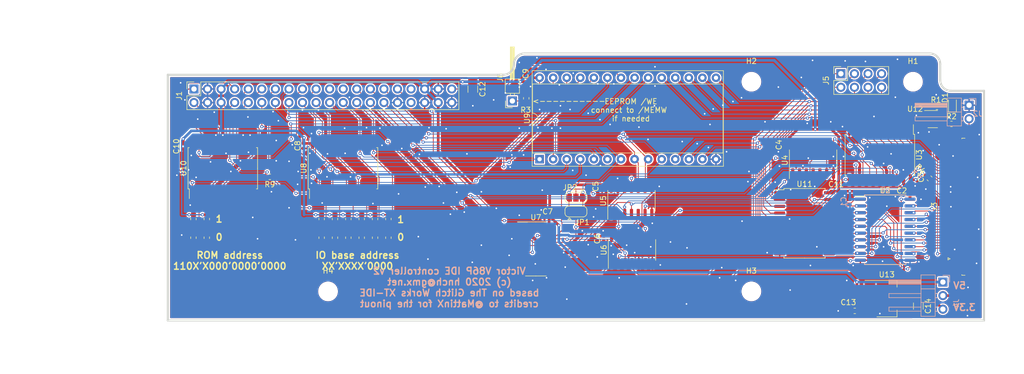
<source format=kicad_pcb>
(kicad_pcb (version 20171130) (host pcbnew 5.1.5-5.1.5)
  (title_block (title "v86p-ide Revision 3") (date 2016-05-14) (rev 3B) (company "The Glitch Works") (comment 1 "J. Chapman"))
  (layers (0 Component signal) (31 Copper signal) (34 B.Paste user hide) (35 F.Paste user hide) (36 B.SilkS user) (37 F.SilkS user) (38 B.Mask user hide) (39 F.Mask user hide) (44 Edge.Cuts user))
  (net 0 "")
  (net 1 /*CS1FX)
  (net 2 /*CS3FX)
  (net 3 /*IOR-IDE)
  (net 4 /*IOW-IDE)
  (net 5 /*IOW-ISA)
  (net 6 /*MEMR)
  (net 7 /*RESET)
  (net 8 /5)
  (net 9 /A0-IDE)
  (net 10 /A0-ISA)
  (net 11 /A1-IDE)
  (net 12 /A1-ISA)
  (net 13 /A10)
  (net 14 /A11)
  (net 15 /A12)
  (net 16 /A2-IDE)
  (net 17 /A2-ISA)
  (net 18 /A3)
  (net 19 /D10)
  (net 20 /D11)
  (net 21 /D12)
  (net 22 /D13)
  (net 23 /D14)
  (net 24 /D15)
  (net 25 /D8)
  (net 26 /D9)
  (net 27 /INTRQ)
  (net 28 /IRQ5)
  (net 29 /PC-DB0)
  (net 30 /PC-DB1)
  (net 31 /PC-DB2)
  (net 32 /PC-DB3)
  (net 33 /PC-DB4)
  (net 34 /PC-DB5)
  (net 35 /PC-DB6)
  (net 36 /PC-DB7)
  (net 37 /VCC_CF)
  (net 38 AEN)
  (net 39 A13)
  (net 40 "Net-(R2-Pad2)")
  (net 41 A19)
  (net 42 A18)
  (net 43 A17)
  (net 44 A16)
  (net 45 A15)
  (net 46 A9)
  (net 47 A8)
  (net 48 A7)
  (net 49 A6)
  (net 50 A5)
  (net 51 A4)
  (net 52 "Net-(U4-Pad11)")
  (net 53 *DASP)
  (net 54 "Net-(D1-Pad1)")
  (net 55 D7)
  (net 56 RESDRV)
  (net 57 *IOR-ISA)
  (net 58 D6)
  (net 59 D5)
  (net 60 D4)
  (net 61 D3)
  (net 62 D2)
  (net 63 D1)
  (net 64 D0)
  (net 65 /DMARQ)
  (net 66 /IORDY)
  (net 67 /PDIAG)
  (net 68 "Net-(U3-Pad11)")
  (net 69 "Net-(U4-Pad2)")
  (net 70 *CS_IDE)
  (net 71 *IOR_DELAYED)
  (net 72 "Net-(U5-Pad8)")
  (net 73 "Net-(U6-Pad10)")
  (net 74 "Net-(U7-Pad7)")
  (net 75 "Net-(U7-Pad11)")
  (net 76 "Net-(U7-Pad12)")
  (net 77 "Net-(U7-Pad15)")
  (net 78 *HI_OUT_DELAYED)
  (net 79 "Net-(U4-Pad13)")
  (net 80 *HI_BYTE_OUTPUT)
  (net 81 "Net-(J1-Pad34)")
  (net 82 "Net-(J1-Pad33)")
  (net 83 /*DACK3)
  (net 84 /DRQ3)
  (net 85 /*BASE+8_RD)
  (net 86 /BASE+8_WR)
  (net 87 /*LOWER_IDE_REGS)
  (net 88 /*UPPER_IDE_REGS)
  (net 89 /DMACK)
  (net 90 "Net-(U4-Pad6)")
  (net 91 "Net-(U4-Pad4)")
  (net 92 +5V)
  (net 93 GNDD)
  (net 94 "Net-(U5-Pad5)")
  (net 95 "Net-(JP1-Pad2)")
  (net 96 "Net-(JP2-Pad2)")
  (net 97 "Net-(U6-Pad1)")
  (net 98 "Net-(U6-Pad3)")
  (net 99 "Net-(J2-Pad2)")
  (net 100 "Net-(R17-Pad2)")
  (net 101 "Net-(R19-Pad2)")
  (net 102 "Net-(R21-Pad2)")
  (net 103 "Net-(R23-Pad2)")
  (net 104 "Net-(R10-Pad1)")
  (net 105 "Net-(R11-Pad1)")
  (net 106 "Net-(R12-Pad1)")
  (net 107 "Net-(R13-Pad1)")
  (net 108 "Net-(U6-Pad6)")
  (net 109 /A14)
  (net 110 /CSEL)
  (net 111 "Net-(J3-Pad2)")
  (net 112 "Net-(J3-Pad1)")
  (net 113 "Net-(C14-Pad1)")
  (net 114 /nROM_WE)
  (net 115 /nCS_ROM)
  (module MountingHole:MountingHole_3.2mm_M3_ISO7380 (layer Component) (at 87.5 76.05)
    (fp_text reference H4 (at 0 -3.85) (layer F.SilkS))
    (fp_text value MountingHole)
    (pad 1 np_thru_hole circle (at 0 0) (size 3.2 3.2) (drill 3.2) (layers *.Cu *.Mask))
  )
  (module MountingHole:MountingHole_3.2mm_M3_ISO7380 (layer Component) (at 166.75 76.05)
    (fp_text reference H3 (at 0 -3.85) (layer F.SilkS))
    (fp_text value MountingHole)
    (pad 1 np_thru_hole circle (at 0 0) (size 3.2 3.2) (drill 3.2) (layers *.Cu *.Mask))
  )
  (module MountingHole:MountingHole_3.2mm_M3_ISO7380 (layer Component) (at 166.75 36.8)
    (fp_text reference H2 (at 0 -3.85) (layer F.SilkS))
    (fp_text value MountingHole)
    (pad 1 np_thru_hole circle (at 0 0) (size 3.2 3.2) (drill 3.2) (layers *.Cu *.Mask))
  )
  (module MountingHole:MountingHole_3.2mm_M3_ISO7380 (layer Component) (at 197 36.8)
    (fp_text reference H1 (at 0 -3.85) (layer F.SilkS))
    (fp_text value MountingHole)
    (pad 1 np_thru_hole circle (at 0 0) (size 3.2 3.2) (drill 3.2) (layers *.Cu *.Mask))
  )
  (module Package_TO_SOT_SMD:SOT-223-3_TabPin2 (layer Component) (at 192.1 77.4)
    (fp_text reference U13 (at 0 -4.5) (layer F.SilkS))
    (fp_text value LD1117S33TR_SOT223)
    (pad 1 smd rect (at -3.15 -2.3) (size 2 1.5) (layers Component F.Paste F.Mask) (net 93 GNDD))
    (pad 3 smd rect (at -3.15 2.3) (size 2 1.5) (layers Component F.Paste F.Mask) (net 92 +5V))
    (pad 2 smd rect (at -3.15 0) (size 2 1.5) (layers Component F.Paste F.Mask) (net 113 "Net-(C14-Pad1)"))
    (pad 2 smd rect (at 3.15 0) (size 2 3.8) (layers Component F.Paste F.Mask) (net 113 "Net-(C14-Pad1)"))
  )
  (module Capacitor_SMD:C_1206_3216Metric (layer Component) (at 198 78.8 270)
    (fp_text reference C14 (at 0 -1.82 90) (layer F.SilkS))
    (fp_text value 10u)
    (pad 2 smd roundrect (at 1.4 0 270) (size 1.25 1.75) (layers Component F.Paste F.Mask) (roundrect_rratio 0.2) (net 93 GNDD))
    (pad 1 smd roundrect (at -1.4 0 270) (size 1.25 1.75) (layers Component F.Paste F.Mask) (roundrect_rratio 0.2) (net 113 "Net-(C14-Pad1)"))
  )
  (module Capacitor_SMD:C_0603_1608Metric (layer Component) (at 186.1 79.7 180)
    (fp_text reference C13 (at 1.2 1.6) (layer F.SilkS))
    (fp_text value 100n)
    (pad 2 smd roundrect (at 0.7875 0 180) (size 0.875 0.95) (layers Component F.Paste F.Mask) (net 93 GNDD))
    (pad 1 smd roundrect (at -0.7875 0 180) (size 0.875 0.95) (layers Component F.Paste F.Mask) (net 92 +5V))
  )
  (module Connector_PinHeader_2.54mm:PinHeader_1x01_P2.54mm_Horizontal (layer Component) (at 122 40.4 90)
    (fp_text reference J6 (at 4.385 -2.27 90) (layer F.SilkS))
    (fp_text value Conn_01x01)
    (pad 1 thru_hole rect (at 0 0 90) (size 1.7 1.7) (drill 1) (layers *.Cu *.Mask) (net 114 /nROM_WE))
  )
  (module Resistor_SMD:R_0603_1608Metric (layer Component) (at 98.8 66 90)
    (fp_text reference R25 hide)
    (fp_text value 4.7k)
    (pad 2 smd roundrect (at 0.7875 0 90) (size 0.875 0.95) (layers Component F.Paste F.Mask) (net 105 "Net-(R11-Pad1)"))
    (pad 1 smd roundrect (at -0.7875 0 90) (size 0.875 0.95) (layers Component F.Paste F.Mask) (net 93 GNDD))
  )
  (module Resistor_SMD:R_0603_1608Metric (layer Component) (at 96.3 66 90)
    (fp_text reference R24 hide)
    (fp_text value 4.7k)
    (pad 2 smd roundrect (at 0.7875 0 90) (size 0.875 0.95) (layers Component F.Paste F.Mask) (net 104 "Net-(R10-Pad1)"))
    (pad 1 smd roundrect (at -0.7875 0 90) (size 0.875 0.95) (layers Component F.Paste F.Mask) (net 93 GNDD))
  )
  (module Resistor_SMD:R_0603_1608Metric (layer Component) (at 93.8 66 90)
    (fp_text reference R23 hide)
    (fp_text value 4.7k)
    (pad 2 smd roundrect (at 0.7875 0 90) (size 0.875 0.95) (layers Component F.Paste F.Mask) (net 103 "Net-(R23-Pad2)"))
    (pad 1 smd roundrect (at -0.7875 0 90) (size 0.875 0.95) (layers Component F.Paste F.Mask) (net 93 GNDD))
  )
  (module Resistor_SMD:R_0603_1608Metric (layer Component) (at 91.3 66 90)
    (fp_text reference R21 hide)
    (fp_text value 4.7k)
    (pad 2 smd roundrect (at 0.7875 0 90) (size 0.875 0.95) (layers Component F.Paste F.Mask) (net 102 "Net-(R21-Pad2)"))
    (pad 1 smd roundrect (at -0.7875 0 90) (size 0.875 0.95) (layers Component F.Paste F.Mask) (net 93 GNDD))
  )
  (module Resistor_SMD:R_0603_1608Metric (layer Component) (at 88.8 66 90)
    (fp_text reference R19 hide)
    (fp_text value np)
    (pad 2 smd roundrect (at 0.7875 0 90) (size 0.875 0.95) (layers Component F.Paste F.Mask) (net 101 "Net-(R19-Pad2)"))
    (pad 1 smd roundrect (at -0.7875 0 90) (size 0.875 0.95) (layers Component F.Paste F.Mask) (net 93 GNDD))
  )
  (module Resistor_SMD:R_0603_1608Metric (layer Component) (at 64.8 66 270)
    (fp_text reference R18 hide)
    (fp_text value np)
    (pad 2 smd roundrect (at 0.7875 0 270) (size 0.875 0.95) (layers Component F.Paste F.Mask) (net 93 GNDD))
    (pad 1 smd roundrect (at -0.7875 0 270) (size 0.875 0.95) (layers Component F.Paste F.Mask) (net 106 "Net-(R12-Pad1)"))
  )
  (module Resistor_SMD:R_0603_1608Metric (layer Component) (at 86.3 66 90)
    (fp_text reference R17 hide)
    (fp_text value np)
    (pad 2 smd roundrect (at 0.7875 0 90) (size 0.875 0.95) (layers Component F.Paste F.Mask) (net 100 "Net-(R17-Pad2)"))
    (pad 1 smd roundrect (at -0.7875 0 90) (size 0.875 0.95) (layers Component F.Paste F.Mask) (net 93 GNDD))
  )
  (module Resistor_SMD:R_0603_1608Metric (layer Component) (at 62.3 66 270)
    (fp_text reference R16 hide)
    (fp_text value 4.7k)
    (pad 2 smd roundrect (at 0.7875 0 270) (size 0.875 0.95) (layers Component F.Paste F.Mask) (net 93 GNDD))
    (pad 1 smd roundrect (at -0.7875 0 270) (size 0.875 0.95) (layers Component F.Paste F.Mask) (net 107 "Net-(R13-Pad1)"))
  )
  (module Resistor_SMD:R_0603_1608Metric (layer Component) (at 64.8 62.5 90)
    (fp_text reference R13 hide)
    (fp_text value 4.7k)
    (pad 2 smd roundrect (at 0.7875 0 90) (size 0.875 0.95) (layers Component F.Paste F.Mask) (net 92 +5V))
    (pad 1 smd roundrect (at -0.7875 0 90) (size 0.875 0.95) (layers Component F.Paste F.Mask) (net 107 "Net-(R13-Pad1)"))
  )
  (module Resistor_SMD:R_0603_1608Metric (layer Component) (at 62.3 62.5 90)
    (fp_text reference R12 hide)
    (fp_text value np)
    (pad 2 smd roundrect (at 0.7875 0 90) (size 0.875 0.95) (layers Component F.Paste F.Mask) (net 92 +5V))
    (pad 1 smd roundrect (at -0.7875 0 90) (size 0.875 0.95) (layers Component F.Paste F.Mask) (net 106 "Net-(R12-Pad1)"))
  )
  (module Resistor_SMD:R_0603_1608Metric (layer Component) (at 98.8 62.5 90)
    (fp_text reference R11 hide)
    (fp_text value np)
    (pad 2 smd roundrect (at 0.7875 0 90) (size 0.875 0.95) (layers Component F.Paste F.Mask) (net 92 +5V))
    (pad 1 smd roundrect (at -0.7875 0 90) (size 0.875 0.95) (layers Component F.Paste F.Mask) (net 105 "Net-(R11-Pad1)"))
  )
  (module Resistor_SMD:R_0603_1608Metric (layer Component) (at 96.3 62.5 90)
    (fp_text reference R10 hide)
    (fp_text value np)
    (pad 2 smd roundrect (at 0.7875 0 90) (size 0.875 0.95) (layers Component F.Paste F.Mask) (net 92 +5V))
    (pad 1 smd roundrect (at -0.7875 0 90) (size 0.875 0.95) (layers Component F.Paste F.Mask) (net 104 "Net-(R10-Pad1)"))
  )
  (module Resistor_SMD:R_0603_1608Metric (layer Component) (at 76.6 54.6 180)
    (fp_text reference R9 (at 0 -1.43) (layer F.SilkS))
    (fp_text value np)
    (pad 2 smd roundrect (at 0.7875 0 180) (size 0.875 0.95) (layers Component F.Paste F.Mask) (net 28 /IRQ5))
    (pad 1 smd roundrect (at -0.7875 0 180) (size 0.875 0.95) (layers Component F.Paste F.Mask) (net 27 /INTRQ))
  )
  (module Resistor_SMD:R_0603_1608Metric (layer Component) (at 93.8 62.5 90)
    (fp_text reference R8 hide)
    (fp_text value np)
    (pad 2 smd roundrect (at 0.7875 0 90) (size 0.875 0.95) (layers Component F.Paste F.Mask) (net 92 +5V))
    (pad 1 smd roundrect (at -0.7875 0 90) (size 0.875 0.95) (layers Component F.Paste F.Mask) (net 103 "Net-(R23-Pad2)"))
  )
  (module Resistor_SMD:R_0603_1608Metric (layer Component) (at 91.3 62.5 90)
    (fp_text reference R7 hide)
    (fp_text value np)
    (pad 2 smd roundrect (at 0.7875 0 90) (size 0.875 0.95) (layers Component F.Paste F.Mask) (net 92 +5V))
    (pad 1 smd roundrect (at -0.7875 0 90) (size 0.875 0.95) (layers Component F.Paste F.Mask) (net 102 "Net-(R21-Pad2)"))
  )
  (module Resistor_SMD:R_0603_1608Metric (layer Component) (at 88.8 62.5 90)
    (fp_text reference R6 hide)
    (fp_text value 4.7k)
    (pad 2 smd roundrect (at 0.7875 0 90) (size 0.875 0.95) (layers Component F.Paste F.Mask) (net 92 +5V))
    (pad 1 smd roundrect (at -0.7875 0 90) (size 0.875 0.95) (layers Component F.Paste F.Mask) (net 101 "Net-(R19-Pad2)"))
  )
  (module Resistor_SMD:R_0603_1608Metric (layer Component) (at 86.3 62.5 90)
    (fp_text reference R5 hide)
    (fp_text value 4.7k)
    (pad 2 smd roundrect (at 0.7875 0 90) (size 0.875 0.95) (layers Component F.Paste F.Mask) (net 92 +5V))
    (pad 1 smd roundrect (at -0.7875 0 90) (size 0.875 0.95) (layers Component F.Paste F.Mask) (net 100 "Net-(R17-Pad2)"))
  )
  (module Resistor_SMD:R_0603_1608Metric (layer Component) (at 200.1 54.9 315)
    (fp_text reference R4 (at -2.475 -0.05 135) (layer F.SilkS))
    (fp_text value 4.7k)
    (pad 2 smd roundrect (at 0.7875 0 315) (size 0.875 0.95) (layers Component F.Paste F.Mask) (net 89 /DMACK))
    (pad 1 smd roundrect (at -0.7875 0 315) (size 0.875 0.95) (layers Component F.Paste F.Mask) (net 92 +5V))
  )
  (module Resistor_SMD:R_0603_1608Metric (layer Component) (at 124.6 39.9 270)
    (fp_text reference R3 (at 2.2 0.1 180) (layer F.SilkS))
    (fp_text value 10K)
    (pad 2 smd roundrect (at 0.7875 0 270) (size 0.875 0.95) (layers Component F.Paste F.Mask) (net 114 /nROM_WE))
    (pad 1 smd roundrect (at -0.7875 0 270) (size 0.875 0.95) (layers Component F.Paste F.Mask) (net 92 +5V))
  )
  (module Resistor_SMD:R_0603_1608Metric (layer Component) (at 204.2 44.7 180)
    (fp_text reference R2 (at 0 1.4) (layer F.SilkS))
    (fp_text value 470R)
    (pad 2 smd roundrect (at 0.7875 0 180) (size 0.875 0.95) (layers Component F.Paste F.Mask) (net 40 "Net-(R2-Pad2)"))
    (pad 1 smd roundrect (at -0.7875 0 180) (size 0.875 0.95) (layers Component F.Paste F.Mask) (net 99 "Net-(J2-Pad2)"))
  )
  (module Resistor_SMD:R_0603_1608Metric (layer Component) (at 201.4875 41.5 180)
    (fp_text reference R1 (at 0.1875 1.3) (layer F.SilkS))
    (fp_text value 470R)
    (pad 2 smd roundrect (at 0.7875 0 180) (size 0.875 0.95) (layers Component F.Paste F.Mask) (net 53 *DASP))
    (pad 1 smd roundrect (at -0.7875 0 180) (size 0.875 0.95) (layers Component F.Paste F.Mask) (net 54 "Net-(D1-Pad1)"))
  )
  (module Connector_PinHeader_2.54mm:PinHeader_1x02_P2.54mm_Horizontal (layer Copper) (at 207.5 41.2 180)
    (fp_text reference J2 (at -1.6 -1.6) (layer B.SilkS) (effects (justify mirror)))
    (fp_text value Conn_01x02)
    (pad 2 thru_hole oval (at 0 -2.54 180) (size 1.7 1.7) (drill 1) (layers *.Cu *.Mask) (net 99 "Net-(J2-Pad2)"))
    (pad 1 thru_hole rect (at 0 0 180) (size 1.7 1.7) (drill 1) (layers *.Cu *.Mask) (net 93 GNDD))
  )
  (module Connector_PinHeader_2.54mm:PinHeader_1x03_P2.54mm_Horizontal (layer Copper) (at 202.6 74.3 180)
    (fp_text reference J4 (at -2.5 -4 -90) (layer B.SilkS) (effects (justify mirror)))
    (fp_text value Conn_01x03)
    (pad 3 thru_hole oval (at 0 -5.08 180) (size 1.7 1.7) (drill 1) (layers *.Cu *.Mask) (net 113 "Net-(C14-Pad1)"))
    (pad 2 thru_hole oval (at 0 -2.54 180) (size 1.7 1.7) (drill 1) (layers *.Cu *.Mask) (net 37 /VCC_CF))
    (pad 1 thru_hole rect (at 0 0 180) (size 1.7 1.7) (drill 1) (layers *.Cu *.Mask) (net 92 +5V))
  )
  (module Jumper:SolderJumper-3_P1.3mm_Bridged12_RoundedPad1.0x1.5mm (layer Component) (at 133.9 58.5 180)
    (fp_text reference JP2 (at 1.1 1.9) (layer F.SilkS))
    (fp_text value SolderJumper_3_Bridged12)
    (fp_poly (pts (xy -0.9 -0.3) (xy -0.4 -0.3) (xy -0.4 0.3) (xy -0.9 0.3)) (layer Component) (width 0))
    (pad 1 smd custom (at -1.3 0 180) (size 1 0.5) (layers Component F.Mask) (net 10 /A0-ISA) (options (clearance outline) (anchor rect)) (primitives (gr_circle (center 0 0.25) (end 0.5 0.25) (width 0)) (gr_circle (center 0 -0.25) (end 0.5 -0.25) (width 0)) (gr_poly (pts (xy 0.55 -0.75) (xy 0 -0.75) (xy 0 0.75) (xy 0.55 0.75)) (width 0))))
    (pad 2 smd rect (at 0 0 180) (size 1 1.5) (layers Component F.Mask) (net 96 "Net-(JP2-Pad2)"))
    (pad 3 smd custom (at 1.3 0 180) (size 1 0.5) (layers Component F.Mask) (net 18 /A3) (options (clearance outline) (anchor rect)) (primitives (gr_circle (center 0 0.25) (end 0.5 0.25) (width 0)) (gr_circle (center 0 -0.25) (end 0.5 -0.25) (width 0)) (gr_poly (pts (xy -0.55 -0.75) (xy 0 -0.75) (xy 0 0.75) (xy -0.55 0.75)) (width 0))))
  )
  (module Jumper:SolderJumper-3_P1.3mm_Bridged12_RoundedPad1.0x1.5mm (layer Component) (at 133.9 61.1)
    (fp_text reference JP1 (at 1.2 2) (layer F.SilkS))
    (fp_text value SolderJumper_3_Bridged12)
    (fp_poly (pts (xy -0.9 -0.3) (xy -0.4 -0.3) (xy -0.4 0.3) (xy -0.9 0.3)) (layer Component) (width 0))
    (pad 1 smd custom (at -1.3 0) (size 1 0.5) (layers Component F.Mask) (net 18 /A3) (options (clearance outline) (anchor rect)) (primitives (gr_circle (center 0 0.25) (end 0.5 0.25) (width 0)) (gr_circle (center 0 -0.25) (end 0.5 -0.25) (width 0)) (gr_poly (pts (xy 0.55 -0.75) (xy 0 -0.75) (xy 0 0.75) (xy 0.55 0.75)) (width 0))))
    (pad 2 smd rect (at 0 0) (size 1 1.5) (layers Component F.Mask) (net 95 "Net-(JP1-Pad2)"))
    (pad 3 smd custom (at 1.3 0) (size 1 0.5) (layers Component F.Mask) (net 10 /A0-ISA) (options (clearance outline) (anchor rect)) (primitives (gr_circle (center 0 0.25) (end 0.5 0.25) (width 0)) (gr_circle (center 0 -0.25) (end 0.5 -0.25) (width 0)) (gr_poly (pts (xy -0.55 -0.75) (xy 0 -0.75) (xy 0 0.75) (xy -0.55 0.75)) (width 0))))
  )
  (module Package_SO:SOIC-14_3.9x8.7mm_P1.27mm (layer Component) (at 178.3 51.5 90)
    (fp_text reference U4 (at 0 -5.28 90) (layer F.SilkS))
    (fp_text value 74LS04)
    (pad 14 smd roundrect (at 2.475 -3.81 90) (size 1.95 0.6) (layers Component F.Paste F.Mask) (net 92 +5V))
    (pad 13 smd roundrect (at 2.475 -2.54 90) (size 1.95 0.6) (layers Component F.Paste F.Mask) (net 79 "Net-(U4-Pad13)"))
    (pad 12 smd roundrect (at 2.475 -1.27 90) (size 1.95 0.6) (layers Component F.Paste F.Mask) (net 52 "Net-(U4-Pad11)"))
    (pad 11 smd roundrect (at 2.475 0 90) (size 1.95 0.6) (layers Component F.Paste F.Mask) (net 52 "Net-(U4-Pad11)"))
    (pad 10 smd roundrect (at 2.475 1.27 90) (size 1.95 0.6) (layers Component F.Paste F.Mask) (net 78 *HI_OUT_DELAYED))
    (pad 9 smd roundrect (at 2.475 2.54 90) (size 1.95 0.6) (layers Component F.Paste F.Mask) (net 90 "Net-(U4-Pad6)"))
    (pad 8 smd roundrect (at 2.475 3.81 90) (size 1.95 0.6) (layers Component F.Paste F.Mask) (net 71 *IOR_DELAYED))
    (pad 7 smd roundrect (at -2.475 3.81 90) (size 1.95 0.6) (layers Component F.Paste F.Mask) (net 93 GNDD))
    (pad 6 smd roundrect (at -2.475 2.54 90) (size 1.95 0.6) (layers Component F.Paste F.Mask) (net 90 "Net-(U4-Pad6)"))
    (pad 5 smd roundrect (at -2.475 1.27 90) (size 1.95 0.6) (layers Component F.Paste F.Mask) (net 91 "Net-(U4-Pad4)"))
    (pad 4 smd roundrect (at -2.475 0 90) (size 1.95 0.6) (layers Component F.Paste F.Mask) (net 91 "Net-(U4-Pad4)"))
    (pad 3 smd roundrect (at -2.475 -1.27 90) (size 1.95 0.6) (layers Component F.Paste F.Mask) (net 69 "Net-(U4-Pad2)"))
    (pad 2 smd roundrect (at -2.475 -2.54 90) (size 1.95 0.6) (layers Component F.Paste F.Mask) (net 69 "Net-(U4-Pad2)"))
    (pad 1 smd roundrect (at -2.475 -3.81 90) (size 1.95 0.6) (layers Component F.Paste F.Mask) (net 57 *IOR-ISA))
  )
  (module Package_TO_SOT_SMD:SOT-23-5 (layer Component) (at 200.7 43.8)
    (fp_text reference U12 (at -3.3 -1.9) (layer F.SilkS))
    (fp_text value 74AHC1G04)
    (pad 5 smd rect (at 1.1 -0.95) (size 1.06 0.65) (layers Component F.Paste F.Mask) (net 93 GNDD))
    (pad 4 smd rect (at 1.1 0.95) (size 1.06 0.65) (layers Component F.Paste F.Mask) (net 40 "Net-(R2-Pad2)"))
    (pad 3 smd rect (at -1.1 0.95) (size 1.06 0.65) (layers Component F.Paste F.Mask) (net 92 +5V))
    (pad 2 smd rect (at -1.1 0) (size 1.06 0.65) (layers Component F.Paste F.Mask) (net 53 *DASP))
    (pad 1 smd rect (at -1.1 -0.95) (size 1.06 0.65) (layers Component F.Paste F.Mask))
  )
  (module Package_SO:SOIC-14_3.9x8.7mm_P1.27mm (layer Component) (at 144.4 68.3 90)
    (fp_text reference U6 (at 0 -5.28 90) (layer F.SilkS))
    (fp_text value 74LS04)
    (pad 14 smd roundrect (at 2.475 -3.81 90) (size 1.95 0.6) (layers Component F.Paste F.Mask) (net 92 +5V))
    (pad 13 smd roundrect (at 2.475 -2.54 90) (size 1.95 0.6) (layers Component F.Paste F.Mask) (net 95 "Net-(JP1-Pad2)"))
    (pad 12 smd roundrect (at 2.475 -1.27 90) (size 1.95 0.6) (layers Component F.Paste F.Mask) (net 94 "Net-(U5-Pad5)"))
    (pad 11 smd roundrect (at 2.475 0 90) (size 1.95 0.6) (layers Component F.Paste F.Mask) (net 72 "Net-(U5-Pad8)"))
    (pad 10 smd roundrect (at 2.475 1.27 90) (size 1.95 0.6) (layers Component F.Paste F.Mask) (net 73 "Net-(U6-Pad10)"))
    (pad 9 smd roundrect (at 2.475 2.54 90) (size 1.95 0.6) (layers Component F.Paste F.Mask) (net 56 RESDRV))
    (pad 8 smd roundrect (at 2.475 3.81 90) (size 1.95 0.6) (layers Component F.Paste F.Mask) (net 68 "Net-(U3-Pad11)"))
    (pad 7 smd roundrect (at -2.475 3.81 90) (size 1.95 0.6) (layers Component F.Paste F.Mask) (net 93 GNDD))
    (pad 6 smd roundrect (at -2.475 2.54 90) (size 1.95 0.6) (layers Component F.Paste F.Mask) (net 108 "Net-(U6-Pad6)"))
    (pad 5 smd roundrect (at -2.475 1.27 90) (size 1.95 0.6) (layers Component F.Paste F.Mask) (net 93 GNDD))
    (pad 4 smd roundrect (at -2.475 0 90) (size 1.95 0.6) (layers Component F.Paste F.Mask) (net 8 /5))
    (pad 3 smd roundrect (at -2.475 -1.27 90) (size 1.95 0.6) (layers Component F.Paste F.Mask) (net 98 "Net-(U6-Pad3)"))
    (pad 2 smd roundrect (at -2.475 -2.54 90) (size 1.95 0.6) (layers Component F.Paste F.Mask) (net 86 /BASE+8_WR))
    (pad 1 smd roundrect (at -2.475 -3.81 90) (size 1.95 0.6) (layers Component F.Paste F.Mask) (net 97 "Net-(U6-Pad1)"))
  )
  (module Connector_FFC-FPC:TE_4-1734839-0_1x40-1MP_P0.5mm_Horizontal (layer Component) (at 204.1 60.2 90)
    (fp_text reference J3 (at 0 -3.1 90) (layer F.SilkS))
    (fp_text value Conn_02x20_Odd_Even)
    (pad MP smd rect (at 11.42 0.35 90) (size 2.3 3.1) (layers Component F.Paste F.Mask))
    (pad MP smd rect (at -11.42 0.35 90) (size 2.3 3.1) (layers Component F.Paste F.Mask))
    (pad 40 smd rect (at 9.75 -1.35 90) (size 0.3 1.1) (layers Component F.Paste F.Mask) (net 110 /CSEL))
    (pad 39 smd rect (at 9.25 -1.35 90) (size 0.3 1.1) (layers Component F.Paste F.Mask) (net 37 /VCC_CF))
    (pad 38 smd rect (at 8.75 -1.35 90) (size 0.3 1.1) (layers Component F.Paste F.Mask) (net 37 /VCC_CF))
    (pad 37 smd rect (at 8.25 -1.35 90) (size 0.3 1.1) (layers Component F.Paste F.Mask) (net 53 *DASP))
    (pad 36 smd rect (at 7.75 -1.35 90) (size 0.3 1.1) (layers Component F.Paste F.Mask) (net 2 /*CS3FX))
    (pad 35 smd rect (at 7.25 -1.35 90) (size 0.3 1.1) (layers Component F.Paste F.Mask) (net 1 /*CS1FX))
    (pad 34 smd rect (at 6.75 -1.35 90) (size 0.3 1.1) (layers Component F.Paste F.Mask) (net 16 /A2-IDE))
    (pad 33 smd rect (at 6.25 -1.35 90) (size 0.3 1.1) (layers Component F.Paste F.Mask) (net 9 /A0-IDE))
    (pad 32 smd rect (at 5.75 -1.35 90) (size 0.3 1.1) (layers Component F.Paste F.Mask) (net 67 /PDIAG))
    (pad 31 smd rect (at 5.25 -1.35 90) (size 0.3 1.1) (layers Component F.Paste F.Mask) (net 11 /A1-IDE))
    (pad 30 smd rect (at 4.75 -1.35 90) (size 0.3 1.1) (layers Component F.Paste F.Mask) (net 27 /INTRQ))
    (pad 29 smd rect (at 4.25 -1.35 90) (size 0.3 1.1) (layers Component F.Paste F.Mask) (net 89 /DMACK))
    (pad 28 smd rect (at 3.75 -1.35 90) (size 0.3 1.1) (layers Component F.Paste F.Mask) (net 93 GNDD))
    (pad 27 smd rect (at 3.25 -1.35 90) (size 0.3 1.1) (layers Component F.Paste F.Mask) (net 66 /IORDY))
    (pad 26 smd rect (at 2.75 -1.35 90) (size 0.3 1.1) (layers Component F.Paste F.Mask) (net 93 GNDD))
    (pad 25 smd rect (at 2.25 -1.35 90) (size 0.3 1.1) (layers Component F.Paste F.Mask) (net 3 /*IOR-IDE))
    (pad 24 smd rect (at 1.75 -1.35 90) (size 0.3 1.1) (layers Component F.Paste F.Mask) (net 4 /*IOW-IDE))
    (pad 23 smd rect (at 1.25 -1.35 90) (size 0.3 1.1) (layers Component F.Paste F.Mask) (net 93 GNDD))
    (pad 22 smd rect (at 0.75 -1.35 90) (size 0.3 1.1) (layers Component F.Paste F.Mask) (net 65 /DMARQ))
    (pad 21 smd rect (at 0.25 -1.35 90) (size 0.3 1.1) (layers Component F.Paste F.Mask) (net 93 GNDD))
    (pad 20 smd rect (at -0.25 -1.35 90) (size 0.3 1.1) (layers Component F.Paste F.Mask) (net 24 /D15))
    (pad 19 smd rect (at -0.75 -1.35 90) (size 0.3 1.1) (layers Component F.Paste F.Mask) (net 64 D0))
    (pad 18 smd rect (at -1.25 -1.35 90) (size 0.3 1.1) (layers Component F.Paste F.Mask) (net 23 /D14))
    (pad 17 smd rect (at -1.75 -1.35 90) (size 0.3 1.1) (layers Component F.Paste F.Mask) (net 63 D1))
    (pad 16 smd rect (at -2.25 -1.35 90) (size 0.3 1.1) (layers Component F.Paste F.Mask) (net 22 /D13))
    (pad 15 smd rect (at -2.75 -1.35 90) (size 0.3 1.1) (layers Component F.Paste F.Mask) (net 62 D2))
    (pad 14 smd rect (at -3.25 -1.35 90) (size 0.3 1.1) (layers Component F.Paste F.Mask) (net 21 /D12))
    (pad 13 smd rect (at -3.75 -1.35 90) (size 0.3 1.1) (layers Component F.Paste F.Mask) (net 61 D3))
    (pad 12 smd rect (at -4.25 -1.35 90) (size 0.3 1.1) (layers Component F.Paste F.Mask) (net 20 /D11))
    (pad 11 smd rect (at -4.75 -1.35 90) (size 0.3 1.1) (layers Component F.Paste F.Mask) (net 60 D4))
    (pad 10 smd rect (at -5.25 -1.35 90) (size 0.3 1.1) (layers Component F.Paste F.Mask) (net 19 /D10))
    (pad 9 smd rect (at -5.75 -1.35 90) (size 0.3 1.1) (layers Component F.Paste F.Mask) (net 59 D5))
    (pad 8 smd rect (at -6.25 -1.35 90) (size 0.3 1.1) (layers Component F.Paste F.Mask) (net 26 /D9))
    (pad 7 smd rect (at -6.75 -1.35 90) (size 0.3 1.1) (layers Component F.Paste F.Mask) (net 58 D6))
    (pad 6 smd rect (at -7.25 -1.35 90) (size 0.3 1.1) (layers Component F.Paste F.Mask) (net 25 /D8))
    (pad 5 smd rect (at -7.75 -1.35 90) (size 0.3 1.1) (layers Component F.Paste F.Mask) (net 55 D7))
    (pad 4 smd rect (at -8.25 -1.35 90) (size 0.3 1.1) (layers Component F.Paste F.Mask) (net 93 GNDD))
    (pad 3 smd rect (at -8.75 -1.35 90) (size 0.3 1.1) (layers Component F.Paste F.Mask) (net 7 /*RESET))
    (pad 2 smd rect (at -9.25 -1.35 90) (size 0.3 1.1) (layers Component F.Paste F.Mask) (net 111 "Net-(J3-Pad2)"))
    (pad 1 smd rect (at -9.75 -1.35 90) (size 0.3 1.1) (layers Component F.Paste F.Mask) (net 112 "Net-(J3-Pad1)"))
  )
  (module Package_SO:SOIC-20W_7.5x12.8mm_P1.27mm (layer Component) (at 176.7 63.3)
    (fp_text reference U11 (at 0 -7.35) (layer F.SilkS))
    (fp_text value 74LS245)
    (pad 20 smd roundrect (at 4.65 -5.715) (size 2.05 0.6) (layers Component F.Paste F.Mask) (net 92 +5V))
    (pad 19 smd roundrect (at 4.65 -4.445) (size 2.05 0.6) (layers Component F.Paste F.Mask) (net 70 *CS_IDE))
    (pad 18 smd roundrect (at 4.65 -3.175) (size 2.05 0.6) (layers Component F.Paste F.Mask) (net 55 D7))
    (pad 17 smd roundrect (at 4.65 -1.905) (size 2.05 0.6) (layers Component F.Paste F.Mask) (net 58 D6))
    (pad 16 smd roundrect (at 4.65 -0.635) (size 2.05 0.6) (layers Component F.Paste F.Mask) (net 59 D5))
    (pad 15 smd roundrect (at 4.65 0.635) (size 2.05 0.6) (layers Component F.Paste F.Mask) (net 60 D4))
    (pad 14 smd roundrect (at 4.65 1.905) (size 2.05 0.6) (layers Component F.Paste F.Mask) (net 61 D3))
    (pad 13 smd roundrect (at 4.65 3.175) (size 2.05 0.6) (layers Component F.Paste F.Mask) (net 62 D2))
    (pad 12 smd roundrect (at 4.65 4.445) (size 2.05 0.6) (layers Component F.Paste F.Mask) (net 63 D1))
    (pad 11 smd roundrect (at 4.65 5.715) (size 2.05 0.6) (layers Component F.Paste F.Mask) (net 64 D0))
    (pad 10 smd roundrect (at -4.65 5.715) (size 2.05 0.6) (layers Component F.Paste F.Mask) (net 93 GNDD))
    (pad 9 smd roundrect (at -4.65 4.445) (size 2.05 0.6) (layers Component F.Paste F.Mask) (net 29 /PC-DB0))
    (pad 8 smd roundrect (at -4.65 3.175) (size 2.05 0.6) (layers Component F.Paste F.Mask) (net 30 /PC-DB1))
    (pad 7 smd roundrect (at -4.65 1.905) (size 2.05 0.6) (layers Component F.Paste F.Mask) (net 31 /PC-DB2))
    (pad 6 smd roundrect (at -4.65 0.635) (size 2.05 0.6) (layers Component F.Paste F.Mask) (net 32 /PC-DB3))
    (pad 5 smd roundrect (at -4.65 -0.635) (size 2.05 0.6) (layers Component F.Paste F.Mask) (net 33 /PC-DB4))
    (pad 4 smd roundrect (at -4.65 -1.905) (size 2.05 0.6) (layers Component F.Paste F.Mask) (net 34 /PC-DB5))
    (pad 3 smd roundrect (at -4.65 -3.175) (size 2.05 0.6) (layers Component F.Paste F.Mask) (net 35 /PC-DB6))
    (pad 2 smd roundrect (at -4.65 -4.445) (size 2.05 0.6) (layers Component F.Paste F.Mask) (net 36 /PC-DB7))
    (pad 1 smd roundrect (at -4.65 -5.715) (size 2.05 0.6) (layers Component F.Paste F.Mask) (net 57 *IOR-ISA))
  )
  (module Package_SO:SOIC-20W_7.5x12.8mm_P1.27mm (layer Component) (at 67.8 53 90)
    (fp_text reference U10 (at 0 -7.35 90) (layer F.SilkS))
    (fp_text value 74LS688)
    (pad 20 smd roundrect (at 4.65 -5.715 90) (size 2.05 0.6) (layers Component F.Paste F.Mask) (net 92 +5V))
    (pad 19 smd roundrect (at 4.65 -4.445 90) (size 2.05 0.6) (layers Component F.Paste F.Mask) (net 115 /nCS_ROM))
    (pad 18 smd roundrect (at 4.65 -3.175 90) (size 2.05 0.6) (layers Component F.Paste F.Mask) (net 41 A19))
    (pad 17 smd roundrect (at 4.65 -1.905 90) (size 2.05 0.6) (layers Component F.Paste F.Mask) (net 92 +5V))
    (pad 16 smd roundrect (at 4.65 -0.635 90) (size 2.05 0.6) (layers Component F.Paste F.Mask) (net 42 A18))
    (pad 15 smd roundrect (at 4.65 0.635 90) (size 2.05 0.6) (layers Component F.Paste F.Mask) (net 92 +5V))
    (pad 14 smd roundrect (at 4.65 1.905 90) (size 2.05 0.6) (layers Component F.Paste F.Mask) (net 43 A17))
    (pad 13 smd roundrect (at 4.65 3.175 90) (size 2.05 0.6) (layers Component F.Paste F.Mask) (net 93 GNDD))
    (pad 12 smd roundrect (at 4.65 4.445 90) (size 2.05 0.6) (layers Component F.Paste F.Mask) (net 93 GNDD))
    (pad 11 smd roundrect (at 4.65 5.715 90) (size 2.05 0.6) (layers Component F.Paste F.Mask) (net 93 GNDD))
    (pad 10 smd roundrect (at -4.65 5.715 90) (size 2.05 0.6) (layers Component F.Paste F.Mask) (net 93 GNDD))
    (pad 9 smd roundrect (at -4.65 4.445 90) (size 2.05 0.6) (layers Component F.Paste F.Mask) (net 93 GNDD))
    (pad 8 smd roundrect (at -4.65 3.175 90) (size 2.05 0.6) (layers Component F.Paste F.Mask) (net 93 GNDD))
    (pad 7 smd roundrect (at -4.65 1.905 90) (size 2.05 0.6) (layers Component F.Paste F.Mask) (net 93 GNDD))
    (pad 6 smd roundrect (at -4.65 0.635 90) (size 2.05 0.6) (layers Component F.Paste F.Mask) (net 93 GNDD))
    (pad 5 smd roundrect (at -4.65 -0.635 90) (size 2.05 0.6) (layers Component F.Paste F.Mask) (net 45 A15))
    (pad 4 smd roundrect (at -4.65 -1.905 90) (size 2.05 0.6) (layers Component F.Paste F.Mask) (net 107 "Net-(R13-Pad1)"))
    (pad 3 smd roundrect (at -4.65 -3.175 90) (size 2.05 0.6) (layers Component F.Paste F.Mask) (net 44 A16))
    (pad 2 smd roundrect (at -4.65 -4.445 90) (size 2.05 0.6) (layers Component F.Paste F.Mask) (net 106 "Net-(R12-Pad1)"))
    (pad 1 smd roundrect (at -4.65 -5.715 90) (size 2.05 0.6) (layers Component F.Paste F.Mask) (net 38 AEN))
  )
  (module Package_DIP:DIP-28_W15.24mm_Socket (layer Component) (at 127.1 51.3 90)
    (fp_text reference U9 (at 7.62 -2.33 90) (layer F.SilkS))
    (fp_text value 28C256)
    (pad 28 thru_hole oval (at 15.24 0 90) (size 1.6 1.6) (drill 0.8) (layers *.Cu *.Mask) (net 92 +5V))
    (pad 14 thru_hole oval (at 0 33.02 90) (size 1.6 1.6) (drill 0.8) (layers *.Cu *.Mask) (net 93 GNDD))
    (pad 27 thru_hole oval (at 15.24 2.54 90) (size 1.6 1.6) (drill 0.8) (layers *.Cu *.Mask) (net 114 /nROM_WE))
    (pad 13 thru_hole oval (at 0 30.48 90) (size 1.6 1.6) (drill 0.8) (layers *.Cu *.Mask) (net 31 /PC-DB2))
    (pad 26 thru_hole oval (at 15.24 5.08 90) (size 1.6 1.6) (drill 0.8) (layers *.Cu *.Mask) (net 39 A13))
    (pad 12 thru_hole oval (at 0 27.94 90) (size 1.6 1.6) (drill 0.8) (layers *.Cu *.Mask) (net 30 /PC-DB1))
    (pad 25 thru_hole oval (at 15.24 7.62 90) (size 1.6 1.6) (drill 0.8) (layers *.Cu *.Mask) (net 47 A8))
    (pad 11 thru_hole oval (at 0 25.4 90) (size 1.6 1.6) (drill 0.8) (layers *.Cu *.Mask) (net 29 /PC-DB0))
    (pad 24 thru_hole oval (at 15.24 10.16 90) (size 1.6 1.6) (drill 0.8) (layers *.Cu *.Mask) (net 46 A9))
    (pad 10 thru_hole oval (at 0 22.86 90) (size 1.6 1.6) (drill 0.8) (layers *.Cu *.Mask) (net 10 /A0-ISA))
    (pad 23 thru_hole oval (at 15.24 12.7 90) (size 1.6 1.6) (drill 0.8) (layers *.Cu *.Mask) (net 14 /A11))
    (pad 9 thru_hole oval (at 0 20.32 90) (size 1.6 1.6) (drill 0.8) (layers *.Cu *.Mask) (net 12 /A1-ISA))
    (pad 22 thru_hole oval (at 15.24 15.24 90) (size 1.6 1.6) (drill 0.8) (layers *.Cu *.Mask) (net 6 /*MEMR))
    (pad 8 thru_hole oval (at 0 17.78 90) (size 1.6 1.6) (drill 0.8) (layers *.Cu *.Mask) (net 17 /A2-ISA))
    (pad 21 thru_hole oval (at 15.24 17.78 90) (size 1.6 1.6) (drill 0.8) (layers *.Cu *.Mask) (net 13 /A10))
    (pad 7 thru_hole oval (at 0 15.24 90) (size 1.6 1.6) (drill 0.8) (layers *.Cu *.Mask) (net 18 /A3))
    (pad 20 thru_hole oval (at 15.24 20.32 90) (size 1.6 1.6) (drill 0.8) (layers *.Cu *.Mask) (net 115 /nCS_ROM))
    (pad 6 thru_hole oval (at 0 12.7 90) (size 1.6 1.6) (drill 0.8) (layers *.Cu *.Mask) (net 51 A4))
    (pad 19 thru_hole oval (at 15.24 22.86 90) (size 1.6 1.6) (drill 0.8) (layers *.Cu *.Mask) (net 36 /PC-DB7))
    (pad 5 thru_hole oval (at 0 10.16 90) (size 1.6 1.6) (drill 0.8) (layers *.Cu *.Mask) (net 50 A5))
    (pad 18 thru_hole oval (at 15.24 25.4 90) (size 1.6 1.6) (drill 0.8) (layers *.Cu *.Mask) (net 35 /PC-DB6))
    (pad 4 thru_hole oval (at 0 7.62 90) (size 1.6 1.6) (drill 0.8) (layers *.Cu *.Mask) (net 49 A6))
    (pad 17 thru_hole oval (at 15.24 27.94 90) (size 1.6 1.6) (drill 0.8) (layers *.Cu *.Mask) (net 34 /PC-DB5))
    (pad 3 thru_hole oval (at 0 5.08 90) (size 1.6 1.6) (drill 0.8) (layers *.Cu *.Mask) (net 48 A7))
    (pad 16 thru_hole oval (at 15.24 30.48 90) (size 1.6 1.6) (drill 0.8) (layers *.Cu *.Mask) (net 33 /PC-DB4))
    (pad 2 thru_hole oval (at 0 2.54 90) (size 1.6 1.6) (drill 0.8) (layers *.Cu *.Mask) (net 15 /A12))
    (pad 15 thru_hole oval (at 15.24 33.02 90) (size 1.6 1.6) (drill 0.8) (layers *.Cu *.Mask) (net 32 /PC-DB3))
    (pad 1 thru_hole rect (at 0 0 90) (size 1.6 1.6) (drill 0.8) (layers *.Cu *.Mask) (net 109 /A14))
  )
  (module Package_SO:SOIC-20W_7.5x12.8mm_P1.27mm (layer Component) (at 90.3 53 90)
    (fp_text reference U8 (at 0 -7.35 90) (layer F.SilkS))
    (fp_text value 74LS688)
    (pad 20 smd roundrect (at 4.65 -5.715 90) (size 2.05 0.6) (layers Component F.Paste F.Mask) (net 92 +5V))
    (pad 19 smd roundrect (at 4.65 -4.445 90) (size 2.05 0.6) (layers Component F.Paste F.Mask) (net 70 *CS_IDE))
    (pad 18 smd roundrect (at 4.65 -3.175 90) (size 2.05 0.6) (layers Component F.Paste F.Mask) (net 93 GNDD))
    (pad 17 smd roundrect (at 4.65 -1.905 90) (size 2.05 0.6) (layers Component F.Paste F.Mask) (net 93 GNDD))
    (pad 16 smd roundrect (at 4.65 -0.635 90) (size 2.05 0.6) (layers Component F.Paste F.Mask) (net 93 GNDD))
    (pad 15 smd roundrect (at 4.65 0.635 90) (size 2.05 0.6) (layers Component F.Paste F.Mask) (net 93 GNDD))
    (pad 14 smd roundrect (at 4.65 1.905 90) (size 2.05 0.6) (layers Component F.Paste F.Mask) (net 104 "Net-(R10-Pad1)"))
    (pad 13 smd roundrect (at 4.65 3.175 90) (size 2.05 0.6) (layers Component F.Paste F.Mask) (net 50 A5))
    (pad 12 smd roundrect (at 4.65 4.445 90) (size 2.05 0.6) (layers Component F.Paste F.Mask) (net 105 "Net-(R11-Pad1)"))
    (pad 11 smd roundrect (at 4.65 5.715 90) (size 2.05 0.6) (layers Component F.Paste F.Mask) (net 51 A4))
    (pad 10 smd roundrect (at -4.65 5.715 90) (size 2.05 0.6) (layers Component F.Paste F.Mask) (net 93 GNDD))
    (pad 9 smd roundrect (at -4.65 4.445 90) (size 2.05 0.6) (layers Component F.Paste F.Mask) (net 103 "Net-(R23-Pad2)"))
    (pad 8 smd roundrect (at -4.65 3.175 90) (size 2.05 0.6) (layers Component F.Paste F.Mask) (net 49 A6))
    (pad 7 smd roundrect (at -4.65 1.905 90) (size 2.05 0.6) (layers Component F.Paste F.Mask) (net 102 "Net-(R21-Pad2)"))
    (pad 6 smd roundrect (at -4.65 0.635 90) (size 2.05 0.6) (layers Component F.Paste F.Mask) (net 48 A7))
    (pad 5 smd roundrect (at -4.65 -0.635 90) (size 2.05 0.6) (layers Component F.Paste F.Mask) (net 101 "Net-(R19-Pad2)"))
    (pad 4 smd roundrect (at -4.65 -1.905 90) (size 2.05 0.6) (layers Component F.Paste F.Mask) (net 47 A8))
    (pad 3 smd roundrect (at -4.65 -3.175 90) (size 2.05 0.6) (layers Component F.Paste F.Mask) (net 100 "Net-(R17-Pad2)"))
    (pad 2 smd roundrect (at -4.65 -4.445 90) (size 2.05 0.6) (layers Component F.Paste F.Mask) (net 46 A9))
    (pad 1 smd roundrect (at -4.65 -5.715 90) (size 2.05 0.6) (layers Component F.Paste F.Mask) (net 38 AEN))
  )
  (module Package_SO:SOIC-16_3.9x9.9mm_P1.27mm (layer Component) (at 126.4 68.1)
    (fp_text reference U7 (at 0 -5.9) (layer F.SilkS))
    (fp_text value 74LS138)
    (pad 16 smd roundrect (at 2.475 -4.445) (size 1.95 0.6) (layers Component F.Paste F.Mask) (net 92 +5V))
    (pad 15 smd roundrect (at 2.475 -3.175) (size 1.95 0.6) (layers Component F.Paste F.Mask) (net 77 "Net-(U7-Pad15)"))
    (pad 14 smd roundrect (at 2.475 -1.905) (size 1.95 0.6) (layers Component F.Paste F.Mask) (net 98 "Net-(U6-Pad3)"))
    (pad 13 smd roundrect (at 2.475 -0.635) (size 1.95 0.6) (layers Component F.Paste F.Mask) (net 80 *HI_BYTE_OUTPUT))
    (pad 12 smd roundrect (at 2.475 0.635) (size 1.95 0.6) (layers Component F.Paste F.Mask) (net 76 "Net-(U7-Pad12)"))
    (pad 11 smd roundrect (at 2.475 1.905) (size 1.95 0.6) (layers Component F.Paste F.Mask) (net 75 "Net-(U7-Pad11)"))
    (pad 10 smd roundrect (at 2.475 3.175) (size 1.95 0.6) (layers Component F.Paste F.Mask) (net 85 /*BASE+8_RD))
    (pad 9 smd roundrect (at 2.475 4.445) (size 1.95 0.6) (layers Component F.Paste F.Mask) (net 97 "Net-(U6-Pad1)"))
    (pad 8 smd roundrect (at -2.475 4.445) (size 1.95 0.6) (layers Component F.Paste F.Mask) (net 93 GNDD))
    (pad 7 smd roundrect (at -2.475 3.175) (size 1.95 0.6) (layers Component F.Paste F.Mask) (net 74 "Net-(U7-Pad7)"))
    (pad 6 smd roundrect (at -2.475 1.905) (size 1.95 0.6) (layers Component F.Paste F.Mask) (net 73 "Net-(U6-Pad10)"))
    (pad 5 smd roundrect (at -2.475 0.635) (size 1.95 0.6) (layers Component F.Paste F.Mask) (net 96 "Net-(JP2-Pad2)"))
    (pad 4 smd roundrect (at -2.475 -0.635) (size 1.95 0.6) (layers Component F.Paste F.Mask) (net 70 *CS_IDE))
    (pad 3 smd roundrect (at -2.475 -1.905) (size 1.95 0.6) (layers Component F.Paste F.Mask) (net 95 "Net-(JP1-Pad2)"))
    (pad 2 smd roundrect (at -2.475 -3.175) (size 1.95 0.6) (layers Component F.Paste F.Mask) (net 57 *IOR-ISA))
    (pad 1 smd roundrect (at -2.475 -4.445) (size 1.95 0.6) (layers Component F.Paste F.Mask) (net 5 /*IOW-ISA))
  )
  (module Package_SO:SOIC-14_3.9x8.7mm_P1.27mm (layer Component) (at 144.3 59.1 90)
    (fp_text reference U5 (at 0 -5.28 90) (layer F.SilkS))
    (fp_text value 74LS32)
    (pad 14 smd roundrect (at 2.475 -3.81 90) (size 1.95 0.6) (layers Component F.Paste F.Mask) (net 92 +5V))
    (pad 13 smd roundrect (at 2.475 -2.54 90) (size 1.95 0.6) (layers Component F.Paste F.Mask) (net 93 GNDD))
    (pad 12 smd roundrect (at 2.475 -1.27 90) (size 1.95 0.6) (layers Component F.Paste F.Mask) (net 80 *HI_BYTE_OUTPUT))
    (pad 11 smd roundrect (at 2.475 0 90) (size 1.95 0.6) (layers Component F.Paste F.Mask) (net 79 "Net-(U4-Pad13)"))
    (pad 10 smd roundrect (at 2.475 1.27 90) (size 1.95 0.6) (layers Component F.Paste F.Mask) (net 17 /A2-ISA))
    (pad 9 smd roundrect (at 2.475 2.54 90) (size 1.95 0.6) (layers Component F.Paste F.Mask) (net 12 /A1-ISA))
    (pad 8 smd roundrect (at 2.475 3.81 90) (size 1.95 0.6) (layers Component F.Paste F.Mask) (net 72 "Net-(U5-Pad8)"))
    (pad 7 smd roundrect (at -2.475 3.81 90) (size 1.95 0.6) (layers Component F.Paste F.Mask) (net 93 GNDD))
    (pad 6 smd roundrect (at -2.475 2.54 90) (size 1.95 0.6) (layers Component F.Paste F.Mask) (net 88 /*UPPER_IDE_REGS))
    (pad 5 smd roundrect (at -2.475 1.27 90) (size 1.95 0.6) (layers Component F.Paste F.Mask) (net 94 "Net-(U5-Pad5)"))
    (pad 4 smd roundrect (at -2.475 0 90) (size 1.95 0.6) (layers Component F.Paste F.Mask) (net 70 *CS_IDE))
    (pad 3 smd roundrect (at -2.475 -1.27 90) (size 1.95 0.6) (layers Component F.Paste F.Mask) (net 87 /*LOWER_IDE_REGS))
    (pad 2 smd roundrect (at -2.475 -2.54 90) (size 1.95 0.6) (layers Component F.Paste F.Mask) (net 95 "Net-(JP1-Pad2)"))
    (pad 1 smd roundrect (at -2.475 -3.81 90) (size 1.95 0.6) (layers Component F.Paste F.Mask) (net 70 *CS_IDE))
  )
  (module Package_SO:SOIC-20W_7.5x12.8mm_P1.27mm (layer Component) (at 190.8 50.5 270)
    (fp_text reference U3 (at 0 -7.35 90) (layer F.SilkS))
    (fp_text value 74LS245)
    (pad 20 smd roundrect (at 4.65 -5.715 270) (size 2.05 0.6) (layers Component F.Paste F.Mask) (net 92 +5V))
    (pad 19 smd roundrect (at 4.65 -4.445 270) (size 2.05 0.6) (layers Component F.Paste F.Mask) (net 93 GNDD))
    (pad 18 smd roundrect (at 4.65 -3.175 270) (size 2.05 0.6) (layers Component F.Paste F.Mask) (net 88 /*UPPER_IDE_REGS))
    (pad 17 smd roundrect (at 4.65 -1.905 270) (size 2.05 0.6) (layers Component F.Paste F.Mask) (net 87 /*LOWER_IDE_REGS))
    (pad 16 smd roundrect (at 4.65 -0.635 270) (size 2.05 0.6) (layers Component F.Paste F.Mask) (net 17 /A2-ISA))
    (pad 15 smd roundrect (at 4.65 0.635 270) (size 2.05 0.6) (layers Component F.Paste F.Mask) (net 96 "Net-(JP2-Pad2)"))
    (pad 14 smd roundrect (at 4.65 1.905 270) (size 2.05 0.6) (layers Component F.Paste F.Mask) (net 12 /A1-ISA))
    (pad 13 smd roundrect (at 4.65 3.175 270) (size 2.05 0.6) (layers Component F.Paste F.Mask) (net 71 *IOR_DELAYED))
    (pad 12 smd roundrect (at 4.65 4.445 270) (size 2.05 0.6) (layers Component F.Paste F.Mask) (net 5 /*IOW-ISA))
    (pad 11 smd roundrect (at 4.65 5.715 270) (size 2.05 0.6) (layers Component F.Paste F.Mask) (net 68 "Net-(U3-Pad11)"))
    (pad 10 smd roundrect (at -4.65 5.715 270) (size 2.05 0.6) (layers Component F.Paste F.Mask) (net 93 GNDD))
    (pad 9 smd roundrect (at -4.65 4.445 270) (size 2.05 0.6) (layers Component F.Paste F.Mask) (net 7 /*RESET))
    (pad 8 smd roundrect (at -4.65 3.175 270) (size 2.05 0.6) (layers Component F.Paste F.Mask) (net 4 /*IOW-IDE))
    (pad 7 smd roundrect (at -4.65 1.905 270) (size 2.05 0.6) (layers Component F.Paste F.Mask) (net 3 /*IOR-IDE))
    (pad 6 smd roundrect (at -4.65 0.635 270) (size 2.05 0.6) (layers Component F.Paste F.Mask) (net 11 /A1-IDE))
    (pad 5 smd roundrect (at -4.65 -0.635 270) (size 2.05 0.6) (layers Component F.Paste F.Mask) (net 9 /A0-IDE))
    (pad 4 smd roundrect (at -4.65 -1.905 270) (size 2.05 0.6) (layers Component F.Paste F.Mask) (net 16 /A2-IDE))
    (pad 3 smd roundrect (at -4.65 -3.175 270) (size 2.05 0.6) (layers Component F.Paste F.Mask) (net 1 /*CS1FX))
    (pad 2 smd roundrect (at -4.65 -4.445 270) (size 2.05 0.6) (layers Component F.Paste F.Mask) (net 2 /*CS3FX))
    (pad 1 smd roundrect (at -4.65 -5.715 270) (size 2.05 0.6) (layers Component F.Paste F.Mask) (net 93 GNDD))
  )
  (module Package_SO:SOIC-20W_7.5x12.8mm_P1.27mm (layer Component) (at 191.8 64.5)
    (fp_text reference U2 (at 0 -7.35) (layer F.SilkS))
    (fp_text value 74LS573)
    (pad 20 smd roundrect (at 4.65 -5.715) (size 2.05 0.6) (layers Component F.Paste F.Mask) (net 92 +5V))
    (pad 19 smd roundrect (at 4.65 -4.445) (size 2.05 0.6) (layers Component F.Paste F.Mask) (net 24 /D15))
    (pad 18 smd roundrect (at 4.65 -3.175) (size 2.05 0.6) (layers Component F.Paste F.Mask) (net 23 /D14))
    (pad 17 smd roundrect (at 4.65 -1.905) (size 2.05 0.6) (layers Component F.Paste F.Mask) (net 22 /D13))
    (pad 16 smd roundrect (at 4.65 -0.635) (size 2.05 0.6) (layers Component F.Paste F.Mask) (net 21 /D12))
    (pad 15 smd roundrect (at 4.65 0.635) (size 2.05 0.6) (layers Component F.Paste F.Mask) (net 20 /D11))
    (pad 14 smd roundrect (at 4.65 1.905) (size 2.05 0.6) (layers Component F.Paste F.Mask) (net 19 /D10))
    (pad 13 smd roundrect (at 4.65 3.175) (size 2.05 0.6) (layers Component F.Paste F.Mask) (net 26 /D9))
    (pad 12 smd roundrect (at 4.65 4.445) (size 2.05 0.6) (layers Component F.Paste F.Mask) (net 25 /D8))
    (pad 11 smd roundrect (at 4.65 5.715) (size 2.05 0.6) (layers Component F.Paste F.Mask) (net 86 /BASE+8_WR))
    (pad 10 smd roundrect (at -4.65 5.715) (size 2.05 0.6) (layers Component F.Paste F.Mask) (net 93 GNDD))
    (pad 9 smd roundrect (at -4.65 4.445) (size 2.05 0.6) (layers Component F.Paste F.Mask) (net 64 D0))
    (pad 8 smd roundrect (at -4.65 3.175) (size 2.05 0.6) (layers Component F.Paste F.Mask) (net 63 D1))
    (pad 7 smd roundrect (at -4.65 1.905) (size 2.05 0.6) (layers Component F.Paste F.Mask) (net 62 D2))
    (pad 6 smd roundrect (at -4.65 0.635) (size 2.05 0.6) (layers Component F.Paste F.Mask) (net 61 D3))
    (pad 5 smd roundrect (at -4.65 -0.635) (size 2.05 0.6) (layers Component F.Paste F.Mask) (net 60 D4))
    (pad 4 smd roundrect (at -4.65 -1.905) (size 2.05 0.6) (layers Component F.Paste F.Mask) (net 59 D5))
    (pad 3 smd roundrect (at -4.65 -3.175) (size 2.05 0.6) (layers Component F.Paste F.Mask) (net 58 D6))
    (pad 2 smd roundrect (at -4.65 -4.445) (size 2.05 0.6) (layers Component F.Paste F.Mask) (net 55 D7))
    (pad 1 smd roundrect (at -4.65 -5.715) (size 2.05 0.6) (layers Component F.Paste F.Mask) (net 78 *HI_OUT_DELAYED))
  )
  (module Package_SO:SOIC-20W_7.5x12.8mm_P1.27mm (layer Copper) (at 191.8 64.5 180)
    (fp_text reference U1 (at 0 7.35) (layer B.SilkS) (effects (justify mirror)))
    (fp_text value 74LS573)
    (pad 20 smd roundrect (at 4.65 5.715 180) (size 2.05 0.6) (layers Copper B.Paste B.Mask) (net 92 +5V))
    (pad 19 smd roundrect (at 4.65 4.445 180) (size 2.05 0.6) (layers Copper B.Paste B.Mask) (net 55 D7))
    (pad 18 smd roundrect (at 4.65 3.175 180) (size 2.05 0.6) (layers Copper B.Paste B.Mask) (net 58 D6))
    (pad 17 smd roundrect (at 4.65 1.905 180) (size 2.05 0.6) (layers Copper B.Paste B.Mask) (net 59 D5))
    (pad 16 smd roundrect (at 4.65 0.635 180) (size 2.05 0.6) (layers Copper B.Paste B.Mask) (net 60 D4))
    (pad 15 smd roundrect (at 4.65 -0.635 180) (size 2.05 0.6) (layers Copper B.Paste B.Mask) (net 61 D3))
    (pad 14 smd roundrect (at 4.65 -1.905 180) (size 2.05 0.6) (layers Copper B.Paste B.Mask) (net 62 D2))
    (pad 13 smd roundrect (at 4.65 -3.175 180) (size 2.05 0.6) (layers Copper B.Paste B.Mask) (net 63 D1))
    (pad 12 smd roundrect (at 4.65 -4.445 180) (size 2.05 0.6) (layers Copper B.Paste B.Mask) (net 64 D0))
    (pad 11 smd roundrect (at 4.65 -5.715 180) (size 2.05 0.6) (layers Copper B.Paste B.Mask) (net 8 /5))
    (pad 10 smd roundrect (at -4.65 -5.715 180) (size 2.05 0.6) (layers Copper B.Paste B.Mask) (net 93 GNDD))
    (pad 9 smd roundrect (at -4.65 -4.445 180) (size 2.05 0.6) (layers Copper B.Paste B.Mask) (net 25 /D8))
    (pad 8 smd roundrect (at -4.65 -3.175 180) (size 2.05 0.6) (layers Copper B.Paste B.Mask) (net 26 /D9))
    (pad 7 smd roundrect (at -4.65 -1.905 180) (size 2.05 0.6) (layers Copper B.Paste B.Mask) (net 19 /D10))
    (pad 6 smd roundrect (at -4.65 -0.635 180) (size 2.05 0.6) (layers Copper B.Paste B.Mask) (net 20 /D11))
    (pad 5 smd roundrect (at -4.65 0.635 180) (size 2.05 0.6) (layers Copper B.Paste B.Mask) (net 21 /D12))
    (pad 4 smd roundrect (at -4.65 1.905 180) (size 2.05 0.6) (layers Copper B.Paste B.Mask) (net 22 /D13))
    (pad 3 smd roundrect (at -4.65 3.175 180) (size 2.05 0.6) (layers Copper B.Paste B.Mask) (net 23 /D14))
    (pad 2 smd roundrect (at -4.65 4.445 180) (size 2.05 0.6) (layers Copper B.Paste B.Mask) (net 24 /D15))
    (pad 1 smd roundrect (at -4.65 5.715 180) (size 2.05 0.6) (layers Copper B.Paste B.Mask) (net 85 /*BASE+8_RD))
  )
  (module Connector_PinSocket_2.54mm:PinSocket_2x04_P2.54mm_Vertical (layer Component) (at 183.5 35.3 90)
    (fp_text reference J5 (at -1.27 -2.77 90) (layer F.SilkS))
    (fp_text value Conn_02x04_Odd_Even)
    (pad 8 thru_hole oval (at -2.54 7.62 90) (size 1.7 1.7) (drill 1) (layers *.Cu *.Mask) (net 36 /PC-DB7))
    (pad 7 thru_hole oval (at 0 7.62 90) (size 1.7 1.7) (drill 1) (layers *.Cu *.Mask) (net 35 /PC-DB6))
    (pad 6 thru_hole oval (at -2.54 5.08 90) (size 1.7 1.7) (drill 1) (layers *.Cu *.Mask) (net 34 /PC-DB5))
    (pad 5 thru_hole oval (at 0 5.08 90) (size 1.7 1.7) (drill 1) (layers *.Cu *.Mask) (net 33 /PC-DB4))
    (pad 4 thru_hole oval (at -2.54 2.54 90) (size 1.7 1.7) (drill 1) (layers *.Cu *.Mask) (net 32 /PC-DB3))
    (pad 3 thru_hole oval (at 0 2.54 90) (size 1.7 1.7) (drill 1) (layers *.Cu *.Mask) (net 31 /PC-DB2))
    (pad 2 thru_hole oval (at -2.54 0 90) (size 1.7 1.7) (drill 1) (layers *.Cu *.Mask) (net 30 /PC-DB1))
    (pad 1 thru_hole rect (at 0 0 90) (size 1.7 1.7) (drill 1) (layers *.Cu *.Mask) (net 29 /PC-DB0))
  )
  (module Connector_PinSocket_2.54mm:PinSocket_2x20_P2.54mm_Vertical (layer Component) (at 62.4 38.16 90)
    (fp_text reference J1 (at -1.27 -2.77 90) (layer F.SilkS))
    (fp_text value Conn_02x20_Odd_Even)
    (pad 40 thru_hole oval (at -2.54 48.26 90) (size 1.7 1.7) (drill 1) (layers *.Cu *.Mask) (net 93 GNDD))
    (pad 39 thru_hole oval (at 0 48.26 90) (size 1.7 1.7) (drill 1) (layers *.Cu *.Mask) (net 6 /*MEMR))
    (pad 38 thru_hole oval (at -2.54 45.72 90) (size 1.7 1.7) (drill 1) (layers *.Cu *.Mask) (net 92 +5V))
    (pad 37 thru_hole oval (at 0 45.72 90) (size 1.7 1.7) (drill 1) (layers *.Cu *.Mask) (net 93 GNDD))
    (pad 36 thru_hole oval (at -2.54 43.18 90) (size 1.7 1.7) (drill 1) (layers *.Cu *.Mask) (net 93 GNDD))
    (pad 35 thru_hole oval (at 0 43.18 90) (size 1.7 1.7) (drill 1) (layers *.Cu *.Mask) (net 92 +5V))
    (pad 34 thru_hole oval (at -2.54 40.64 90) (size 1.7 1.7) (drill 1) (layers *.Cu *.Mask) (net 81 "Net-(J1-Pad34)"))
    (pad 33 thru_hole oval (at 0 40.64 90) (size 1.7 1.7) (drill 1) (layers *.Cu *.Mask) (net 82 "Net-(J1-Pad33)"))
    (pad 32 thru_hole oval (at -2.54 38.1 90) (size 1.7 1.7) (drill 1) (layers *.Cu *.Mask) (net 93 GNDD))
    (pad 31 thru_hole oval (at 0 38.1 90) (size 1.7 1.7) (drill 1) (layers *.Cu *.Mask) (net 12 /A1-ISA))
    (pad 30 thru_hole oval (at -2.54 35.56 90) (size 1.7 1.7) (drill 1) (layers *.Cu *.Mask) (net 10 /A0-ISA))
    (pad 29 thru_hole oval (at 0 35.56 90) (size 1.7 1.7) (drill 1) (layers *.Cu *.Mask) (net 17 /A2-ISA))
    (pad 28 thru_hole oval (at -2.54 33.02 90) (size 1.7 1.7) (drill 1) (layers *.Cu *.Mask) (net 18 /A3))
    (pad 27 thru_hole oval (at 0 33.02 90) (size 1.7 1.7) (drill 1) (layers *.Cu *.Mask) (net 5 /*IOW-ISA))
    (pad 26 thru_hole oval (at -2.54 30.48 90) (size 1.7 1.7) (drill 1) (layers *.Cu *.Mask) (net 51 A4))
    (pad 25 thru_hole oval (at 0 30.48 90) (size 1.7 1.7) (drill 1) (layers *.Cu *.Mask) (net 57 *IOR-ISA))
    (pad 24 thru_hole oval (at -2.54 27.94 90) (size 1.7 1.7) (drill 1) (layers *.Cu *.Mask) (net 50 A5))
    (pad 23 thru_hole oval (at 0 27.94 90) (size 1.7 1.7) (drill 1) (layers *.Cu *.Mask) (net 83 /*DACK3))
    (pad 22 thru_hole oval (at -2.54 25.4 90) (size 1.7 1.7) (drill 1) (layers *.Cu *.Mask) (net 56 RESDRV))
    (pad 21 thru_hole oval (at 0 25.4 90) (size 1.7 1.7) (drill 1) (layers *.Cu *.Mask) (net 84 /DRQ3))
    (pad 20 thru_hole oval (at -2.54 22.86 90) (size 1.7 1.7) (drill 1) (layers *.Cu *.Mask) (net 49 A6))
    (pad 19 thru_hole oval (at 0 22.86 90) (size 1.7 1.7) (drill 1) (layers *.Cu *.Mask) (net 48 A7))
    (pad 18 thru_hole oval (at -2.54 20.32 90) (size 1.7 1.7) (drill 1) (layers *.Cu *.Mask) (net 47 A8))
    (pad 17 thru_hole oval (at 0 20.32 90) (size 1.7 1.7) (drill 1) (layers *.Cu *.Mask) (net 46 A9))
    (pad 16 thru_hole oval (at -2.54 17.78 90) (size 1.7 1.7) (drill 1) (layers *.Cu *.Mask) (net 13 /A10))
    (pad 15 thru_hole oval (at 0 17.78 90) (size 1.7 1.7) (drill 1) (layers *.Cu *.Mask) (net 14 /A11))
    (pad 14 thru_hole oval (at -2.54 15.24 90) (size 1.7 1.7) (drill 1) (layers *.Cu *.Mask) (net 15 /A12))
    (pad 13 thru_hole oval (at 0 15.24 90) (size 1.7 1.7) (drill 1) (layers *.Cu *.Mask) (net 39 A13))
    (pad 12 thru_hole oval (at -2.54 12.7 90) (size 1.7 1.7) (drill 1) (layers *.Cu *.Mask) (net 109 /A14))
    (pad 11 thru_hole oval (at 0 12.7 90) (size 1.7 1.7) (drill 1) (layers *.Cu *.Mask) (net 45 A15))
    (pad 10 thru_hole oval (at -2.54 10.16 90) (size 1.7 1.7) (drill 1) (layers *.Cu *.Mask) (net 44 A16))
    (pad 9 thru_hole oval (at 0 10.16 90) (size 1.7 1.7) (drill 1) (layers *.Cu *.Mask) (net 43 A17))
    (pad 8 thru_hole oval (at -2.54 7.62 90) (size 1.7 1.7) (drill 1) (layers *.Cu *.Mask) (net 28 /IRQ5))
    (pad 7 thru_hole oval (at 0 7.62 90) (size 1.7 1.7) (drill 1) (layers *.Cu *.Mask) (net 38 AEN))
    (pad 6 thru_hole oval (at -2.54 5.08 90) (size 1.7 1.7) (drill 1) (layers *.Cu *.Mask) (net 92 +5V))
    (pad 5 thru_hole oval (at 0 5.08 90) (size 1.7 1.7) (drill 1) (layers *.Cu *.Mask) (net 92 +5V))
    (pad 4 thru_hole oval (at -2.54 2.54 90) (size 1.7 1.7) (drill 1) (layers *.Cu *.Mask) (net 93 GNDD))
    (pad 3 thru_hole oval (at 0 2.54 90) (size 1.7 1.7) (drill 1) (layers *.Cu *.Mask) (net 93 GNDD))
    (pad 2 thru_hole oval (at -2.54 0 90) (size 1.7 1.7) (drill 1) (layers *.Cu *.Mask) (net 42 A18))
    (pad 1 thru_hole rect (at 0 0 90) (size 1.7 1.7) (drill 1) (layers *.Cu *.Mask) (net 41 A19))
  )
  (module LED_SMD:LED_0603_1608Metric (layer Component) (at 204.375 41 90)
    (fp_text reference D1 (at 1.2 -1.375 270) (layer F.SilkS))
    (fp_text value LED)
    (pad 2 smd roundrect (at 0.7875 0 90) (size 0.875 0.95) (layers Component F.Paste F.Mask) (net 92 +5V))
    (pad 1 smd roundrect (at -0.7875 0 90) (size 0.875 0.95) (layers Component F.Paste F.Mask) (net 54 "Net-(D1-Pad1)"))
  )
  (module Capacitor_SMD:C_1206_3216Metric (layer Component) (at 114.6 38.2 270)
    (fp_text reference C12 (at 0 -1.82 90) (layer F.SilkS))
    (fp_text value 22uF)
    (pad 2 smd roundrect (at 1.4 0 270) (size 1.25 1.75) (layers Component F.Paste F.Mask) (roundrect_rratio 0.2) (net 93 GNDD))
    (pad 1 smd roundrect (at -1.4 0 270) (size 1.25 1.75) (layers Component F.Paste F.Mask) (roundrect_rratio 0.2) (net 92 +5V))
  )
  (module Capacitor_SMD:C_0402_1005Metric (layer Component) (at 183.2 57.8 270)
    (fp_text reference C11 (at -1.8 0.6 180) (layer F.SilkS))
    (fp_text value 100n)
    (pad 2 smd roundrect (at 0.485 0 270) (size 0.59 0.64) (layers Component F.Paste F.Mask) (net 93 GNDD))
    (pad 1 smd roundrect (at -0.485 0 270) (size 0.59 0.64) (layers Component F.Paste F.Mask) (net 92 +5V))
  )
  (module Capacitor_SMD:C_0402_1005Metric (layer Component) (at 60.4 48.9 270)
    (fp_text reference C10 (at 0 1.3 90) (layer F.SilkS))
    (fp_text value 100n)
    (pad 2 smd roundrect (at 0.485 0 270) (size 0.59 0.64) (layers Component F.Paste F.Mask) (net 93 GNDD))
    (pad 1 smd roundrect (at -0.485 0 270) (size 0.59 0.64) (layers Component F.Paste F.Mask) (net 92 +5V))
  )
  (module Capacitor_SMD:C_0402_1005Metric (layer Component) (at 124.4 37.3 270)
    (fp_text reference C9 (at -2 -0.1 90) (layer F.SilkS))
    (fp_text value 100n)
    (pad 2 smd roundrect (at 0.485 0 270) (size 0.59 0.64) (layers Component F.Paste F.Mask) (net 93 GNDD))
    (pad 1 smd roundrect (at -0.485 0 270) (size 0.59 0.64) (layers Component F.Paste F.Mask) (net 92 +5V))
  )
  (module Capacitor_SMD:C_0402_1005Metric (layer Component) (at 82.9 48.8 270)
    (fp_text reference C8 (at 0 1.1 90) (layer F.SilkS))
    (fp_text value 100n)
    (pad 2 smd roundrect (at 0.485 0 270) (size 0.59 0.64) (layers Component F.Paste F.Mask) (net 93 GNDD))
    (pad 1 smd roundrect (at -0.485 0 270) (size 0.59 0.64) (layers Component F.Paste F.Mask) (net 92 +5V))
  )
  (module Capacitor_SMD:C_0402_1005Metric (layer Component) (at 128.5 62.3 180)
    (fp_text reference C7 (at -0.1 1.2) (layer F.SilkS))
    (fp_text value 100n)
    (pad 2 smd roundrect (at 0.485 0 180) (size 0.59 0.64) (layers Component F.Paste F.Mask) (net 93 GNDD))
    (pad 1 smd roundrect (at -0.485 0 180) (size 0.59 0.64) (layers Component F.Paste F.Mask) (net 92 +5V))
  )
  (module Capacitor_SMD:C_0402_1005Metric (layer Component) (at 139.1 66.2 270)
    (fp_text reference C6 (at 0 1.2 90) (layer F.SilkS))
    (fp_text value 100n)
    (pad 2 smd roundrect (at 0.485 0 270) (size 0.59 0.64) (layers Component F.Paste F.Mask) (net 93 GNDD))
    (pad 1 smd roundrect (at -0.485 0 270) (size 0.59 0.64) (layers Component F.Paste F.Mask) (net 92 +5V))
  )
  (module Capacitor_SMD:C_0402_1005Metric (layer Component) (at 138.8 56.585 270)
    (fp_text reference C5 (at -0.185 1.2 90) (layer F.SilkS))
    (fp_text value 100n)
    (pad 2 smd roundrect (at 0.485 0 270) (size 0.59 0.64) (layers Component F.Paste F.Mask) (net 93 GNDD))
    (pad 1 smd roundrect (at -0.485 0 270) (size 0.59 0.64) (layers Component F.Paste F.Mask) (net 92 +5V))
  )
  (module Capacitor_SMD:C_0402_1005Metric (layer Component) (at 173 49.415 270)
    (fp_text reference C4 (at -0.815 1.1 90) (layer F.SilkS))
    (fp_text value 100n)
    (pad 2 smd roundrect (at 0.485 0 270) (size 0.59 0.64) (layers Component F.Paste F.Mask) (net 93 GNDD))
    (pad 1 smd roundrect (at -0.485 0 270) (size 0.59 0.64) (layers Component F.Paste F.Mask) (net 92 +5V))
  )
  (module Capacitor_SMD:C_0402_1005Metric (layer Component) (at 198.5 56.7 270)
    (fp_text reference C3 (at -2 0 90) (layer F.SilkS))
    (fp_text value 100n)
    (pad 2 smd roundrect (at 0.485 0 270) (size 0.59 0.64) (layers Component F.Paste F.Mask) (net 93 GNDD))
    (pad 1 smd roundrect (at -0.485 0 270) (size 0.59 0.64) (layers Component F.Paste F.Mask) (net 92 +5V))
  )
  (module Capacitor_SMD:C_0402_1005Metric (layer Component) (at 196.9 57.3)
    (fp_text reference C2 (at -2 -0.1) (layer F.SilkS))
    (fp_text value 100n)
    (pad 2 smd roundrect (at 0.485 0) (size 0.59 0.64) (layers Component F.Paste F.Mask) (net 93 GNDD))
    (pad 1 smd roundrect (at -0.485 0) (size 0.59 0.64) (layers Component F.Paste F.Mask) (net 92 +5V))
  )
  (module Capacitor_SMD:C_0402_1005Metric (layer Copper) (at 185.2 59.3 270)
    (fp_text reference C1 (at 0 1.17 90) (layer B.SilkS) (effects (justify mirror)))
    (fp_text value 100n)
    (pad 2 smd roundrect (at 0.485 0 270) (size 0.59 0.64) (layers Copper B.Paste B.Mask) (net 93 GNDD))
    (pad 1 smd roundrect (at -0.485 0 270) (size 0.59 0.64) (layers Copper B.Paste B.Mask) (net 92 +5V))
  )
  (gr_text "5V\n\n3.3V" (at 204.4 77) (layer B.SilkS) (effects (font (size 1.27 1.27) (thickness 0.254)) (justify right mirror)))
  (gr_text "Victor V86P IDE controller v2\n(c) 2020 hnch@gmx.net\nbased on The Glitch Works XT-IDE\ncredits to @MattinX for the pinout" (at 110.2 75.3) (layer B.SilkS) (effects (font (size 1.27 1.27) (thickness 0.254)) (justify mirror)))
  (gr_text <---------- (at 132.6 40.4) (layer F.SilkS) (effects (font (size 1 1))))
  (gr_text "EEPROM /WE\nconnect to /MEMW \nif needed" (at 144.2 42.1) (layer F.SilkS) (effects (font (size 1 1))))
  (gr_text "IO base address\nXX'XXXX'0000" (at 93 70.3) (layer F.SilkS) (effects (font (size 1.27 1.27) (thickness 0.254))))
  (gr_text 0 (at 101.1 65.9) (layer F.SilkS) (effects (font (size 1.27 1.27) (thickness 0.254))))
  (gr_text 1 (at 101.1 62.6) (layer F.SilkS) (effects (font (size 1.27 1.27) (thickness 0.254))))
  (gr_text "ROM address\n110X'X000'0000'0000" (at 69.1 70.3) (layer F.SilkS) (effects (font (size 1.27 1.27) (thickness 0.254))))
  (gr_text 0 (at 67.1 65.9) (layer F.SilkS) (effects (font (size 1.27 1.27) (thickness 0.254))))
  (gr_text 1 (at 67.1 62.5) (layer F.SilkS) (effects (font (size 1.27 1.27) (thickness 0.254))))
  (gr_arc (start 120.3 33.5) (end 122.3 33.5) (angle 90) (layer Edge.Cuts) (width 0.381))
  (gr_arc (start 124.3 33.5) (end 122.3 33.5) (angle 90) (layer Edge.Cuts) (width 0.381))
  (gr_line (start 202.1 33.5) (end 202.1 36.5) (layer Edge.Cuts) (width 0.381))
  (gr_line (start 204.1 38.5) (end 210.3 38.5) (layer Edge.Cuts) (width 0.381))
  (gr_arc (start 200.1 33.5) (end 202.1 33.5) (angle -90) (layer Edge.Cuts) (width 0.381))
  (gr_arc (start 204.1 36.5) (end 202.1 36.5) (angle -90) (layer Edge.Cuts) (width 0.381))
  (gr_line (start 120.3 35.5) (end 57.5 35.5) (layer Edge.Cuts) (width 0.381))
  (gr_line (start 200.1 31.5) (end 124.3 31.5) (layer Edge.Cuts) (width 0.381))
  (gr_line (start 210.3 81.5) (end 210.3 38.5) (layer Edge.Cuts) (width 0.381))
  (gr_line (start 57.5 81.5) (end 210.3 81.5) (layer Edge.Cuts) (width 0.381))
  (gr_line (start 57.5 81.5) (end 57.5 35.5) (layer Edge.Cuts) (width 0.381))
  (segment (start 202.75 49.45) (end 204.35 49.45) (width 0.15) (layer Component) (net 0))
  (segment (start 204.35 49.45) (end 204.5 49.6) (width 0.15) (layer Component) (net 0))
  (segment (start 193.975 45.875) (end 193.975 44.85) (width 0.15) (layer Component) (net 1))
  (segment (start 193.975 47.075) (end 193.975 45.875) (width 0.15) (layer Component) (net 1))
  (segment (start 197.85 50.95) (end 193.975 47.075) (width 0.15) (layer Component) (net 1))
  (segment (start 199.549514 50.95) (end 197.85 50.95) (width 0.15) (layer Component) (net 1))
  (segment (start 201.549514 52.95) (end 199.549514 50.95) (width 0.15) (layer Component) (net 1))
  (segment (start 202.75 52.95) (end 201.549514 52.95) (width 0.15) (layer Component) (net 1))
  (segment (start 195.245 47.045) (end 195.245 44.85) (width 0.15) (layer Component) (net 2))
  (segment (start 198.65 50.45) (end 195.245 47.045) (width 0.15) (layer Component) (net 2))
  (segment (start 199.549028 50.45) (end 198.65 50.45) (width 0.15) (layer Component) (net 2))
  (segment (start 201.549028 52.45) (end 199.549028 50.45) (width 0.15) (layer Component) (net 2))
  (segment (start 202.75 52.45) (end 201.549028 52.45) (width 0.15) (layer Component) (net 2))
  (segment (start 202.75 57.95) (end 201.994262 57.95) (width 0.15) (layer Component) (net 3))
  (segment (start 197.821799 53.777537) (end 197.821799 53.721799) (width 0.15) (layer Component) (net 3))
  (segment (start 193.2 49.1) (end 191.1 49.1) (width 0.15) (layer Component) (net 3))
  (segment (start 197.821799 53.721799) (end 193.2 49.1) (width 0.15) (layer Component) (net 3))
  (segment (start 188.895 46.895) (end 188.895 44.85) (width 0.15) (layer Component) (net 3))
  (segment (start 191.1 49.1) (end 188.895 46.895) (width 0.15) (layer Component) (net 3))
  (segment (start 201.994262 57.95) (end 197.821799 53.777537) (width 0.15) (layer Component) (net 3))
  (segment (start 201.994747 58.45) (end 197.468588 53.923841) (width 0.15) (layer Component) (net 4))
  (segment (start 190.35 49.6) (end 187.625 46.875) (width 0.15) (layer Component) (net 4))
  (segment (start 187.625 46.875) (end 187.625 45.85) (width 0.15) (layer Component) (net 4))
  (segment (start 197.468588 53.868588) (end 193.2 49.6) (width 0.15) (layer Component) (net 4))
  (segment (start 193.2 49.6) (end 190.35 49.6) (width 0.15) (layer Component) (net 4))
  (segment (start 197.468588 53.923841) (end 197.468588 53.868588) (width 0.15) (layer Component) (net 4))
  (segment (start 202.75 58.45) (end 201.994747 58.45) (width 0.15) (layer Component) (net 4))
  (via (at 186.3 52.4) (size 0.6) (drill 0.3) (layers Component Copper) (net 5))
  (segment (start 186.355 55.15) (end 186.355 52.455) (width 0.15) (layer Component) (net 5))
  (segment (start 186.355 52.455) (end 186.3 52.4) (width 0.15) (layer Component) (net 5))
  (segment (start 114.474999 58.421789) (end 114.175 58.12179) (width 0.15) (layer Component) (net 5))
  (segment (start 123.925 63.655) (end 119.70821 63.655) (width 0.15) (layer Component) (net 5))
  (via (at 114.175 58.12179) (size 0.6) (drill 0.3) (layers Component Copper) (net 5))
  (segment (start 119.70821 63.655) (end 114.474999 58.421789) (width 0.15) (layer Component) (net 5))
  (segment (start 182.600487 53.199999) (end 172.600001 53.199999) (width 0.15) (layer Copper) (net 5))
  (segment (start 167.453211 58.346789) (end 114.824263 58.346789) (width 0.15) (layer Copper) (net 5))
  (segment (start 114.599264 58.12179) (end 114.175 58.12179) (width 0.15) (layer Copper) (net 5))
  (segment (start 183.400486 52.4) (end 182.600487 53.199999) (width 0.15) (layer Copper) (net 5))
  (segment (start 114.824263 58.346789) (end 114.599264 58.12179) (width 0.15) (layer Copper) (net 5))
  (segment (start 186.3 52.4) (end 183.400486 52.4) (width 0.15) (layer Copper) (net 5))
  (segment (start 172.600001 53.199999) (end 167.453211 58.346789) (width 0.15) (layer Copper) (net 5))
  (segment (start 96.7 41.071054) (end 113.750736 58.12179) (width 0.15) (layer Component) (net 5))
  (segment (start 113.750736 58.12179) (end 114.175 58.12179) (width 0.15) (layer Component) (net 5))
  (segment (start 95.42 38.16) (end 96.7 39.44) (width 0.15) (layer Component) (net 5))
  (segment (start 96.7 39.44) (end 96.7 41.071054) (width 0.15) (layer Component) (net 5))
  (segment (start 120.24 38.16) (end 124.6 33.8) (width 0.15) (layer Component) (net 6))
  (segment (start 110.66 38.16) (end 120.24 38.16) (width 0.15) (layer Component) (net 6))
  (segment (start 140.08 33.8) (end 142.34 36.06) (width 0.15) (layer Component) (net 6))
  (segment (start 124.6 33.8) (end 140.08 33.8) (width 0.15) (layer Component) (net 6))
  (segment (start 201.65 68.95) (end 201.6 69) (width 0.15) (layer Component) (net 7))
  (segment (start 202.75 68.95) (end 201.65 68.95) (width 0.15) (layer Component) (net 7))
  (via (at 201.6 69) (size 0.6) (drill 0.3) (layers Component Copper) (net 7))
  (via (at 187.8 48) (size 0.6) (drill 0.3) (layers Component Copper) (net 7))
  (segment (start 198.2 48) (end 188.224264 48) (width 0.15) (layer Copper) (net 7))
  (segment (start 201.6 69) (end 201.6 51.4) (width 0.15) (layer Copper) (net 7))
  (segment (start 188.224264 48) (end 187.8 48) (width 0.15) (layer Copper) (net 7))
  (segment (start 201.6 51.4) (end 198.2 48) (width 0.15) (layer Copper) (net 7))
  (segment (start 186.355 45.85) (end 186.355 46.555) (width 0.15) (layer Component) (net 7))
  (segment (start 187.500001 47.700001) (end 187.8 48) (width 0.15) (layer Component) (net 7))
  (segment (start 186.355 46.555) (end 187.500001 47.700001) (width 0.15) (layer Component) (net 7))
  (segment (start 158.600486 72.9) (end 161.178696 70.32179) (width 0.15) (layer Component) (net 8))
  (segment (start 161.178696 70.32179) (end 184.875736 70.32179) (width 0.15) (layer Component) (net 8))
  (segment (start 145.55 72.9) (end 158.600486 72.9) (width 0.15) (layer Component) (net 8))
  (segment (start 185.40679 70.215) (end 185.3 70.32179) (width 0.15) (layer Copper) (net 8))
  (segment (start 144.4 70.775) (end 144.4 71.75) (width 0.15) (layer Component) (net 8))
  (via (at 185.3 70.32179) (size 0.6) (drill 0.3) (layers Component Copper) (net 8))
  (segment (start 144.4 71.75) (end 145.55 72.9) (width 0.15) (layer Component) (net 8))
  (segment (start 184.875736 70.32179) (end 185.3 70.32179) (width 0.15) (layer Component) (net 8))
  (segment (start 187.15 70.215) (end 185.40679 70.215) (width 0.15) (layer Copper) (net 8))
  (segment (start 191.435 46.735) (end 191.435 45.875) (width 0.15) (layer Component) (net 9))
  (segment (start 193.093577 48.393578) (end 191.435 46.735) (width 0.15) (layer Component) (net 9))
  (segment (start 191.435 45.875) (end 191.435 44.85) (width 0.15) (layer Component) (net 9))
  (segment (start 193.492608 48.393578) (end 193.093577 48.393578) (width 0.15) (layer Component) (net 9))
  (segment (start 201.25 53.95) (end 199.168588 51.868588) (width 0.15) (layer Component) (net 9))
  (segment (start 202.75 53.95) (end 201.25 53.95) (width 0.15) (layer Component) (net 9))
  (segment (start 199.168588 51.868588) (end 196.967618 51.868588) (width 0.15) (layer Component) (net 9))
  (segment (start 196.967618 51.868588) (end 193.492608 48.393578) (width 0.15) (layer Component) (net 9))
  (segment (start 97.96 40.7) (end 105.3 48.04) (width 0.15) (layer Component) (net 10))
  (segment (start 105.3 48.04) (end 105.3 48.1) (width 0.15) (layer Component) (net 10))
  (segment (start 146.76 48.1) (end 105.3 48.1) (width 0.15) (layer Copper) (net 10))
  (segment (start 149.96 51.3) (end 146.76 48.1) (width 0.15) (layer Copper) (net 10))
  (via (at 105.3 48.1) (size 0.6) (drill 0.3) (layers Component Copper) (net 10))
  (segment (start 135.2 58.5) (end 135.2 58.452866) (width 0.15) (layer Component) (net 10))
  (segment (start 135.2 58.452866) (end 135.231076 58.42179) (width 0.15) (layer Component) (net 10))
  (segment (start 135.231076 58.42179) (end 135.231076 58.321788) (width 0.15) (layer Component) (net 10))
  (segment (start 135.2 61.1) (end 135.2 58.452866) (width 0.15) (layer Component) (net 10))
  (segment (start 135.775 55.7) (end 135.231076 56.243924) (width 0.15) (layer Copper) (net 10))
  (segment (start 140.127128 54.05) (end 138.477128 55.7) (width 0.15) (layer Copper) (net 10))
  (segment (start 138.477128 55.7) (end 135.775 55.7) (width 0.15) (layer Copper) (net 10))
  (segment (start 147.21 54.05) (end 140.127128 54.05) (width 0.15) (layer Copper) (net 10))
  (segment (start 135.231076 56.243924) (end 135.231076 57.518924) (width 0.15) (layer Copper) (net 10))
  (segment (start 149.96 51.3) (end 147.21 54.05) (width 0.15) (layer Copper) (net 10))
  (via (at 135.231076 57.518924) (size 0.6) (drill 0.3) (layers Component Copper) (net 10))
  (segment (start 135.2 57.55) (end 135.231076 57.518924) (width 0.3) (layer Component) (net 10))
  (segment (start 135.2 58.5) (end 135.2 57.55) (width 0.3) (layer Component) (net 10))
  (segment (start 190.165 46.875) (end 190.165 45.85) (width 0.15) (layer Component) (net 11))
  (segment (start 192.036789 48.746789) (end 190.165 46.875) (width 0.15) (layer Component) (net 11))
  (segment (start 201.999238 54.9) (end 201.664718 54.9) (width 0.15) (layer Component) (net 11))
  (segment (start 202.75 54.95) (end 202.049238 54.95) (width 0.15) (layer Component) (net 11))
  (segment (start 197.421799 52.722463) (end 197.421799 52.822284) (width 0.15) (layer Component) (net 11))
  (segment (start 198.502528 52.64679) (end 198.277537 52.421799) (width 0.15) (layer Component) (net 11))
  (segment (start 201.664718 54.9) (end 199.411508 52.64679) (width 0.15) (layer Component) (net 11))
  (segment (start 202.049238 54.95) (end 201.999238 54.9) (width 0.15) (layer Component) (net 11))
  (segment (start 198.277537 52.421799) (end 197.722463 52.421799) (width 0.15) (layer Component) (net 11))
  (segment (start 197.722463 52.421799) (end 197.421799 52.722463) (width 0.15) (layer Component) (net 11))
  (segment (start 199.411508 52.64679) (end 198.502528 52.64679) (width 0.15) (layer Component) (net 11))
  (segment (start 193.346304 48.746789) (end 192.036789 48.746789) (width 0.15) (layer Component) (net 11))
  (segment (start 197.421799 52.822284) (end 193.346304 48.746789) (width 0.15) (layer Component) (net 11))
  (segment (start 100.5 38.16) (end 101.8 39.46) (width 0.15) (layer Component) (net 12))
  (segment (start 101.8 42) (end 106.35 46.55) (width 0.15) (layer Component) (net 12))
  (segment (start 146.620001 50.500001) (end 147.42 51.3) (width 0.15) (layer Component) (net 12))
  (segment (start 101.8 39.46) (end 101.8 42) (width 0.15) (layer Component) (net 12))
  (segment (start 142.72 46.6) (end 142.76 46.64) (width 0.15) (layer Component) (net 12))
  (segment (start 142.76 46.64) (end 146.620001 50.500001) (width 0.15) (layer Component) (net 12))
  (via (at 142.76 46.64) (size 0.6) (drill 0.3) (layers Component Copper) (net 12))
  (segment (start 106.35 46.55) (end 106.4 46.6) (width 0.15) (layer Component) (net 12))
  (via (at 106.35 46.55) (size 0.6) (drill 0.3) (layers Component Copper) (net 12))
  (segment (start 146.9 51.82) (end 147.42 51.3) (width 0.15) (layer Component) (net 12))
  (segment (start 146.84 56.625) (end 146.9 56.565) (width 0.15) (layer Component) (net 12))
  (segment (start 146.9 56.565) (end 146.9 51.82) (width 0.15) (layer Component) (net 12))
  (via (at 187.5 50.5) (size 0.6) (drill 0.3) (layers Component Copper) (net 12))
  (segment (start 131.572967 46.6) (end 142.72 46.6) (width 0.15) (layer Copper) (net 12))
  (segment (start 106.4 46.6) (end 131.572967 46.6) (width 0.15) (layer Copper) (net 12))
  (segment (start 184.4 46.3) (end 143.1 46.3) (width 0.15) (layer Copper) (net 12))
  (segment (start 143.1 46.3) (end 142.76 46.64) (width 0.15) (layer Copper) (net 12))
  (segment (start 187.5 50.5) (end 187.5 49.4) (width 0.15) (layer Copper) (net 12))
  (segment (start 187.5 49.4) (end 184.4 46.3) (width 0.15) (layer Copper) (net 12))
  (segment (start 188.895 55.15) (end 188.895 52.75074) (width 0.15) (layer Component) (net 12))
  (segment (start 188.895 52.75074) (end 187.5 51.35574) (width 0.15) (layer Component) (net 12))
  (segment (start 187.5 50.924264) (end 187.5 50.5) (width 0.15) (layer Component) (net 12))
  (segment (start 187.5 51.35574) (end 187.5 50.924264) (width 0.15) (layer Component) (net 12))
  (segment (start 80.18 40.7) (end 80.1 40.7) (width 0.15) (layer Component) (net 13))
  (segment (start 137.44 43.5) (end 80.624264 43.5) (width 0.15) (layer Copper) (net 13))
  (segment (start 80.624264 43.5) (end 80.2 43.5) (width 0.15) (layer Copper) (net 13))
  (segment (start 144.88 36.06) (end 137.44 43.5) (width 0.15) (layer Copper) (net 13))
  (segment (start 80.18 43.48) (end 80.2 43.5) (width 0.15) (layer Component) (net 13))
  (via (at 80.2 43.5) (size 0.6) (drill 0.3) (layers Component Copper) (net 13))
  (segment (start 80.18 40.7) (end 80.18 43.48) (width 0.15) (layer Component) (net 13))
  (segment (start 139.8 37.7) (end 139.8 36.06) (width 0.15) (layer Copper) (net 14))
  (segment (start 78.9 39.44) (end 78.9 41.7) (width 0.15) (layer Copper) (net 14))
  (segment (start 80.18 38.16) (end 78.9 39.44) (width 0.15) (layer Copper) (net 14))
  (segment (start 78.9 41.7) (end 80.1 42.9) (width 0.15) (layer Copper) (net 14))
  (segment (start 134.6 42.9) (end 139.8 37.7) (width 0.15) (layer Copper) (net 14))
  (segment (start 80.1 42.9) (end 134.6 42.9) (width 0.15) (layer Copper) (net 14))
  (via (at 130.1 44.1) (size 0.6) (drill 0.3) (layers Component Copper) (net 15))
  (segment (start 77.64 41.902081) (end 79.837919 44.1) (width 0.15) (layer Copper) (net 15))
  (segment (start 79.837919 44.1) (end 129.675736 44.1) (width 0.15) (layer Copper) (net 15))
  (segment (start 77.64 40.7) (end 77.64 41.902081) (width 0.15) (layer Copper) (net 15))
  (segment (start 129.675736 44.1) (end 130.1 44.1) (width 0.15) (layer Copper) (net 15))
  (segment (start 129.64 51.3) (end 129.64 50.36) (width 0.15) (layer Component) (net 15))
  (segment (start 130.1 49.9) (end 130.1 44.1) (width 0.15) (layer Component) (net 15))
  (segment (start 129.64 50.36) (end 130.1 49.9) (width 0.15) (layer Component) (net 15))
  (segment (start 192.705 46.905) (end 192.705 44.85) (width 0.15) (layer Component) (net 16))
  (segment (start 197.25 51.45) (end 192.705 46.905) (width 0.15) (layer Component) (net 16))
  (segment (start 201.55 53.45) (end 199.55 51.45) (width 0.15) (layer Component) (net 16))
  (segment (start 199.55 51.45) (end 197.25 51.45) (width 0.15) (layer Component) (net 16))
  (segment (start 202.75 53.45) (end 201.55 53.45) (width 0.15) (layer Component) (net 16))
  (segment (start 144.88 50.16863) (end 144.88 51.3) (width 0.15) (layer Component) (net 17))
  (segment (start 144.88 49.98) (end 144.88 50.16863) (width 0.15) (layer Component) (net 17))
  (segment (start 142.2 47.3) (end 142.2 47.3) (width 0.15) (layer Component) (net 17))
  (segment (start 142.2 47.3) (end 144.88 49.98) (width 0.15) (layer Component) (net 17))
  (via (at 142.2 47.3) (size 0.6) (drill 0.3) (layers Component Copper) (net 17))
  (via (at 105.9 47.296787) (size 0.6) (drill 0.3) (layers Component Copper) (net 17))
  (segment (start 105.903213 47.3) (end 105.9 47.296787) (width 0.15) (layer Copper) (net 17))
  (segment (start 105.475736 47.296787) (end 105.9 47.296787) (width 0.15) (layer Component) (net 17))
  (segment (start 99.2 41.021051) (end 105.475736 47.296787) (width 0.15) (layer Component) (net 17))
  (segment (start 97.96 38.16) (end 99.2 39.4) (width 0.15) (layer Component) (net 17))
  (segment (start 142.2 47.3) (end 105.903213 47.3) (width 0.15) (layer Copper) (net 17))
  (segment (start 99.2 39.4) (end 99.2 41.021051) (width 0.15) (layer Component) (net 17))
  (segment (start 145.57 51.99) (end 144.88 51.3) (width 0.15) (layer Component) (net 17))
  (segment (start 145.57 56.625) (end 145.57 51.99) (width 0.15) (layer Component) (net 17))
  (via (at 185.2 48.732042) (size 0.6) (drill 0.3) (layers Component Copper) (net 17))
  (segment (start 142.2 47.3) (end 142.955738 47.3) (width 0.15) (layer Copper) (net 17))
  (segment (start 184.900001 48.432043) (end 185.2 48.732042) (width 0.15) (layer Copper) (net 17))
  (segment (start 142.955738 47.3) (end 143.333939 46.921799) (width 0.15) (layer Copper) (net 17))
  (segment (start 143.333939 46.921799) (end 183.389757 46.921799) (width 0.15) (layer Copper) (net 17))
  (segment (start 183.389757 46.921799) (end 184.900001 48.432043) (width 0.15) (layer Copper) (net 17))
  (segment (start 185.624264 48.732042) (end 185.2 48.732042) (width 0.15) (layer Component) (net 17))
  (segment (start 186.78778 48.732042) (end 185.624264 48.732042) (width 0.15) (layer Component) (net 17))
  (segment (start 191.435 55.15) (end 191.435 53.379262) (width 0.15) (layer Component) (net 17))
  (segment (start 191.435 53.379262) (end 186.78778 48.732042) (width 0.15) (layer Component) (net 17))
  (via (at 103.4 48.700004) (size 0.6) (drill 0.3) (layers Component Copper) (net 18))
  (segment (start 103.4 48.68) (end 103.4 48.700004) (width 0.15) (layer Component) (net 18))
  (segment (start 95.42 40.7) (end 103.4 48.68) (width 0.15) (layer Component) (net 18))
  (segment (start 139.740004 48.700004) (end 103.824264 48.700004) (width 0.15) (layer Copper) (net 18))
  (segment (start 103.824264 48.700004) (end 103.4 48.700004) (width 0.15) (layer Copper) (net 18))
  (segment (start 142.34 51.3) (end 139.740004 48.700004) (width 0.15) (layer Copper) (net 18))
  (segment (start 132.6 61.1) (end 132.6 58.5) (width 0.15) (layer Component) (net 18))
  (segment (start 132.6 58.5) (end 132.6 58.32179) (width 0.15) (layer Component) (net 18))
  (segment (start 142.34 51.3) (end 138.293211 55.346789) (width 0.15) (layer Copper) (net 18))
  (segment (start 138.293211 55.346789) (end 134.753211 55.346789) (width 0.15) (layer Copper) (net 18))
  (segment (start 134.753211 55.346789) (end 132.6 57.5) (width 0.15) (layer Copper) (net 18))
  (segment (start 132.6 57.5) (end 132.6 57.525) (width 0.15) (layer Copper) (net 18))
  (via (at 132.6 57.525) (size 0.6) (drill 0.3) (layers Component Copper) (net 18))
  (segment (start 132.6 58.5) (end 132.6 57.525) (width 0.3) (layer Component) (net 18))
  (segment (start 196.45 66.405) (end 197.095 66.405) (width 0.15) (layer Copper) (net 19))
  (segment (start 196.45 66.405) (end 197.095 66.405) (width 0.15) (layer Component) (net 19))
  (via (at 197.095 66.405) (size 0.6) (drill 0.3) (layers Component Copper) (net 19))
  (segment (start 201.90321 65.59679) (end 202.05 65.45) (width 0.15) (layer Component) (net 19))
  (segment (start 200.40321 65.59679) (end 201.90321 65.59679) (width 0.15) (layer Component) (net 19))
  (segment (start 197.095 66.405) (end 199.595 66.405) (width 0.15) (layer Component) (net 19))
  (segment (start 202.05 65.45) (end 202.75 65.45) (width 0.15) (layer Component) (net 19))
  (segment (start 199.595 66.405) (end 200.40321 65.59679) (width 0.15) (layer Component) (net 19))
  (segment (start 197.165 65.135) (end 196.45 65.135) (width 0.15) (layer Copper) (net 20))
  (segment (start 196.45 65.135) (end 197.165 65.135) (width 0.15) (layer Component) (net 20))
  (via (at 197.165 65.135) (size 0.6) (drill 0.3) (layers Component Copper) (net 20))
  (segment (start 200.45 64.45) (end 202.75 64.45) (width 0.15) (layer Component) (net 20))
  (segment (start 197.165 65.135) (end 199.765 65.135) (width 0.15) (layer Component) (net 20))
  (segment (start 199.765 65.135) (end 200.45 64.45) (width 0.15) (layer Component) (net 20))
  (segment (start 197.135 63.865) (end 195.949418 63.865) (width 0.15) (layer Copper) (net 21))
  (segment (start 197.135 63.865) (end 196.45 63.865) (width 0.15) (layer Component) (net 21))
  (via (at 197.135 63.865) (size 0.6) (drill 0.3) (layers Component Copper) (net 21))
  (segment (start 199.935 63.865) (end 197.135 63.865) (width 0.15) (layer Component) (net 21))
  (segment (start 202.75 63.45) (end 200.35 63.45) (width 0.15) (layer Component) (net 21))
  (segment (start 200.35 63.45) (end 199.935 63.865) (width 0.15) (layer Component) (net 21))
  (segment (start 196.45 62.595) (end 196.45 62.595) (width 0.15) (layer Component) (net 22))
  (segment (start 196.45 62.595) (end 196.545 62.5) (width 0.15) (layer Component) (net 22))
  (segment (start 197.105 62.595) (end 196.089418 62.595) (width 0.15) (layer Copper) (net 22))
  (via (at 197.105 62.595) (size 0.6) (drill 0.3) (layers Component Copper) (net 22))
  (segment (start 197.3 62.4) (end 197.105 62.595) (width 0.15) (layer Component) (net 22))
  (segment (start 201.5 62.5) (end 201.4 62.4) (width 0.15) (layer Component) (net 22))
  (segment (start 201.4 62.4) (end 197.3 62.4) (width 0.15) (layer Component) (net 22))
  (segment (start 201.921799 62.5) (end 201.5 62.5) (width 0.15) (layer Component) (net 22))
  (segment (start 202.7 62.5) (end 201.921799 62.5) (width 0.15) (layer Component) (net 22))
  (segment (start 202.75 62.45) (end 202.7 62.5) (width 0.15) (layer Component) (net 22))
  (segment (start 196.45 61.325) (end 196.975 61.325) (width 0.15) (layer Component) (net 23))
  (segment (start 196.475 61.3) (end 196.45 61.325) (width 0.15) (layer Copper) (net 23))
  (segment (start 197.1 61.3) (end 196.475 61.3) (width 0.15) (layer Copper) (net 23))
  (via (at 197.1 61.3) (size 0.6) (drill 0.3) (layers Component Copper) (net 23))
  (segment (start 197.4 61) (end 197.1 61.3) (width 0.15) (layer Component) (net 23))
  (segment (start 202 61.45) (end 201.95 61.4) (width 0.15) (layer Component) (net 23))
  (segment (start 202.75 61.45) (end 202 61.45) (width 0.15) (layer Component) (net 23))
  (segment (start 201.95 61.4) (end 200.573334 61.4) (width 0.15) (layer Component) (net 23))
  (segment (start 200.573334 61.4) (end 200.173334 61) (width 0.15) (layer Component) (net 23))
  (segment (start 200.173334 61) (end 197.4 61) (width 0.15) (layer Component) (net 23))
  (segment (start 196.45 60.055) (end 196.505 60) (width 0.15) (layer Copper) (net 24))
  (segment (start 196.45 60.055) (end 197.045 60.055) (width 0.15) (layer Component) (net 24))
  (segment (start 197.045 60.055) (end 197.045 60.055) (width 0.15) (layer Component) (net 24))
  (via (at 197.045 60.055) (size 0.6) (drill 0.3) (layers Component Copper) (net 24))
  (segment (start 196.5315 59.9735) (end 196.505 60) (width 0.15) (layer Component) (net 24))
  (segment (start 200.816051 59.9735) (end 196.5315 59.9735) (width 0.15) (layer Component) (net 24))
  (segment (start 202.75 60.45) (end 201.292551 60.45) (width 0.15) (layer Component) (net 24))
  (segment (start 201.292551 60.45) (end 200.816051 59.9735) (width 0.15) (layer Component) (net 24))
  (segment (start 196.45 68.945) (end 196.505 69) (width 0.15) (layer Copper) (net 25))
  (segment (start 196.505 69) (end 197.1 69) (width 0.15) (layer Copper) (net 25))
  (segment (start 197.1 69) (end 197.1 69) (width 0.15) (layer Copper) (net 25))
  (via (at 197.1 69) (size 0.6) (drill 0.3) (layers Component Copper) (net 25))
  (segment (start 198.184036 68.645) (end 196.75 68.645) (width 0.15) (layer Component) (net 25))
  (segment (start 199.700486 69) (end 198.539036 69) (width 0.15) (layer Component) (net 25))
  (segment (start 198.539036 69) (end 198.184036 68.645) (width 0.15) (layer Component) (net 25))
  (segment (start 202.75 67.45) (end 201.250486 67.45) (width 0.15) (layer Component) (net 25))
  (segment (start 196.75 68.645) (end 196.45 68.945) (width 0.15) (layer Component) (net 25))
  (segment (start 201.250486 67.45) (end 199.700486 69) (width 0.15) (layer Component) (net 25))
  (segment (start 197.1 67.7) (end 197.1 67.7) (width 0.15) (layer Copper) (net 26))
  (segment (start 197.1 67.7) (end 196.4 67.7) (width 0.15) (layer Copper) (net 26))
  (via (at 197.1 67.7) (size 0.6) (drill 0.3) (layers Component Copper) (net 26))
  (segment (start 200.850486 66.45) (end 202.05 66.45) (width 0.15) (layer Component) (net 26))
  (segment (start 202.05 66.45) (end 202.75 66.45) (width 0.15) (layer Component) (net 26))
  (segment (start 196.45 67.675) (end 199.625486 67.675) (width 0.15) (layer Component) (net 26))
  (segment (start 199.625486 67.675) (end 200.850486 66.45) (width 0.15) (layer Component) (net 26))
  (segment (start 82.565 60.4) (end 77.3875 55.2225) (width 0.15) (layer Component) (net 27))
  (segment (start 84 60.4) (end 82.565 60.4) (width 0.15) (layer Component) (net 27))
  (segment (start 77.3875 55.2225) (end 77.3875 54.6) (width 0.15) (layer Component) (net 27))
  (via (at 84 60.4) (size 0.6) (drill 0.3) (layers Component Copper) (net 27))
  (segment (start 77.3875 54.6) (end 77.085 54.6) (width 0.15) (layer Component) (net 27))
  (segment (start 183.172966 56.7) (end 194.3 56.7) (width 0.15) (layer Copper) (net 27))
  (via (at 198 53) (size 0.6) (drill 0.3) (layers Component Copper) (net 27))
  (segment (start 84 60.4) (end 112.555738 60.4) (width 0.15) (layer Copper) (net 27))
  (segment (start 194.3 56.7) (end 197.700001 53.299999) (width 0.15) (layer Copper) (net 27))
  (segment (start 141.643599 59.777537) (end 143.466062 61.6) (width 0.15) (layer Copper) (net 27))
  (segment (start 113.178201 59.777537) (end 141.643599 59.777537) (width 0.15) (layer Copper) (net 27))
  (segment (start 197.700001 53.299999) (end 198 53) (width 0.15) (layer Copper) (net 27))
  (segment (start 112.555738 60.4) (end 113.178201 59.777537) (width 0.15) (layer Copper) (net 27))
  (segment (start 178.272966 61.6) (end 183.172966 56.7) (width 0.15) (layer Copper) (net 27))
  (segment (start 143.466062 61.6) (end 178.272966 61.6) (width 0.15) (layer Copper) (net 27))
  (segment (start 198.424264 53) (end 198 53) (width 0.15) (layer Component) (net 27))
  (segment (start 199.265204 53) (end 198.424264 53) (width 0.15) (layer Component) (net 27))
  (segment (start 201.715204 55.45) (end 199.265204 53) (width 0.15) (layer Component) (net 27))
  (segment (start 202.75 55.45) (end 201.715204 55.45) (width 0.15) (layer Component) (net 27))
  (via (at 76.1 53.7) (size 0.6) (drill 0.3) (layers Component Copper) (net 28))
  (segment (start 75.8125 53.9875) (end 76.1 53.7) (width 0.15) (layer Component) (net 28))
  (segment (start 76.115 54.6) (end 75.8125 54.2975) (width 0.15) (layer Component) (net 28))
  (segment (start 75.8125 54.2975) (end 75.8125 53.9875) (width 0.15) (layer Component) (net 28))
  (via (at 69.1 51.5) (size 0.6) (drill 0.3) (layers Component Copper) (net 28))
  (segment (start 76.1 53.7) (end 71.3 53.7) (width 0.15) (layer Copper) (net 28))
  (segment (start 71.3 53.7) (end 69.399999 51.799999) (width 0.15) (layer Copper) (net 28))
  (segment (start 70.02 40.7) (end 69.1 41.62) (width 0.15) (layer Component) (net 28))
  (segment (start 69.1 51.075736) (end 69.1 51.5) (width 0.15) (layer Component) (net 28))
  (segment (start 69.399999 51.799999) (end 69.1 51.5) (width 0.15) (layer Copper) (net 28))
  (segment (start 69.1 41.62) (end 69.1 51.075736) (width 0.15) (layer Component) (net 28))
  (via (at 167.4 47.5) (size 0.6) (drill 0.3) (layers Component Copper) (net 29))
  (segment (start 152.5 51.3) (end 156.3 47.5) (width 0.15) (layer Copper) (net 29))
  (segment (start 172.05 67.745) (end 168.945 67.745) (width 0.15) (layer Component) (net 29))
  (segment (start 167.100001 47.799999) (end 167.4 47.5) (width 0.15) (layer Component) (net 29))
  (segment (start 156.3 47.5) (end 166.975736 47.5) (width 0.15) (layer Copper) (net 29))
  (segment (start 179.6 35.3) (end 167.699999 47.200001) (width 0.15) (layer Component) (net 29))
  (segment (start 168.945 67.745) (end 167.100001 65.900001) (width 0.15) (layer Component) (net 29))
  (segment (start 166.975736 47.5) (end 167.4 47.5) (width 0.15) (layer Copper) (net 29))
  (segment (start 167.699999 47.200001) (end 167.4 47.5) (width 0.15) (layer Component) (net 29))
  (segment (start 183.5 35.3) (end 179.6 35.3) (width 0.15) (layer Component) (net 29))
  (segment (start 167.100001 65.900001) (end 167.100001 47.799999) (width 0.15) (layer Component) (net 29))
  (segment (start 168.195859 47.992689) (end 167.89586 48.292688) (width 0.15) (layer Component) (net 30))
  (segment (start 172.05 66.475) (end 169.775 66.475) (width 0.15) (layer Component) (net 30))
  (segment (start 158.047312 48.292688) (end 167.471596 48.292688) (width 0.15) (layer Copper) (net 30))
  (segment (start 167.471596 48.292688) (end 167.89586 48.292688) (width 0.15) (layer Copper) (net 30))
  (segment (start 178.348548 37.84) (end 168.195859 47.992689) (width 0.15) (layer Component) (net 30))
  (segment (start 155.04 51.3) (end 158.047312 48.292688) (width 0.15) (layer Copper) (net 30))
  (segment (start 183.5 37.84) (end 178.348548 37.84) (width 0.15) (layer Component) (net 30))
  (via (at 167.89586 48.292688) (size 0.6) (drill 0.3) (layers Component Copper) (net 30))
  (segment (start 167.595861 64.295861) (end 167.595861 48.592687) (width 0.15) (layer Component) (net 30))
  (segment (start 169.775 66.475) (end 167.595861 64.295861) (width 0.15) (layer Component) (net 30))
  (segment (start 167.595861 48.592687) (end 167.89586 48.292688) (width 0.15) (layer Component) (net 30))
  (segment (start 167.987156 49.2961) (end 167.991629 49.291627) (width 0.15) (layer Component) (net 31))
  (segment (start 167.867364 48.991628) (end 168.291628 48.991628) (width 0.15) (layer Copper) (net 31))
  (segment (start 172.05 65.205) (end 170.205 65.205) (width 0.15) (layer Component) (net 31))
  (segment (start 159.888372 48.991628) (end 167.867364 48.991628) (width 0.15) (layer Copper) (net 31))
  (segment (start 157.58 51.3) (end 159.888372 48.991628) (width 0.15) (layer Copper) (net 31))
  (segment (start 167.991629 49.291627) (end 168.291628 48.991628) (width 0.15) (layer Component) (net 31))
  (segment (start 170.205 65.205) (end 167.987156 62.987156) (width 0.15) (layer Component) (net 31))
  (via (at 168.291628 48.991628) (size 0.6) (drill 0.3) (layers Component Copper) (net 31))
  (segment (start 167.987156 62.987156) (end 167.987156 49.2961) (width 0.15) (layer Component) (net 31))
  (segment (start 168.591627 48.691629) (end 168.291628 48.991628) (width 0.15) (layer Component) (net 31))
  (segment (start 168.591627 48.467365) (end 168.591627 48.691629) (width 0.15) (layer Component) (net 31))
  (segment (start 184.8 36.54) (end 184.8 39.4) (width 0.15) (layer Component) (net 31))
  (segment (start 184.8 39.4) (end 184.3 39.9) (width 0.15) (layer Component) (net 31))
  (segment (start 184.3 39.9) (end 177.158992 39.9) (width 0.15) (layer Component) (net 31))
  (segment (start 186.04 35.3) (end 184.8 36.54) (width 0.15) (layer Component) (net 31))
  (segment (start 177.158992 39.9) (end 168.591627 48.467365) (width 0.15) (layer Component) (net 31))
  (segment (start 184.550535 40.531546) (end 186.04 39.042081) (width 0.15) (layer Component) (net 32))
  (segment (start 168.340367 62.440367) (end 168.340367 49.760603) (width 0.15) (layer Component) (net 32))
  (segment (start 172.05 63.935) (end 169.835 63.935) (width 0.15) (layer Component) (net 32))
  (segment (start 186.04 39.042081) (end 186.04 37.84) (width 0.15) (layer Component) (net 32))
  (segment (start 178.40295 40.51303) (end 178.421466 40.531546) (width 0.15) (layer Component) (net 32))
  (segment (start 177.58794 40.51303) (end 178.40295 40.51303) (width 0.15) (layer Component) (net 32))
  (segment (start 169.835 63.935) (end 168.340367 62.440367) (width 0.15) (layer Component) (net 32))
  (segment (start 178.421466 40.531546) (end 184.550535 40.531546) (width 0.15) (layer Component) (net 32))
  (segment (start 168.340367 49.760603) (end 177.58794 40.51303) (width 0.15) (layer Component) (net 32))
  (via (at 177.587939 40.513029) (size 0.6) (drill 0.3) (layers Component Copper) (net 32))
  (segment (start 164.573029 40.513029) (end 177.163675 40.513029) (width 0.15) (layer Copper) (net 32))
  (segment (start 177.163675 40.513029) (end 177.587939 40.513029) (width 0.15) (layer Copper) (net 32))
  (segment (start 160.12 36.06) (end 164.573029 40.513029) (width 0.15) (layer Copper) (net 32))
  (segment (start 168.693578 50.082158) (end 177.475736 41.3) (width 0.15) (layer Component) (net 33))
  (via (at 177.9 41.3) (size 0.6) (drill 0.3) (layers Component Copper) (net 33))
  (segment (start 170.265 62.665) (end 168.693578 61.093578) (width 0.15) (layer Component) (net 33))
  (segment (start 168.693578 61.093578) (end 168.693578 50.082158) (width 0.15) (layer Component) (net 33))
  (segment (start 177.475736 41.3) (end 177.9 41.3) (width 0.15) (layer Copper) (net 33))
  (segment (start 187.3 39.9) (end 185.9 41.3) (width 0.15) (layer Component) (net 33))
  (segment (start 188.58 35.3) (end 187.3 36.58) (width 0.15) (layer Component) (net 33))
  (segment (start 185.9 41.3) (end 178.324264 41.3) (width 0.15) (layer Component) (net 33))
  (segment (start 172.05 62.665) (end 170.265 62.665) (width 0.15) (layer Component) (net 33))
  (segment (start 177.475736 41.3) (end 177.9 41.3) (width 0.15) (layer Component) (net 33))
  (segment (start 178.324264 41.3) (end 177.9 41.3) (width 0.15) (layer Component) (net 33))
  (segment (start 187.3 36.58) (end 187.3 39.9) (width 0.15) (layer Component) (net 33))
  (segment (start 157.58 36.06) (end 162.82 41.3) (width 0.15) (layer Copper) (net 33))
  (segment (start 162.82 41.3) (end 177.475736 41.3) (width 0.15) (layer Copper) (net 33))
  (via (at 177.786409 42.09514) (size 0.6) (drill 0.3) (layers Component Copper) (net 34))
  (segment (start 186.30486 42.09514) (end 178.210673 42.09514) (width 0.15) (layer Component) (net 34))
  (segment (start 188.58 37.84) (end 188.58 39.82) (width 0.15) (layer Component) (net 34))
  (segment (start 155.04 36.06) (end 161.07514 42.09514) (width 0.15) (layer Copper) (net 34))
  (segment (start 177.362145 42.09514) (end 177.786409 42.09514) (width 0.15) (layer Copper) (net 34))
  (segment (start 178.210673 42.09514) (end 177.786409 42.09514) (width 0.15) (layer Component) (net 34))
  (segment (start 188.58 39.82) (end 186.30486 42.09514) (width 0.15) (layer Component) (net 34))
  (segment (start 161.07514 42.09514) (end 177.362145 42.09514) (width 0.15) (layer Copper) (net 34))
  (segment (start 177.258827 42.09514) (end 177.362145 42.09514) (width 0.15) (layer Component) (net 34))
  (segment (start 177.362145 42.09514) (end 177.786409 42.09514) (width 0.15) (layer Component) (net 34))
  (segment (start 169.046789 50.307178) (end 177.258827 42.09514) (width 0.15) (layer Component) (net 34))
  (segment (start 172.05 61.395) (end 170.295 61.395) (width 0.15) (layer Component) (net 34))
  (segment (start 169.046789 60.146789) (end 169.046789 50.307178) (width 0.15) (layer Component) (net 34))
  (segment (start 170.295 61.395) (end 169.046789 60.146789) (width 0.15) (layer Component) (net 34))
  (via (at 177.58105 42.871656) (size 0.6) (drill 0.3) (layers Component Copper) (net 35))
  (segment (start 189.8 40.6) (end 187.528344 42.871656) (width 0.15) (layer Component) (net 35))
  (segment (start 177.156786 42.871656) (end 177.58105 42.871656) (width 0.15) (layer Copper) (net 35))
  (segment (start 191.12 35.3) (end 189.8 36.62) (width 0.15) (layer Component) (net 35))
  (segment (start 152.5 36.06) (end 159.311656 42.871656) (width 0.15) (layer Copper) (net 35))
  (segment (start 159.311656 42.871656) (end 177.156786 42.871656) (width 0.15) (layer Copper) (net 35))
  (segment (start 189.8 36.62) (end 189.8 40.6) (width 0.15) (layer Component) (net 35))
  (segment (start 178.005314 42.871656) (end 177.58105 42.871656) (width 0.15) (layer Component) (net 35))
  (segment (start 187.528344 42.871656) (end 178.005314 42.871656) (width 0.15) (layer Component) (net 35))
  (segment (start 176.981826 42.871656) (end 177.156786 42.871656) (width 0.15) (layer Component) (net 35))
  (segment (start 169.4 50.453482) (end 176.981826 42.871656) (width 0.15) (layer Component) (net 35))
  (segment (start 177.156786 42.871656) (end 177.58105 42.871656) (width 0.15) (layer Component) (net 35))
  (segment (start 170.525 60.125) (end 169.4 59) (width 0.15) (layer Component) (net 35))
  (segment (start 169.4 59) (end 169.4 50.453482) (width 0.15) (layer Component) (net 35))
  (segment (start 172.05 60.125) (end 170.525 60.125) (width 0.15) (layer Component) (net 35))
  (segment (start 149.96 36.06) (end 157.505158 43.605158) (width 0.15) (layer Copper) (net 36))
  (segment (start 157.505158 43.605158) (end 176.829489 43.605158) (width 0.15) (layer Copper) (net 36))
  (segment (start 176.829489 43.605158) (end 177.253753 43.605158) (width 0.15) (layer Copper) (net 36))
  (via (at 177.253753 43.605158) (size 0.6) (drill 0.3) (layers Component Copper) (net 36))
  (segment (start 191.12 40.48) (end 191.12 39.042081) (width 0.15) (layer Component) (net 36))
  (segment (start 191.12 39.042081) (end 191.12 37.84) (width 0.15) (layer Component) (net 36))
  (segment (start 177.358911 43.5) (end 188.1 43.5) (width 0.15) (layer Component) (net 36))
  (segment (start 177.253753 43.605158) (end 177.358911 43.5) (width 0.15) (layer Component) (net 36))
  (segment (start 172.05 58.855) (end 171.025 58.855) (width 0.15) (layer Component) (net 36))
  (segment (start 171.025 58.855) (end 170.2 58.03) (width 0.15) (layer Component) (net 36))
  (segment (start 170.2 58.03) (end 170.2 50.152997) (width 0.15) (layer Component) (net 36))
  (segment (start 170.2 50.152997) (end 176.747839 43.605158) (width 0.15) (layer Component) (net 36))
  (segment (start 188.1 43.5) (end 191.12 40.48) (width 0.15) (layer Component) (net 36))
  (segment (start 176.747839 43.605158) (end 177.253753 43.605158) (width 0.15) (layer Component) (net 36))
  (segment (start 202.771799 51.471799) (end 203.562561 51.471799) (width 0.25) (layer Component) (net 37))
  (segment (start 202.75 51.45) (end 202.771799 51.471799) (width 0.25) (layer Component) (net 37))
  (segment (start 203.562561 50.962561) (end 203.562561 51.471799) (width 0.25) (layer Component) (net 37))
  (segment (start 203.55 50.95) (end 203.562561 50.962561) (width 0.25) (layer Component) (net 37))
  (segment (start 202.75 50.95) (end 203.55 50.95) (width 0.25) (layer Component) (net 37))
  (segment (start 206.4 73.185762) (end 206.4 74.4) (width 0.5) (layer Component) (net 37))
  (segment (start 206.453201 73.132561) (end 206.4 73.185762) (width 0.5) (layer Component) (net 37))
  (segment (start 206.453201 70.107439) (end 206.453201 73.132561) (width 0.5) (layer Component) (net 37))
  (segment (start 206.4 70.054238) (end 206.453201 70.107439) (width 0.5) (layer Component) (net 37))
  (segment (start 203.96 76.84) (end 202.6 76.84) (width 0.5) (layer Component) (net 37))
  (segment (start 203.7 51.384238) (end 203.753201 51.437439) (width 0.5) (layer Component) (net 37))
  (segment (start 203.7 51.1) (end 203.7 51.384238) (width 0.5) (layer Component) (net 37))
  (segment (start 203.753201 51.437439) (end 203.753201 51.662439) (width 0.5) (layer Component) (net 37))
  (segment (start 206.4 74.4) (end 203.96 76.84) (width 0.5) (layer Component) (net 37))
  (segment (start 203.753201 51.662439) (end 206.4 54.309238) (width 0.5) (layer Component) (net 37))
  (segment (start 206.4 54.309238) (end 206.4 70.054238) (width 0.5) (layer Component) (net 37))
  (via (at 81.5 57.7) (size 0.6) (drill 0.3) (layers Component Copper) (net 38))
  (segment (start 84.585 57.65) (end 81.55 57.65) (width 0.15) (layer Component) (net 38))
  (segment (start 81.55 57.65) (end 81.5 57.7) (width 0.15) (layer Component) (net 38))
  (via (at 62.1 55.7) (size 0.6) (drill 0.3) (layers Component Copper) (net 38))
  (segment (start 81.5 57.7) (end 79.5 55.7) (width 0.15) (layer Copper) (net 38))
  (segment (start 79.5 55.7) (end 62.1 55.7) (width 0.15) (layer Copper) (net 38))
  (segment (start 69.170001 37.310001) (end 70.02 38.16) (width 0.15) (layer Component) (net 38))
  (segment (start 68.891799 37.031799) (end 69.170001 37.310001) (width 0.15) (layer Component) (net 38))
  (segment (start 62.085 55.685) (end 59.446791 53.046791) (width 0.15) (layer Component) (net 38))
  (segment (start 59.446791 53.046791) (end 59.446791 38.912447) (width 0.15) (layer Component) (net 38))
  (segment (start 59.446791 38.912447) (end 61.327439 37.031799) (width 0.15) (layer Component) (net 38))
  (segment (start 61.327439 37.031799) (end 68.891799 37.031799) (width 0.15) (layer Component) (net 38))
  (segment (start 62.085 57.65) (end 62.085 55.685) (width 0.15) (layer Component) (net 38))
  (via (at 84.7 54.6) (size 0.6) (drill 0.3) (layers Component Copper) (net 39))
  (segment (start 132.18 38.36679) (end 115.499999 55.046791) (width 0.15) (layer Component) (net 39))
  (segment (start 132.18 36.06) (end 132.18 38.36679) (width 0.15) (layer Component) (net 39))
  (segment (start 115.499999 55.046791) (end 115.2 55.34679) (width 0.15) (layer Component) (net 39))
  (segment (start 84.7 54.6) (end 85.746789 55.646789) (width 0.15) (layer Copper) (net 39))
  (segment (start 85.746789 55.646789) (end 114.900001 55.646789) (width 0.15) (layer Copper) (net 39))
  (via (at 115.2 55.34679) (size 0.6) (drill 0.3) (layers Component Copper) (net 39))
  (segment (start 114.900001 55.646789) (end 115.2 55.34679) (width 0.15) (layer Copper) (net 39))
  (segment (start 76.790001 39.009999) (end 77.64 38.16) (width 0.15) (layer Component) (net 39))
  (segment (start 76.4 39.4) (end 76.790001 39.009999) (width 0.15) (layer Component) (net 39))
  (segment (start 79.6 54.6) (end 76.5 51.5) (width 0.15) (layer Component) (net 39))
  (segment (start 84.7 54.6) (end 79.6 54.6) (width 0.15) (layer Component) (net 39))
  (segment (start 76.5 51.5) (end 76.5 51.4) (width 0.15) (layer Component) (net 39))
  (segment (start 76.4 51.3) (end 76.4 39.4) (width 0.15) (layer Component) (net 39))
  (segment (start 76.5 51.4) (end 76.4 51.3) (width 0.15) (layer Component) (net 39))
  (segment (start 203.3625 45.05) (end 203.4125 45.1) (width 0.15) (layer Component) (net 40))
  (segment (start 201.8 45.05) (end 203.3625 45.05) (width 0.15) (layer Component) (net 40))
  (segment (start 64.625 47.325) (end 59.8 42.5) (width 0.15) (layer Component) (net 41))
  (segment (start 64.625 48.35) (end 64.625 47.325) (width 0.15) (layer Component) (net 41))
  (segment (start 59.8 39.76) (end 61.4 38.16) (width 0.15) (layer Component) (net 41))
  (segment (start 61.4 38.16) (end 62.4 38.16) (width 0.15) (layer Component) (net 41))
  (segment (start 59.8 42.5) (end 59.8 39.76) (width 0.15) (layer Component) (net 41))
  (segment (start 67.165 45.465) (end 62.4 40.7) (width 0.15) (layer Component) (net 42))
  (segment (start 67.165 48.35) (end 67.165 45.465) (width 0.15) (layer Component) (net 42))
  (segment (start 71.710001 39.009999) (end 72.56 38.16) (width 0.15) (layer Component) (net 43))
  (segment (start 71.431799 39.288201) (end 71.710001 39.009999) (width 0.15) (layer Component) (net 43))
  (segment (start 71.431799 40.957939) (end 71.431799 39.288201) (width 0.15) (layer Component) (net 43))
  (segment (start 69.705 42.684738) (end 71.431799 40.957939) (width 0.15) (layer Component) (net 43))
  (segment (start 69.705 48.35) (end 69.705 42.684738) (width 0.15) (layer Component) (net 43))
  (segment (start 70.39679 42.86321) (end 71.710001 41.549999) (width 0.15) (layer Component) (net 44))
  (segment (start 70.39679 51.52821) (end 70.39679 42.86321) (width 0.15) (layer Component) (net 44))
  (segment (start 64.625 57.3) (end 65.31679 56.60821) (width 0.15) (layer Component) (net 44))
  (segment (start 65.31679 56.60821) (end 65.31679 56.597628) (width 0.15) (layer Component) (net 44))
  (segment (start 64.625 57.65) (end 64.625 57.3) (width 0.15) (layer Component) (net 44))
  (segment (start 71.710001 41.549999) (end 72.56 40.7) (width 0.15) (layer Component) (net 44))
  (segment (start 65.31679 56.597628) (end 65.567628 56.34679) (width 0.15) (layer Component) (net 44))
  (segment (start 65.57821 56.34679) (end 70.39679 51.52821) (width 0.15) (layer Component) (net 44))
  (segment (start 65.567628 56.34679) (end 65.57821 56.34679) (width 0.15) (layer Component) (net 44))
  (segment (start 74.250001 39.009999) (end 75.1 38.16) (width 0.15) (layer Component) (net 45))
  (segment (start 73.8 39.46) (end 74.250001 39.009999) (width 0.15) (layer Component) (net 45))
  (segment (start 67.165 56.835) (end 74.6 49.4) (width 0.15) (layer Component) (net 45))
  (segment (start 74.6 45.555738) (end 73.8 44.755738) (width 0.15) (layer Component) (net 45))
  (segment (start 73.8 44.755738) (end 73.8 39.46) (width 0.15) (layer Component) (net 45))
  (segment (start 67.165 57.65) (end 67.165 56.835) (width 0.15) (layer Component) (net 45))
  (segment (start 74.6 49.4) (end 74.6 45.555738) (width 0.15) (layer Component) (net 45))
  (segment (start 81.870001 39.009999) (end 82.72 38.16) (width 0.15) (layer Component) (net 46))
  (segment (start 81.591799 39.288201) (end 81.870001 39.009999) (width 0.15) (layer Component) (net 46))
  (segment (start 85.855 57.65) (end 85.855 53.555) (width 0.15) (layer Component) (net 46))
  (segment (start 81.591799 49.291799) (end 81.591799 39.288201) (width 0.15) (layer Component) (net 46))
  (segment (start 85.855 53.555) (end 81.591799 49.291799) (width 0.15) (layer Component) (net 46))
  (via (at 85.855 53.555) (size 0.6) (drill 0.3) (layers Component Copper) (net 46))
  (via (at 121.4 51.9) (size 0.6) (drill 0.3) (layers Component Copper) (net 46))
  (segment (start 85.855 53.555) (end 87.51 51.9) (width 0.15) (layer Copper) (net 46))
  (segment (start 137.26 36.06) (end 121.42 51.9) (width 0.15) (layer Component) (net 46))
  (segment (start 121.42 51.9) (end 121.4 51.9) (width 0.15) (layer Component) (net 46))
  (segment (start 87.51 51.9) (end 121.4 51.9) (width 0.15) (layer Copper) (net 46))
  (via (at 120.4 52.7) (size 0.6) (drill 0.3) (layers Component Copper) (net 47))
  (via (at 87.94115 53.15885) (size 0.6) (drill 0.3) (layers Component Copper) (net 47))
  (segment (start 120.4 52.7) (end 88.4 52.7) (width 0.15) (layer Copper) (net 47))
  (segment (start 88.4 52.7) (end 87.94115 53.15885) (width 0.15) (layer Copper) (net 47))
  (segment (start 120.4 50.8) (end 120.4 52.7) (width 0.15) (layer Component) (net 47))
  (segment (start 134.72 36.06) (end 134.72 36.48) (width 0.15) (layer Component) (net 47))
  (segment (start 134.72 36.48) (end 120.4 50.8) (width 0.15) (layer Component) (net 47))
  (segment (start 85.16321 43.517593) (end 82.72 41.074383) (width 0.15) (layer Component) (net 47))
  (segment (start 82.72 41.074383) (end 82.72 40.7) (width 0.15) (layer Component) (net 47))
  (segment (start 85.16321 50.46321) (end 85.16321 43.517593) (width 0.15) (layer Component) (net 47))
  (segment (start 88.395 57.65) (end 88.395 53.695) (width 0.15) (layer Component) (net 47))
  (segment (start 88.395 53.695) (end 85.16321 50.46321) (width 0.15) (layer Component) (net 47))
  (segment (start 90.935 57.65) (end 90.935 55.335) (width 0.15) (layer Component) (net 48))
  (segment (start 132.18 51.3) (end 132.18 53.02) (width 0.15) (layer Copper) (net 48))
  (via (at 89.2 53.6) (size 0.6) (drill 0.3) (layers Component Copper) (net 48))
  (segment (start 131.6 53.6) (end 89.2 53.6) (width 0.15) (layer Copper) (net 48))
  (segment (start 132.18 53.02) (end 131.6 53.6) (width 0.15) (layer Copper) (net 48))
  (segment (start 90.935 55.335) (end 89.2 53.6) (width 0.15) (layer Component) (net 48))
  (segment (start 84.410001 39.009999) (end 85.26 38.16) (width 0.15) (layer Component) (net 48))
  (segment (start 83.9 39.52) (end 84.410001 39.009999) (width 0.15) (layer Component) (net 48))
  (segment (start 83.9 41.754869) (end 83.9 39.52) (width 0.15) (layer Component) (net 48))
  (segment (start 86.43321 44.288079) (end 83.9 41.754869) (width 0.15) (layer Component) (net 48))
  (segment (start 86.43321 50.83321) (end 86.43321 44.288079) (width 0.15) (layer Component) (net 48))
  (segment (start 89.2 53.6) (end 86.43321 50.83321) (width 0.15) (layer Component) (net 48))
  (segment (start 86.109999 41.549999) (end 85.26 40.7) (width 0.15) (layer Component) (net 49))
  (segment (start 87.70321 49.30321) (end 87.70321 43.14321) (width 0.15) (layer Component) (net 49))
  (segment (start 93.175 54.775) (end 87.70321 49.30321) (width 0.15) (layer Component) (net 49))
  (segment (start 93.175 57.35) (end 93.175 54.775) (width 0.15) (layer Component) (net 49))
  (segment (start 87.70321 43.14321) (end 86.109999 41.549999) (width 0.15) (layer Component) (net 49))
  (segment (start 93.475 57.65) (end 93.175 57.35) (width 0.15) (layer Component) (net 49))
  (segment (start 134.72 51.3) (end 134.72 53.88) (width 0.15) (layer Copper) (net 49))
  (segment (start 134.72 53.88) (end 133.9 54.7) (width 0.15) (layer Copper) (net 49))
  (via (at 93.175 54.775) (size 0.6) (drill 0.3) (layers Component Copper) (net 49))
  (segment (start 133.9 54.7) (end 93.25 54.7) (width 0.15) (layer Copper) (net 49))
  (segment (start 93.25 54.7) (end 93.175 54.775) (width 0.15) (layer Copper) (net 49))
  (segment (start 93.475 43.835) (end 90.34 40.7) (width 0.15) (layer Component) (net 50))
  (segment (start 93.475 48.35) (end 93.475 43.835) (width 0.15) (layer Component) (net 50))
  (via (at 93.5 50.2) (size 0.6) (drill 0.3) (layers Component Copper) (net 50))
  (segment (start 93.5 48.375) (end 93.475 48.35) (width 0.15) (layer Component) (net 50))
  (segment (start 93.5 50.2) (end 93.5 48.375) (width 0.15) (layer Component) (net 50))
  (segment (start 94.2 50.9) (end 93.5 50.2) (width 0.15) (layer Copper) (net 50))
  (segment (start 102.65 50.9) (end 94.2 50.9) (width 0.15) (layer Copper) (net 50))
  (segment (start 104.05 49.5) (end 102.65 50.9) (width 0.15) (layer Copper) (net 50))
  (segment (start 136.7 49.5) (end 104.05 49.5) (width 0.15) (layer Copper) (net 50))
  (segment (start 137.26 50.06) (end 136.7 49.5) (width 0.15) (layer Copper) (net 50))
  (segment (start 137.26 51.3) (end 137.26 50.06) (width 0.15) (layer Copper) (net 50))
  (segment (start 96.015 43.835) (end 92.88 40.7) (width 0.15) (layer Component) (net 51))
  (segment (start 96.015 48.35) (end 96.015 43.835) (width 0.15) (layer Component) (net 51))
  (via (at 96.021799 50.078201) (size 0.6) (drill 0.3) (layers Component Copper) (net 51))
  (segment (start 96.021799 48.356799) (end 96.015 48.35) (width 0.15) (layer Component) (net 51))
  (segment (start 96.021799 50.078201) (end 96.021799 48.356799) (width 0.15) (layer Component) (net 51))
  (segment (start 102.972285 50.078201) (end 96.446063 50.078201) (width 0.15) (layer Copper) (net 51))
  (segment (start 103.950486 49.1) (end 102.972285 50.078201) (width 0.15) (layer Copper) (net 51))
  (segment (start 139.8 51.3) (end 137.6 49.1) (width 0.15) (layer Copper) (net 51))
  (segment (start 137.6 49.1) (end 103.950486 49.1) (width 0.15) (layer Copper) (net 51))
  (segment (start 96.446063 50.078201) (end 96.021799 50.078201) (width 0.15) (layer Copper) (net 51))
  (segment (start 178.3 47.8) (end 178.3 49.025) (width 0.15) (layer Component) (net 52))
  (segment (start 177.1 48.955) (end 177.1 47.8) (width 0.15) (layer Component) (net 52))
  (segment (start 177.4 47.5) (end 178 47.5) (width 0.15) (layer Component) (net 52))
  (segment (start 177.03 49.025) (end 177.1 48.955) (width 0.15) (layer Component) (net 52))
  (segment (start 178 47.5) (end 178.3 47.8) (width 0.15) (layer Component) (net 52))
  (segment (start 177.1 47.8) (end 177.4 47.5) (width 0.15) (layer Component) (net 52))
  (segment (start 200.466402 44.1) (end 200.025 44.1) (width 0.15) (layer Component) (net 53))
  (segment (start 200.833201 44.466799) (end 200.466402 44.1) (width 0.15) (layer Component) (net 53))
  (segment (start 200.7 44.266799) (end 200.833201 44.4) (width 0.15) (layer Component) (net 53))
  (segment (start 200.833201 44.4) (end 200.833201 51.033582) (width 0.15) (layer Component) (net 53))
  (segment (start 200.7 41.5) (end 200.7 44.266799) (width 0.15) (layer Component) (net 53))
  (segment (start 202.678201 51.878201) (end 202.75 51.95) (width 0.15) (layer Component) (net 53))
  (segment (start 201.67782 51.878201) (end 202.678201 51.878201) (width 0.15) (layer Component) (net 53))
  (segment (start 200.833201 51.033582) (end 201.67782 51.878201) (width 0.15) (layer Component) (net 53))
  (segment (start 204.2625 41.675) (end 204.375 41.7875) (width 0.15) (layer Component) (net 54))
  (segment (start 202.585 41.675) (end 204.2625 41.675) (width 0.15) (layer Component) (net 54))
  (segment (start 199.7 69.6) (end 201.35 67.95) (width 0.15) (layer Component) (net 55))
  (segment (start 202.05 67.95) (end 202.75 67.95) (width 0.15) (layer Component) (net 55))
  (segment (start 201.35 67.95) (end 202.05 67.95) (width 0.15) (layer Component) (net 55))
  (via (at 199.6 69.7) (size 0.6) (drill 0.3) (layers Component Copper) (net 55))
  (segment (start 199.7 69.6) (end 199.6 69.7) (width 0.15) (layer Component) (net 55))
  (segment (start 181.42 60.055) (end 181.35 60.125) (width 0.15) (layer Component) (net 55))
  (segment (start 187.15 60.055) (end 186.445 60.055) (width 0.15) (layer Component) (net 55))
  (segment (start 186.445 60.055) (end 181.42 60.055) (width 0.15) (layer Component) (net 55))
  (via (at 186.445 60.055) (size 0.6) (drill 0.3) (layers Component Copper) (net 55))
  (segment (start 194.490607 69.519683) (end 194.066343 69.519683) (width 0.15) (layer Copper) (net 55))
  (segment (start 190.809764 60.055) (end 194.066343 63.311579) (width 0.15) (layer Component) (net 55))
  (segment (start 194.066343 69.095419) (end 194.066343 69.519683) (width 0.15) (layer Component) (net 55))
  (segment (start 187.15 60.055) (end 190.809764 60.055) (width 0.15) (layer Component) (net 55))
  (via (at 194.066343 69.519683) (size 0.6) (drill 0.3) (layers Component Copper) (net 55))
  (segment (start 194.066343 63.311579) (end 194.066343 69.095419) (width 0.15) (layer Component) (net 55))
  (segment (start 199.6 69.7) (end 199.175736 69.7) (width 0.15) (layer Copper) (net 55))
  (segment (start 199.175736 69.7) (end 199.075736 69.6) (width 0.15) (layer Copper) (net 55))
  (segment (start 194.570924 69.6) (end 194.490607 69.519683) (width 0.15) (layer Copper) (net 55))
  (segment (start 199.075736 69.6) (end 194.570924 69.6) (width 0.15) (layer Copper) (net 55))
  (segment (start 89.4 42.3) (end 106.9 42.3) (width 0.15) (layer Copper) (net 56))
  (segment (start 87.8 40.7) (end 89.4 42.3) (width 0.15) (layer Copper) (net 56))
  (segment (start 106.9 42.3) (end 106.9 42.3) (width 0.15) (layer Copper) (net 56))
  (via (at 106.9 42.3) (size 0.6) (drill 0.3) (layers Component Copper) (net 56))
  (via (at 146.9 64.299998) (size 0.6) (drill 0.3) (layers Component Copper) (net 56))
  (segment (start 146.94 64.259998) (end 146.9 64.299998) (width 0.15) (layer Component) (net 56))
  (segment (start 146.94 64.339998) (end 146.9 64.299998) (width 0.15) (layer Component) (net 56))
  (segment (start 146.94 65.825) (end 146.94 64.339998) (width 0.15) (layer Component) (net 56))
  (segment (start 145.676792 63.07679) (end 146.600001 63.999999) (width 0.15) (layer Copper) (net 56))
  (segment (start 120.784781 62.821798) (end 130.977538 62.821798) (width 0.15) (layer Copper) (net 56))
  (segment (start 130.977538 62.821798) (end 131.23253 63.07679) (width 0.15) (layer Copper) (net 56))
  (segment (start 146.600001 63.999999) (end 146.9 64.299998) (width 0.15) (layer Copper) (net 56))
  (segment (start 131.23253 63.07679) (end 145.676792 63.07679) (width 0.15) (layer Copper) (net 56))
  (via (at 120.5 62.800002) (size 0.6) (drill 0.3) (layers Component Copper) (net 56))
  (segment (start 107.199999 42.599999) (end 107.199999 49.924265) (width 0.15) (layer Component) (net 56))
  (segment (start 107.199999 49.924265) (end 120.075736 62.800002) (width 0.15) (layer Component) (net 56))
  (segment (start 120.075736 62.800002) (end 120.5 62.800002) (width 0.15) (layer Component) (net 56))
  (segment (start 106.9 42.3) (end 107.199999 42.599999) (width 0.15) (layer Component) (net 56))
  (segment (start 172.05 56.415) (end 173.0325 55.4325) (width 0.15) (layer Component) (net 57))
  (segment (start 172.05 57.585) (end 172.05 56.415) (width 0.15) (layer Component) (net 57))
  (segment (start 173.0325 55.4325) (end 174.49 53.975) (width 0.15) (layer Component) (net 57))
  (segment (start 172.9325 55.5325) (end 172.9325 55.5325) (width 0.15) (layer Copper) (net 57))
  (via (at 172.9325 55.5325) (size 0.6) (drill 0.3) (layers Component Copper) (net 57))
  (segment (start 112.6 59.5) (end 112.6 59.5) (width 0.15) (layer Copper) (net 57))
  (via (at 112.6 59.5) (size 0.6) (drill 0.3) (layers Component Copper) (net 57))
  (segment (start 113.4 58.7) (end 112.6 59.5) (width 0.15) (layer Copper) (net 57))
  (segment (start 167.9 58.7) (end 113.4 58.7) (width 0.15) (layer Copper) (net 57))
  (segment (start 169.765 58.7) (end 166.3 58.7) (width 0.15) (layer Copper) (net 57))
  (segment (start 172.9325 55.5325) (end 169.765 58.7) (width 0.15) (layer Copper) (net 57))
  (segment (start 118.025 64.925) (end 123.925 64.925) (width 0.15) (layer Component) (net 57))
  (segment (start 94.1 41) (end 118.025 64.925) (width 0.15) (layer Component) (net 57))
  (segment (start 92.88 38.16) (end 94.1 39.38) (width 0.15) (layer Component) (net 57))
  (segment (start 94.1 39.38) (end 94.1 41) (width 0.15) (layer Component) (net 57))
  (segment (start 202.05 66.95) (end 202.75 66.95) (width 0.15) (layer Component) (net 58))
  (segment (start 200.85 66.95) (end 202.05 66.95) (width 0.15) (layer Component) (net 58))
  (segment (start 199.5 68.3) (end 200.85 66.95) (width 0.15) (layer Component) (net 58))
  (via (at 199.1 68.3) (size 0.6) (drill 0.3) (layers Component Copper) (net 58))
  (segment (start 199.5 68.3) (end 199.1 68.3) (width 0.15) (layer Component) (net 58))
  (segment (start 181.42 61.325) (end 181.35 61.395) (width 0.15) (layer Component) (net 58))
  (segment (start 187.15 61.325) (end 186.475 61.325) (width 0.15) (layer Component) (net 58))
  (segment (start 186.475 61.325) (end 181.42 61.325) (width 0.15) (layer Component) (net 58))
  (via (at 186.475 61.325) (size 0.6) (drill 0.3) (layers Component Copper) (net 58))
  (via (at 193.400002 68) (size 0.6) (drill 0.3) (layers Component Copper) (net 58))
  (segment (start 193.700002 68.3) (end 193.400002 68) (width 0.15) (layer Copper) (net 58))
  (segment (start 193.400002 63.144752) (end 193.400002 67.575736) (width 0.15) (layer Component) (net 58))
  (segment (start 193.400002 67.575736) (end 193.400002 68) (width 0.15) (layer Component) (net 58))
  (segment (start 191.58025 61.325) (end 193.400002 63.144752) (width 0.15) (layer Component) (net 58))
  (segment (start 187.15 61.325) (end 191.58025 61.325) (width 0.15) (layer Component) (net 58))
  (segment (start 199.1 68.3) (end 193.700002 68.3) (width 0.15) (layer Copper) (net 58))
  (segment (start 200.85 65.95) (end 199.8 67) (width 0.15) (layer Component) (net 59))
  (segment (start 202.75 65.95) (end 200.85 65.95) (width 0.15) (layer Component) (net 59))
  (segment (start 199.8 67) (end 199 67) (width 0.15) (layer Component) (net 59))
  (via (at 199 67) (size 0.6) (drill 0.3) (layers Component Copper) (net 59))
  (segment (start 181.42 62.595) (end 181.35 62.665) (width 0.15) (layer Component) (net 59))
  (segment (start 187.15 62.595) (end 186.505 62.595) (width 0.15) (layer Component) (net 59))
  (segment (start 186.505 62.595) (end 181.42 62.595) (width 0.15) (layer Component) (net 59))
  (via (at 186.505 62.595) (size 0.6) (drill 0.3) (layers Component Copper) (net 59))
  (segment (start 193.2 66.899998) (end 193.1 66.999998) (width 0.15) (layer Copper) (net 59))
  (via (at 192.800004 66.999998) (size 0.6) (drill 0.3) (layers Component Copper) (net 59))
  (segment (start 192.800006 67) (end 192.800004 66.999998) (width 0.15) (layer Copper) (net 59))
  (segment (start 187.15 62.595) (end 191.319264 62.595) (width 0.15) (layer Component) (net 59))
  (segment (start 192.800004 64.07574) (end 192.800004 66.575734) (width 0.15) (layer Component) (net 59))
  (segment (start 192.800004 66.575734) (end 192.800004 66.999998) (width 0.15) (layer Component) (net 59))
  (segment (start 191.319264 62.595) (end 192.800004 64.07574) (width 0.15) (layer Component) (net 59))
  (segment (start 193.1 66.999998) (end 192.800004 66.999998) (width 0.15) (layer Copper) (net 59))
  (segment (start 199 67) (end 192.800006 67) (width 0.15) (layer Copper) (net 59))
  (segment (start 202.05 64.95) (end 202.75 64.95) (width 0.15) (layer Component) (net 60))
  (segment (start 201.35 64.95) (end 202.05 64.95) (width 0.15) (layer Component) (net 60))
  (segment (start 201.165 65.135) (end 201.35 64.95) (width 0.15) (layer Component) (net 60))
  (segment (start 200.264514 65.135) (end 199.599514 65.8) (width 0.15) (layer Component) (net 60))
  (segment (start 201.165 65.135) (end 200.264514 65.135) (width 0.15) (layer Component) (net 60))
  (segment (start 199.599514 65.8) (end 198.9 65.8) (width 0.15) (layer Component) (net 60))
  (via (at 198.9 65.8) (size 0.6) (drill 0.3) (layers Component Copper) (net 60))
  (segment (start 181.42 63.865) (end 181.35 63.935) (width 0.15) (layer Component) (net 60))
  (segment (start 187.15 63.865) (end 186.535 63.865) (width 0.15) (layer Component) (net 60))
  (segment (start 186.535 63.865) (end 181.42 63.865) (width 0.15) (layer Component) (net 60))
  (via (at 186.535 63.865) (size 0.6) (drill 0.3) (layers Component Copper) (net 60))
  (via (at 192.1 65.8) (size 0.6) (drill 0.3) (layers Component Copper) (net 60))
  (segment (start 191.764998 63.865) (end 192.1 64.200002) (width 0.15) (layer Component) (net 60))
  (segment (start 192.1 65.375736) (end 192.1 65.8) (width 0.15) (layer Component) (net 60))
  (segment (start 187.15 63.865) (end 191.764998 63.865) (width 0.15) (layer Component) (net 60))
  (segment (start 192.1 64.200002) (end 192.1 65.375736) (width 0.15) (layer Component) (net 60))
  (segment (start 198.9 65.8) (end 192.1 65.8) (width 0.15) (layer Copper) (net 60))
  (segment (start 201.25 63.95) (end 202.05 63.95) (width 0.15) (layer Component) (net 61))
  (segment (start 202.05 63.95) (end 202.75 63.95) (width 0.15) (layer Component) (net 61))
  (segment (start 200.349514 63.95) (end 199.799514 64.5) (width 0.15) (layer Component) (net 61))
  (segment (start 201.25 63.95) (end 200.349514 63.95) (width 0.15) (layer Component) (net 61))
  (via (at 199.3 64.5) (size 0.6) (drill 0.3) (layers Component Copper) (net 61))
  (segment (start 199.799514 64.5) (end 199.3 64.5) (width 0.15) (layer Component) (net 61))
  (segment (start 191.365 65.135) (end 191.4 65.1) (width 0.15) (layer Component) (net 61))
  (segment (start 187.15 65.135) (end 191.365 65.135) (width 0.15) (layer Component) (net 61))
  (via (at 191.4 65.1) (size 0.6) (drill 0.3) (layers Component Copper) (net 61))
  (segment (start 191.7 64.8) (end 191.4 65.1) (width 0.15) (layer Copper) (net 61))
  (segment (start 199.3 64.5) (end 192 64.5) (width 0.15) (layer Copper) (net 61))
  (segment (start 192 64.5) (end 191.7 64.8) (width 0.15) (layer Copper) (net 61))
  (segment (start 187.08 65.205) (end 187.15 65.135) (width 0.15) (layer Component) (net 61))
  (segment (start 181.35 65.205) (end 186.495 65.205) (width 0.15) (layer Component) (net 61))
  (segment (start 186.495 65.205) (end 187.08 65.205) (width 0.15) (layer Component) (net 61))
  (via (at 186.495 65.205) (size 0.6) (drill 0.3) (layers Component Copper) (net 61))
  (segment (start 199.65 62.95) (end 202.75 62.95) (width 0.15) (layer Component) (net 62))
  (segment (start 199.5 63.1) (end 199.5 63.1) (width 0.15) (layer Component) (net 62))
  (segment (start 199.5 63.1) (end 199.65 62.95) (width 0.15) (layer Component) (net 62))
  (via (at 199.5 63.1) (size 0.6) (drill 0.3) (layers Component Copper) (net 62))
  (segment (start 190.695 66.405) (end 190.7 66.4) (width 0.15) (layer Component) (net 62))
  (via (at 190.7 66.4) (size 0.6) (drill 0.3) (layers Component Copper) (net 62))
  (segment (start 187.15 66.405) (end 190.695 66.405) (width 0.15) (layer Component) (net 62))
  (segment (start 198.888946 63.28679) (end 191.657472 63.28679) (width 0.15) (layer Copper) (net 62))
  (segment (start 190.7 64.244262) (end 190.7 66.4) (width 0.15) (layer Copper) (net 62))
  (segment (start 191.657472 63.28679) (end 190.7 64.244262) (width 0.15) (layer Copper) (net 62))
  (segment (start 199.5 63.1) (end 199.075736 63.1) (width 0.15) (layer Copper) (net 62))
  (segment (start 199.075736 63.1) (end 198.888946 63.28679) (width 0.15) (layer Copper) (net 62))
  (segment (start 187.08 66.475) (end 187.15 66.405) (width 0.15) (layer Component) (net 62))
  (segment (start 181.35 66.475) (end 186.525 66.475) (width 0.15) (layer Component) (net 62))
  (segment (start 186.525 66.475) (end 187.08 66.475) (width 0.15) (layer Component) (net 62))
  (via (at 186.525 66.475) (size 0.6) (drill 0.3) (layers Component Copper) (net 62))
  (via (at 190.000002 67.65885) (size 0.6) (drill 0.3) (layers Component Copper) (net 63))
  (segment (start 189.983852 67.675) (end 190.000002 67.65885) (width 0.15) (layer Component) (net 63))
  (segment (start 187.15 67.675) (end 189.983852 67.675) (width 0.15) (layer Component) (net 63))
  (segment (start 199.5 61.6) (end 199.5 61.6) (width 0.15) (layer Component) (net 63))
  (segment (start 202.75 61.95) (end 199.85 61.95) (width 0.15) (layer Component) (net 63))
  (segment (start 199.85 61.95) (end 199.5 61.6) (width 0.15) (layer Component) (net 63))
  (segment (start 199.5 61.6) (end 199.8 61.9) (width 0.15) (layer Component) (net 63))
  (via (at 199.5 61.6) (size 0.6) (drill 0.3) (layers Component Copper) (net 63))
  (segment (start 190.000002 64.199998) (end 190.000002 67.234586) (width 0.15) (layer Copper) (net 63))
  (segment (start 199.5 61.6) (end 199.19679 61.90321) (width 0.15) (layer Copper) (net 63))
  (segment (start 190.000002 67.234586) (end 190.000002 67.65885) (width 0.15) (layer Copper) (net 63))
  (segment (start 192.29679 61.90321) (end 190.000002 64.199998) (width 0.15) (layer Copper) (net 63))
  (segment (start 199.19679 61.90321) (end 192.29679 61.90321) (width 0.15) (layer Copper) (net 63))
  (segment (start 187.08 67.745) (end 187.15 67.675) (width 0.15) (layer Component) (net 63))
  (segment (start 181.35 67.745) (end 186.555 67.745) (width 0.15) (layer Component) (net 63))
  (segment (start 186.555 67.745) (end 187.08 67.745) (width 0.15) (layer Component) (net 63))
  (via (at 186.555 67.745) (size 0.6) (drill 0.3) (layers Component Copper) (net 63))
  (via (at 200.538514 60.551701) (size 0.6) (drill 0.3) (layers Component Copper) (net 64))
  (segment (start 201.9517 60.8517) (end 200.838513 60.8517) (width 0.15) (layer Component) (net 64))
  (segment (start 200.838513 60.8517) (end 200.538514 60.551701) (width 0.15) (layer Component) (net 64))
  (segment (start 202.75 60.95) (end 202.05 60.95) (width 0.15) (layer Component) (net 64))
  (segment (start 202.05 60.95) (end 201.9517 60.8517) (width 0.15) (layer Component) (net 64))
  (segment (start 187.08 69.015) (end 187.15 68.945) (width 0.15) (layer Component) (net 64))
  (segment (start 181.35 69.015) (end 186.585 69.015) (width 0.15) (layer Component) (net 64))
  (segment (start 186.585 69.015) (end 187.08 69.015) (width 0.15) (layer Component) (net 64))
  (via (at 186.585 68.9) (size 0.6) (drill 0.3) (layers Component Copper) (net 64))
  (via (at 189.3 68.92179) (size 0.6) (drill 0.3) (layers Component Copper) (net 64))
  (segment (start 200.032741 60.63321) (end 192.96679 60.63321) (width 0.15) (layer Copper) (net 64))
  (segment (start 192.96679 60.63321) (end 189.3 64.3) (width 0.15) (layer Copper) (net 64))
  (segment (start 189.3 64.3) (end 189.3 68.497526) (width 0.15) (layer Copper) (net 64))
  (segment (start 200.538514 60.551701) (end 200.11425 60.551701) (width 0.15) (layer Copper) (net 64))
  (segment (start 187.28321 68.92179) (end 188.875736 68.92179) (width 0.15) (layer Component) (net 64))
  (segment (start 188.875736 68.92179) (end 189.3 68.92179) (width 0.15) (layer Component) (net 64))
  (segment (start 187.205 69) (end 187.28321 68.92179) (width 0.15) (layer Component) (net 64))
  (segment (start 189.3 68.497526) (end 189.3 68.92179) (width 0.15) (layer Copper) (net 64))
  (segment (start 200.11425 60.551701) (end 200.032741 60.63321) (width 0.15) (layer Copper) (net 64))
  (via (at 153.4 60.9) (size 0.6) (drill 0.3) (layers Component Copper) (net 68))
  (segment (start 153.135 60.9) (end 153.4 60.9) (width 0.15) (layer Component) (net 68))
  (segment (start 148.21 65.825) (end 153.135 60.9) (width 0.15) (layer Component) (net 68))
  (via (at 184.399998 55.1) (size 0.6) (drill 0.3) (layers Component Copper) (net 68))
  (segment (start 185.085 55.15) (end 184.449998 55.15) (width 0.15) (layer Component) (net 68))
  (segment (start 184.449998 55.15) (end 184.399998 55.1) (width 0.15) (layer Component) (net 68))
  (segment (start 184.075736 55.1) (end 184.399998 55.1) (width 0.15) (layer Copper) (net 68))
  (segment (start 153.4 60.9) (end 178.275736 60.9) (width 0.15) (layer Copper) (net 68))
  (segment (start 178.275736 60.9) (end 184.075736 55.1) (width 0.15) (layer Copper) (net 68))
  (segment (start 177.03 55.57) (end 177.03 53.975) (width 0.15) (layer Component) (net 69))
  (segment (start 175.76 53.975) (end 175.76 55.56) (width 0.15) (layer Component) (net 69))
  (segment (start 177 55.6) (end 177.03 55.57) (width 0.15) (layer Component) (net 69))
  (segment (start 175.8 55.6) (end 177 55.6) (width 0.15) (layer Component) (net 69))
  (segment (start 175.76 55.56) (end 175.8 55.6) (width 0.15) (layer Component) (net 69))
  (via (at 85.8 46.3) (size 0.6) (drill 0.3) (layers Component Copper) (net 70))
  (segment (start 85.855 48.35) (end 85.855 46.355) (width 0.15) (layer Component) (net 70))
  (segment (start 85.855 46.355) (end 85.8 46.3) (width 0.15) (layer Component) (net 70))
  (segment (start 123.925 67.465) (end 118.165 67.465) (width 0.15) (layer Component) (net 70))
  (segment (start 118.165 67.465) (end 98.999999 48.299999) (width 0.15) (layer Component) (net 70))
  (segment (start 97 46.3) (end 98.7 48) (width 0.15) (layer Copper) (net 70))
  (segment (start 85.8 46.3) (end 97 46.3) (width 0.15) (layer Copper) (net 70))
  (via (at 98.7 48) (size 0.6) (drill 0.3) (layers Component Copper) (net 70))
  (segment (start 98.999999 48.299999) (end 98.7 48) (width 0.15) (layer Component) (net 70))
  (via (at 144.3 59.7) (size 0.6) (drill 0.3) (layers Component Copper) (net 70))
  (segment (start 144.3 61.575) (end 144.3 59.7) (width 0.15) (layer Component) (net 70))
  (segment (start 140.49 60.6) (end 141.689999 59.400001) (width 0.15) (layer Component) (net 70))
  (segment (start 144.000001 59.400001) (end 144.3 59.7) (width 0.15) (layer Component) (net 70))
  (segment (start 141.689999 59.400001) (end 144.000001 59.400001) (width 0.15) (layer Component) (net 70))
  (segment (start 140.49 61.575) (end 140.49 60.6) (width 0.15) (layer Component) (net 70))
  (segment (start 178.564012 58.855) (end 178.559506 58.859506) (width 0.15) (layer Component) (net 70))
  (segment (start 144.724264 59.7) (end 144.924264 59.5) (width 0.15) (layer Copper) (net 70))
  (segment (start 178.259507 59.159505) (end 178.559506 58.859506) (width 0.15) (layer Copper) (net 70))
  (segment (start 144.3 59.7) (end 144.724264 59.7) (width 0.15) (layer Copper) (net 70))
  (segment (start 144.924264 59.5) (end 177.919012 59.5) (width 0.15) (layer Copper) (net 70))
  (segment (start 177.919012 59.5) (end 178.259507 59.159505) (width 0.15) (layer Copper) (net 70))
  (segment (start 181.35 58.855) (end 178.564012 58.855) (width 0.15) (layer Component) (net 70))
  (via (at 178.559506 58.859506) (size 0.6) (drill 0.3) (layers Component Copper) (net 70))
  (segment (start 140.19 61.875) (end 140.49 61.575) (width 0.15) (layer Component) (net 70))
  (segment (start 126.8 68.1) (end 133.965 68.1) (width 0.15) (layer Component) (net 70))
  (segment (start 133.965 68.1) (end 140.19 61.875) (width 0.15) (layer Component) (net 70))
  (segment (start 123.925 67.465) (end 126.165 67.465) (width 0.15) (layer Component) (net 70))
  (segment (start 126.165 67.465) (end 126.8 68.1) (width 0.15) (layer Component) (net 70))
  (via (at 185.9 50.2) (size 0.6) (drill 0.3) (layers Component Copper) (net 71))
  (segment (start 185.9 50.3) (end 185.9 50.2) (width 0.15) (layer Component) (net 71))
  (segment (start 187.625 55.15) (end 187.625 52.025) (width 0.15) (layer Component) (net 71))
  (segment (start 187.625 52.025) (end 185.9 50.3) (width 0.15) (layer Component) (net 71))
  (segment (start 185.9 50.2) (end 185.04679 50.2) (width 0.15) (layer Copper) (net 71))
  (segment (start 185.04679 50.2) (end 182.646789 47.799999) (width 0.15) (layer Copper) (net 71))
  (segment (start 182.11 49.025) (end 182.11 47.73679) (width 0.15) (layer Component) (net 71))
  (via (at 182.34679 47.5) (size 0.6) (drill 0.3) (layers Component Copper) (net 71))
  (segment (start 182.646789 47.799999) (end 182.34679 47.5) (width 0.15) (layer Copper) (net 71))
  (segment (start 182.11 47.73679) (end 182.34679 47.5) (width 0.15) (layer Component) (net 71))
  (segment (start 146.26179 59.44821) (end 148.11 57.6) (width 0.15) (layer Component) (net 72))
  (segment (start 146.26179 62.463792) (end 146.26179 59.44821) (width 0.15) (layer Component) (net 72))
  (segment (start 148.11 57.6) (end 148.11 56.625) (width 0.15) (layer Component) (net 72))
  (segment (start 144.4 64.325582) (end 146.26179 62.463792) (width 0.15) (layer Component) (net 72))
  (segment (start 144.4 65.825) (end 144.4 64.325582) (width 0.15) (layer Component) (net 72))
  (segment (start 144.17 68.3) (end 145.67 66.8) (width 0.15) (layer Component) (net 73))
  (segment (start 125.71 70.005) (end 126.28821 69.42679) (width 0.15) (layer Component) (net 73))
  (segment (start 123.925 70.005) (end 125.71 70.005) (width 0.15) (layer Component) (net 73))
  (segment (start 135.3 68.3) (end 144.17 68.3) (width 0.15) (layer Component) (net 73))
  (segment (start 145.67 66.8) (end 145.67 65.825) (width 0.15) (layer Component) (net 73))
  (segment (start 126.28821 69.42679) (end 134.17321 69.42679) (width 0.15) (layer Component) (net 73))
  (segment (start 134.17321 69.42679) (end 135.3 68.3) (width 0.15) (layer Component) (net 73))
  (segment (start 185.422942 59.487058) (end 178.331318 59.487058) (width 0.15) (layer Component) (net 78))
  (segment (start 177.72179 51.84821) (end 179.57 50) (width 0.15) (layer Component) (net 78))
  (segment (start 179.57 50) (end 179.57 49.025) (width 0.15) (layer Component) (net 78))
  (segment (start 178.331318 59.487058) (end 177.72179 58.87753) (width 0.15) (layer Component) (net 78))
  (segment (start 177.72179 58.87753) (end 177.72179 51.84821) (width 0.15) (layer Component) (net 78))
  (segment (start 186.125 58.785) (end 185.422942 59.487058) (width 0.15) (layer Component) (net 78))
  (segment (start 187.15 58.785) (end 186.125 58.785) (width 0.15) (layer Component) (net 78))
  (via (at 144.3 54.9) (size 0.6) (drill 0.3) (layers Component Copper) (net 79))
  (segment (start 144.3 56.625) (end 144.3 54.9) (width 0.15) (layer Component) (net 79))
  (via (at 171.3 51.1) (size 0.6) (drill 0.3) (layers Component Copper) (net 79))
  (segment (start 175.76 50.24) (end 175.76 49.025) (width 0.15) (layer Component) (net 79))
  (segment (start 171.3 51.1) (end 174.9 51.1) (width 0.15) (layer Component) (net 79))
  (segment (start 174.9 51.1) (end 175.76 50.24) (width 0.15) (layer Component) (net 79))
  (segment (start 167.9 54.5) (end 171.3 51.1) (width 0.15) (layer Copper) (net 79))
  (segment (start 144.3 54.9) (end 144.7 54.5) (width 0.15) (layer Copper) (net 79))
  (segment (start 144.7 54.5) (end 167.9 54.5) (width 0.15) (layer Copper) (net 79))
  (segment (start 138.6 62.499515) (end 138.6 61.8) (width 0.15) (layer Component) (net 80))
  (segment (start 143.33 56.925) (end 143.03 56.625) (width 0.15) (layer Component) (net 80))
  (segment (start 133.634515 67.465) (end 138.6 62.499515) (width 0.15) (layer Component) (net 80))
  (segment (start 138.6 61.8) (end 143.33 57.07) (width 0.15) (layer Component) (net 80))
  (segment (start 128.875 67.465) (end 133.634515 67.465) (width 0.15) (layer Component) (net 80))
  (segment (start 143.33 57.07) (end 143.33 56.925) (width 0.15) (layer Component) (net 80))
  (via (at 194.8 58.8) (size 0.6) (drill 0.3) (layers Component Copper) (net 85))
  (segment (start 194.815 58.785) (end 194.8 58.8) (width 0.15) (layer Copper) (net 85))
  (segment (start 196.45 58.785) (end 194.815 58.785) (width 0.15) (layer Copper) (net 85))
  (segment (start 194.8 71.6) (end 194.8 58.8) (width 0.15) (layer Component) (net 85))
  (segment (start 194.3 72.1) (end 194.8 71.6) (width 0.15) (layer Component) (net 85))
  (segment (start 164.4 72.1) (end 194.3 72.1) (width 0.15) (layer Component) (net 85))
  (segment (start 127.9 71.275) (end 127.4 71.775) (width 0.15) (layer Component) (net 85))
  (segment (start 128.875 71.275) (end 127.9 71.275) (width 0.15) (layer Component) (net 85))
  (segment (start 128 74.4) (end 162.1 74.4) (width 0.15) (layer Component) (net 85))
  (segment (start 162.1 74.4) (end 164.4 72.1) (width 0.15) (layer Component) (net 85))
  (segment (start 127.4 71.775) (end 127.4 73.8) (width 0.15) (layer Component) (net 85))
  (segment (start 127.4 73.8) (end 128 74.4) (width 0.15) (layer Component) (net 85))
  (via (at 196 71.84679) (size 0.6) (drill 0.3) (layers Component Copper) (net 86))
  (segment (start 196.45 71.39679) (end 196 71.84679) (width 0.15) (layer Component) (net 86))
  (segment (start 196.45 70.215) (end 196.45 71.39679) (width 0.15) (layer Component) (net 86))
  (via (at 142.1 69.4) (size 0.6) (drill 0.3) (layers Component Copper) (net 86))
  (segment (start 195.44679 71.84679) (end 193.12321 69.52321) (width 0.15) (layer Copper) (net 86))
  (segment (start 193.12321 69.52321) (end 142.647474 69.52321) (width 0.15) (layer Copper) (net 86))
  (segment (start 142.524264 69.4) (end 142.1 69.4) (width 0.15) (layer Copper) (net 86))
  (segment (start 196 71.84679) (end 195.44679 71.84679) (width 0.15) (layer Copper) (net 86))
  (segment (start 141.86 70.775) (end 141.86 69.64) (width 0.15) (layer Component) (net 86))
  (segment (start 141.86 69.64) (end 142.1 69.4) (width 0.15) (layer Component) (net 86))
  (segment (start 142.647474 69.52321) (end 142.524264 69.4) (width 0.15) (layer Copper) (net 86))
  (via (at 143 60.2782) (size 0.6) (drill 0.3) (layers Component Copper) (net 87))
  (segment (start 143.03 61.575) (end 143.03 60.3082) (width 0.15) (layer Component) (net 87))
  (segment (start 143.03 60.3082) (end 143 60.2782) (width 0.15) (layer Component) (net 87))
  (segment (start 143 60.2782) (end 142.8782 60.2782) (width 0.15) (layer Copper) (net 87))
  (via (at 192.7 52.9) (size 0.6) (drill 0.3) (layers Component Copper) (net 87))
  (segment (start 192.705 55.15) (end 192.705 52.905) (width 0.15) (layer Component) (net 87))
  (segment (start 192.705 52.905) (end 192.7 52.9) (width 0.15) (layer Component) (net 87))
  (segment (start 143 60.2782) (end 143 59.853936) (width 0.15) (layer Copper) (net 87))
  (segment (start 177.2 59.1) (end 183.3 53) (width 0.15) (layer Copper) (net 87))
  (segment (start 143 59.853936) (end 143.753936 59.1) (width 0.15) (layer Copper) (net 87))
  (segment (start 143.753936 59.1) (end 177.2 59.1) (width 0.15) (layer Copper) (net 87))
  (segment (start 192.6 53) (end 192.7 52.9) (width 0.15) (layer Copper) (net 87))
  (segment (start 183.3 53) (end 192.6 53) (width 0.15) (layer Copper) (net 87))
  (via (at 146.9 60.1) (size 0.6) (drill 0.3) (layers Component Copper) (net 88))
  (segment (start 146.84 61.575) (end 146.84 60.16) (width 0.15) (layer Component) (net 88))
  (segment (start 146.84 60.16) (end 146.9 60.1) (width 0.15) (layer Component) (net 88))
  (via (at 193.9 53.7) (size 0.6) (drill 0.3) (layers Component Copper) (net 88))
  (segment (start 193.975 55.15) (end 193.975 53.775) (width 0.15) (layer Component) (net 88))
  (segment (start 193.975 53.775) (end 193.9 53.7) (width 0.15) (layer Component) (net 88))
  (segment (start 183.1 54.4) (end 183.8 53.7) (width 0.15) (layer Copper) (net 88))
  (segment (start 178.136726 60.1) (end 183.1 55.136726) (width 0.15) (layer Copper) (net 88))
  (segment (start 183.1 55.136726) (end 183.1 54.4) (width 0.15) (layer Copper) (net 88))
  (segment (start 183.8 53.7) (end 193.9 53.7) (width 0.15) (layer Copper) (net 88))
  (segment (start 146.9 60.1) (end 178.136726 60.1) (width 0.15) (layer Copper) (net 88))
  (segment (start 200.9 55.95) (end 200.65 55.7) (width 0.15) (layer Component) (net 89))
  (segment (start 200.65 55.7) (end 200.65 55.2625) (width 0.15) (layer Component) (net 89))
  (segment (start 202.75 55.95) (end 200.9 55.95) (width 0.15) (layer Component) (net 89))
  (segment (start 180.84 53.975) (end 180.84 49.025) (width 0.15) (layer Component) (net 90))
  (segment (start 179.57 53.975) (end 179.57 55.43) (width 0.15) (layer Component) (net 91))
  (segment (start 179.57 55.43) (end 179.4 55.6) (width 0.15) (layer Component) (net 91))
  (segment (start 179.4 55.6) (end 178.4 55.6) (width 0.15) (layer Component) (net 91))
  (segment (start 178.3 55.5) (end 178.3 53.975) (width 0.15) (layer Component) (net 91))
  (segment (start 178.4 55.6) (end 178.3 55.5) (width 0.15) (layer Component) (net 91))
  (segment (start 68.435 41.655) (end 67.48 40.7) (width 0.15) (layer Component) (net 92))
  (segment (start 68.435 48.35) (end 68.435 41.655) (width 0.15) (layer Component) (net 92))
  (segment (start 67.48 38.16) (end 67.48 40.7) (width 0.5) (layer Copper) (net 92))
  (segment (start 60.4 48.4) (end 62.085 48.4) (width 0.5) (layer Component) (net 92))
  (segment (start 60.4 48.4) (end 60.4 47.485) (width 0.5) (layer Component) (net 92))
  (segment (start 60.4 47.5) (end 60.4 47.5) (width 0.5) (layer Copper) (net 92))
  (via (at 60.4 47.5) (size 0.6) (drill 0.3) (layers Component Copper) (net 92))
  (segment (start 60.1 61.7) (end 61.5 61.7) (width 0.25) (layer Copper) (net 92))
  (segment (start 60.100001 47.799999) (end 60.1 61.7) (width 0.25) (layer Copper) (net 92))
  (segment (start 60.4 47.5) (end 60.100001 47.799999) (width 0.25) (layer Copper) (net 92))
  (segment (start 67.48 40.7) (end 67.48 46) (width 0.5) (layer Copper) (net 92))
  (segment (start 61.9 46) (end 60.4 47.5) (width 0.5) (layer Copper) (net 92))
  (segment (start 67.48 46) (end 61.9 46) (width 0.5) (layer Copper) (net 92))
  (segment (start 82.935 48.35) (end 82.9 48.315) (width 0.5) (layer Component) (net 92))
  (segment (start 84.585 48.35) (end 82.935 48.35) (width 0.5) (layer Component) (net 92))
  (via (at 83 47.3) (size 0.6) (drill 0.3) (layers Component Copper) (net 92))
  (segment (start 82.9 48.315) (end 82.9 47.4) (width 0.5) (layer Component) (net 92))
  (segment (start 82.9 47.4) (end 83 47.3) (width 0.5) (layer Component) (net 92))
  (segment (start 82.9 47.3) (end 83 47.3) (width 0.5) (layer Copper) (net 92))
  (segment (start 67.48 46) (end 81.6 46) (width 0.5) (layer Copper) (net 92))
  (segment (start 81.6 46) (end 82.9 47.3) (width 0.5) (layer Copper) (net 92))
  (segment (start 104.276799 36.856799) (end 104.730001 37.310001) (width 0.5) (layer Copper) (net 92))
  (segment (start 68.783201 36.856799) (end 104.276799 36.856799) (width 0.5) (layer Copper) (net 92))
  (segment (start 104.730001 37.310001) (end 105.58 38.16) (width 0.5) (layer Copper) (net 92))
  (segment (start 67.48 38.16) (end 68.783201 36.856799) (width 0.5) (layer Copper) (net 92))
  (segment (start 105.58 38.16) (end 108.12 40.7) (width 0.5) (layer Copper) (net 92))
  (via (at 123.5 36.8) (size 0.6) (drill 0.3) (layers Component Copper) (net 92))
  (segment (start 106.94 36.8) (end 116.7 36.8) (width 0.5) (layer Copper) (net 92))
  (segment (start 105.58 38.16) (end 106.94 36.8) (width 0.5) (layer Copper) (net 92))
  (segment (start 125.64 36.06) (end 127.1 36.06) (width 0.5) (layer Component) (net 92))
  (segment (start 123.5 36.8) (end 124.9 36.8) (width 0.5) (layer Component) (net 92))
  (segment (start 124.9 36.8) (end 125.64 36.06) (width 0.5) (layer Component) (net 92))
  (segment (start 196.45 55.215) (end 196.515 55.15) (width 0.5) (layer Component) (net 92))
  (segment (start 196.45 58.785) (end 196.45 55.215) (width 0.5) (layer Component) (net 92))
  (segment (start 196.45 58.35) (end 196.45 58.785) (width 0.5) (layer Component) (net 92))
  (segment (start 195.585 57.285) (end 196.45 58.15) (width 0.5) (layer Component) (net 92))
  (segment (start 196.45 58.15) (end 196.45 58.35) (width 0.5) (layer Component) (net 92))
  (segment (start 181.35 57.585) (end 181.65 57.285) (width 0.5) (layer Component) (net 92))
  (segment (start 187.135 58.8) (end 185.1 58.8) (width 0.5) (layer Copper) (net 92))
  (segment (start 187.15 58.785) (end 187.135 58.8) (width 0.5) (layer Copper) (net 92))
  (via (at 185.185 57.285) (size 0.6) (drill 0.3) (layers Component Copper) (net 92))
  (segment (start 185.2 57.3) (end 185.185 57.285) (width 0.5) (layer Copper) (net 92))
  (segment (start 181.65 57.285) (end 185.185 57.285) (width 0.5) (layer Component) (net 92))
  (segment (start 185.2 58.815) (end 185.2 57.3) (width 0.5) (layer Copper) (net 92))
  (segment (start 185.185 57.285) (end 195.585 57.285) (width 0.5) (layer Component) (net 92))
  (segment (start 140.19 56.625) (end 140.49 56.625) (width 0.5) (layer Component) (net 92))
  (segment (start 108.12 40.7) (end 108.12 49.92) (width 0.5) (layer Component) (net 92))
  (segment (start 114.3 56.1) (end 139.665 56.1) (width 0.5) (layer Component) (net 92))
  (segment (start 139.665 56.1) (end 140.19 56.625) (width 0.5) (layer Component) (net 92))
  (segment (start 108.12 49.92) (end 114.3 56.1) (width 0.5) (layer Component) (net 92))
  (segment (start 128.875 62.41) (end 128.985 62.3) (width 0.5) (layer Component) (net 92))
  (segment (start 128.875 63.655) (end 128.875 62.41) (width 0.5) (layer Component) (net 92))
  (segment (start 114.370697 56.1) (end 114.3 56.1) (width 0.5) (layer Component) (net 92))
  (segment (start 128.985 56.115) (end 129 56.1) (width 0.5) (layer Component) (net 92))
  (segment (start 139.21 65.825) (end 139.1 65.715) (width 0.3) (layer Component) (net 92))
  (segment (start 140.59 65.825) (end 139.21 65.825) (width 0.3) (layer Component) (net 92))
  (via (at 138.1 65.7) (size 0.6) (drill 0.3) (layers Component Copper) (net 92))
  (segment (start 138.115 65.715) (end 138.1 65.7) (width 0.5) (layer Component) (net 92))
  (segment (start 139.1 65.715) (end 138.115 65.715) (width 0.5) (layer Component) (net 92))
  (segment (start 128.985 61.315) (end 128.985 56.115) (width 0.5) (layer Component) (net 92))
  (segment (start 128.985 62.3) (end 128.985 61.315) (width 0.5) (layer Component) (net 92))
  (segment (start 174.395 48.93) (end 174.49 49.025) (width 0.5) (layer Component) (net 92))
  (segment (start 173 48.93) (end 174.395 48.93) (width 0.5) (layer Component) (net 92))
  (segment (start 171.024264 32.8) (end 178.7 40.475736) (width 0.5) (layer Copper) (net 92))
  (segment (start 127.5 32.8) (end 171.024264 32.8) (width 0.5) (layer Copper) (net 92))
  (segment (start 123.5 36.8) (end 127.5 32.8) (width 0.5) (layer Copper) (net 92))
  (segment (start 178.7 40.475736) (end 178.7 44.15) (width 0.5) (layer Copper) (net 92))
  (segment (start 178.7 45.275734) (end 178.7 45.699998) (width 0.5) (layer Copper) (net 92))
  (via (at 178.7 45.699998) (size 0.6) (drill 0.3) (layers Component Copper) (net 92))
  (segment (start 178.275736 45.699998) (end 178.7 45.699998) (width 0.5) (layer Component) (net 92))
  (segment (start 173 48.1) (end 175.400002 45.699998) (width 0.5) (layer Component) (net 92))
  (segment (start 175.400002 45.699998) (end 178.275736 45.699998) (width 0.5) (layer Component) (net 92))
  (segment (start 173 48.93) (end 173 48.1) (width 0.5) (layer Component) (net 92))
  (segment (start 181.714738 45.699998) (end 179.124264 45.699998) (width 0.5) (layer Component) (net 92))
  (segment (start 179.124264 45.699998) (end 178.7 45.699998) (width 0.5) (layer Component) (net 92))
  (via (at 197.525 55.15) (size 0.6) (drill 0.3) (layers Component Copper) (net 92))
  (via (at 198.8 54) (size 0.6) (drill 0.3) (layers Component Copper) (net 92))
  (segment (start 178.7 44.15) (end 178.7 45.275734) (width 0.5) (layer Copper) (net 92))
  (segment (start 199.2 45.05) (end 200.025 45.05) (width 0.15) (layer Component) (net 92))
  (segment (start 204.375 40.2125) (end 199.7375 40.2125) (width 0.15) (layer Component) (net 92))
  (segment (start 198.3 41.65) (end 198.3 44.15) (width 0.15) (layer Component) (net 92))
  (segment (start 199.7375 40.2125) (end 198.3 41.65) (width 0.15) (layer Component) (net 92))
  (segment (start 116.7 36.8) (end 123.5 36.8) (width 0.5) (layer Copper) (net 92))
  (via (at 112.7 36.8) (size 0.6) (drill 0.3) (layers Component Copper) (net 92))
  (segment (start 112.7 36.8) (end 114.3 36.8) (width 0.5) (layer Component) (net 92))
  (segment (start 198.5 56.125) (end 197.525 55.15) (width 0.5) (layer Component) (net 92))
  (segment (start 198.5 56.215) (end 198.5 56.125) (width 0.5) (layer Component) (net 92))
  (segment (start 196.515 55.15) (end 197.525 55.15) (width 0.5) (layer Component) (net 92))
  (segment (start 130.400001 63.400001) (end 130.7 63.7) (width 0.5) (layer Component) (net 92))
  (via (at 130.7 63.7) (size 0.6) (drill 0.3) (layers Component Copper) (net 92))
  (segment (start 128.985 61.985) (end 130.400001 63.400001) (width 0.5) (layer Component) (net 92))
  (segment (start 128.985 61.315) (end 128.985 61.985) (width 0.5) (layer Component) (net 92))
  (segment (start 130.7 63.7) (end 130.7 65.5) (width 0.5) (layer Copper) (net 92))
  (segment (start 132.5 65.5) (end 130.7 65.5) (width 0.5) (layer Copper) (net 92))
  (segment (start 138.1 65.7) (end 132.7 65.7) (width 0.5) (layer Copper) (net 92))
  (segment (start 132.7 65.7) (end 132.5 65.5) (width 0.5) (layer Copper) (net 92))
  (segment (start 198.75 45.05) (end 199.195 45.05) (width 0.3) (layer Component) (net 92))
  (segment (start 198.3 44.15) (end 198.3 44.6) (width 0.3) (layer Component) (net 92))
  (segment (start 198.3 44.6) (end 198.75 45.05) (width 0.3) (layer Component) (net 92))
  (via (at 64 61.7) (size 0.6) (drill 0.3) (layers Component Copper) (net 92))
  (segment (start 64.8 61.7125) (end 64.0125 61.7125) (width 0.15) (layer Component) (net 92))
  (segment (start 64.0125 61.7125) (end 64 61.7) (width 0.15) (layer Component) (net 92))
  (via (at 61.5 61.7) (size 0.6) (drill 0.3) (layers Component Copper) (net 92))
  (segment (start 61.5125 61.7125) (end 61.5 61.7) (width 0.15) (layer Component) (net 92))
  (segment (start 62.3 61.7125) (end 61.5125 61.7125) (width 0.15) (layer Component) (net 92))
  (segment (start 61.5 61.7) (end 64 61.7) (width 0.25) (layer Copper) (net 92))
  (via (at 97.8 61.7) (size 0.6) (drill 0.3) (layers Component Copper) (net 92))
  (segment (start 98.8 61.7125) (end 97.8125 61.7125) (width 0.25) (layer Component) (net 92))
  (segment (start 97.8125 61.7125) (end 97.8 61.7) (width 0.25) (layer Component) (net 92))
  (segment (start 83 47.3) (end 83 61.7) (width 0.5) (layer Copper) (net 92))
  (segment (start 96.3 61.7125) (end 95.4125 61.7125) (width 0.25) (layer Component) (net 92))
  (via (at 95.4 61.7) (size 0.6) (drill 0.3) (layers Component Copper) (net 92))
  (segment (start 95.4125 61.7125) (end 95.4 61.7) (width 0.25) (layer Component) (net 92))
  (segment (start 97.8 61.7) (end 95.4 61.7) (width 0.25) (layer Copper) (net 92))
  (via (at 92.9 61.7) (size 0.6) (drill 0.3) (layers Component Copper) (net 92))
  (segment (start 92.9125 61.7125) (end 92.9 61.7) (width 0.25) (layer Component) (net 92))
  (segment (start 93.8 61.7125) (end 92.9125 61.7125) (width 0.25) (layer Component) (net 92))
  (segment (start 95.4 61.7) (end 92.9 61.7) (width 0.25) (layer Copper) (net 92))
  (via (at 90.3 61.7) (size 0.6) (drill 0.3) (layers Component Copper) (net 92))
  (segment (start 91.3 61.7) (end 90.3 61.7) (width 0.25) (layer Component) (net 92))
  (segment (start 92.9 61.7) (end 91.3 61.7) (width 0.25) (layer Copper) (net 92))
  (segment (start 88.8 61.7) (end 87.8 61.7) (width 0.25) (layer Component) (net 92))
  (via (at 87.8 61.7) (size 0.6) (drill 0.3) (layers Component Copper) (net 92))
  (segment (start 91.3 61.7) (end 88.8 61.7) (width 0.25) (layer Copper) (net 92))
  (via (at 85.2 61.7) (size 0.6) (drill 0.3) (layers Component Copper) (net 92))
  (segment (start 86.2 61.7) (end 85.2 61.7) (width 0.25) (layer Component) (net 92))
  (segment (start 86.2 61.7) (end 83 61.7) (width 0.25) (layer Copper) (net 92))
  (segment (start 88.8 61.7) (end 86.2 61.7) (width 0.25) (layer Copper) (net 92))
  (segment (start 65.9 50.2) (end 65.895 50.205) (width 0.15) (layer Component) (net 92))
  (segment (start 65.895 50.205) (end 65.895 48.35) (width 0.15) (layer Component) (net 92))
  (segment (start 67.455 50.2) (end 65.9 50.2) (width 0.15) (layer Component) (net 92))
  (segment (start 68.435 48.35) (end 68.435 49.22) (width 0.15) (layer Component) (net 92))
  (segment (start 68.435 49.22) (end 67.455 50.2) (width 0.15) (layer Component) (net 92))
  (segment (start 62.085 49.640738) (end 62.085 49.375) (width 0.15) (layer Component) (net 92))
  (segment (start 65.9 50.2) (end 65.3 50.8) (width 0.15) (layer Component) (net 92))
  (segment (start 62.085 49.375) (end 62.085 48.35) (width 0.15) (layer Component) (net 92))
  (segment (start 63.244262 50.8) (end 62.085 49.640738) (width 0.15) (layer Component) (net 92))
  (segment (start 65.3 50.8) (end 63.244262 50.8) (width 0.15) (layer Component) (net 92))
  (segment (start 183.264736 44.15) (end 198.3 44.15) (width 0.3) (layer Component) (net 92))
  (segment (start 181.714738 45.699998) (end 183.264736 44.15) (width 0.3) (layer Component) (net 92))
  (segment (start 124.6 39.1125) (end 125.8875 39.1125) (width 0.15) (layer Component) (net 92))
  (segment (start 127.1 37.9) (end 127.1 36.06) (width 0.15) (layer Component) (net 92))
  (segment (start 125.8875 39.1125) (end 127.1 37.9) (width 0.15) (layer Component) (net 92))
  (segment (start 183.1 47.08526) (end 181.714738 45.699998) (width 0.5) (layer Component) (net 92))
  (segment (start 183.1 57.215) (end 183.1 47.08526) (width 0.5) (layer Component) (net 92))
  (segment (start 183.2 57.315) (end 183.1 57.215) (width 0.5) (layer Component) (net 92))
  (segment (start 197.65 55.15) (end 198.8 54) (width 0.15) (layer Copper) (net 92))
  (segment (start 197.525 55.15) (end 197.65 55.15) (width 0.15) (layer Copper) (net 92))
  (segment (start 199.143153 54.343153) (end 198.8 54) (width 0.15) (layer Component) (net 92))
  (segment (start 199.543153 54.343153) (end 199.143153 54.343153) (width 0.15) (layer Component) (net 92))
  (segment (start 186.5 74.3) (end 202.6 74.3) (width 0.5) (layer Copper) (net 92))
  (segment (start 186.5 78.75) (end 186.5 74.3) (width 0.5) (layer Component) (net 92))
  (via (at 186.5 74.3) (size 0.6) (drill 0.3) (layers Component Copper) (net 92))
  (segment (start 187.45 79.7) (end 186.5 78.75) (width 0.5) (layer Component) (net 92))
  (segment (start 188.95 79.7) (end 187.45 79.7) (width 0.5) (layer Component) (net 92))
  (segment (start 186.8875 79.7) (end 188.95 79.7) (width 0.5) (layer Component) (net 92))
  (segment (start 184.7 72.5) (end 186.5 74.3) (width 0.5) (layer Copper) (net 92))
  (segment (start 136.414738 72.5) (end 184.7 72.5) (width 0.5) (layer Copper) (net 92))
  (segment (start 130.7 65.5) (end 130.7 66.785262) (width 0.5) (layer Copper) (net 92))
  (segment (start 130.7 66.785262) (end 136.414738 72.5) (width 0.5) (layer Copper) (net 92))
  (segment (start 69.705 57.65) (end 69.705 56.695) (width 0.15) (layer Component) (net 93))
  (segment (start 72.245 57.65) (end 72.245 56.355) (width 0.15) (layer Component) (net 93))
  (via (at 204.8 68.2) (size 0.6) (drill 0.3) (layers Component Copper) (net 93))
  (segment (start 204.55 68.45) (end 204.8 68.2) (width 0.15) (layer Component) (net 93))
  (segment (start 202.75 68.45) (end 204.55 68.45) (width 0.15) (layer Component) (net 93))
  (segment (start 202.75 56.45) (end 204.05 56.45) (width 0.15) (layer Component) (net 93))
  (via (at 204.05 56.45) (size 0.6) (drill 0.3) (layers Component Copper) (net 93))
  (segment (start 202.75 57.45) (end 204.05 57.45) (width 0.15) (layer Component) (net 93))
  (via (at 204.05 57.45) (size 0.6) (drill 0.3) (layers Component Copper) (net 93))
  (via (at 204.1 60.2) (size 0.6) (drill 0.3) (layers Component Copper) (net 93))
  (segment (start 204.05 57.85) (end 204.05 57.45) (width 0.15) (layer Component) (net 93))
  (via (at 72.6 50) (size 0.6) (drill 0.3) (layers Component Copper) (net 93))
  (via (at 87.4 50.3) (size 0.6) (drill 0.3) (layers Component Copper) (net 93))
  (via (at 90.7 50.2) (size 0.6) (drill 0.3) (layers Component Copper) (net 93))
  (via (at 84.1 50.2) (size 0.6) (drill 0.3) (layers Component Copper) (net 93))
  (via (at 69.3 53.6) (size 0.6) (drill 0.3) (layers Component Copper) (net 93))
  (via (at 62.8 54.7) (size 0.6) (drill 0.3) (layers Component Copper) (net 93))
  (via (at 78.2 44.1) (size 0.6) (drill 0.3) (layers Component Copper) (net 93))
  (via (at 72.5 43.4) (size 0.6) (drill 0.3) (layers Component Copper) (net 93))
  (via (at 123.3 61.8) (size 0.6) (drill 0.3) (layers Component Copper) (net 93))
  (via (at 121.9 66.2) (size 0.6) (drill 0.3) (layers Component Copper) (net 93))
  (via (at 141.7 54.9) (size 0.6) (drill 0.3) (layers Component Copper) (net 93))
  (via (at 137.6 60.6) (size 0.6) (drill 0.3) (layers Component Copper) (net 93))
  (via (at 139 64.7) (size 0.6) (drill 0.3) (layers Component Copper) (net 93))
  (via (at 126.3 70.9) (size 0.6) (drill 0.3) (layers Component Copper) (net 93))
  (via (at 143.4 67.4) (size 0.6) (drill 0.3) (layers Component Copper) (net 93))
  (via (at 131.6 68.8) (size 0.6) (drill 0.3) (layers Component Copper) (net 93))
  (via (at 171.8 49.9) (size 0.6) (drill 0.3) (layers Component Copper) (net 93))
  (via (at 172 52.6) (size 0.6) (drill 0.3) (layers Component Copper) (net 93))
  (via (at 177.2 44.6) (size 0.6) (drill 0.3) (layers Component Copper) (net 93))
  (via (at 184.2 58.1) (size 0.6) (drill 0.3) (layers Component Copper) (net 93))
  (via (at 182.1 50.8) (size 0.6) (drill 0.3) (layers Component Copper) (net 93))
  (via (at 182.1 52.5) (size 0.6) (drill 0.3) (layers Component Copper) (net 93))
  (segment (start 201.2 58.45) (end 200.875 58.125) (width 0.15) (layer Component) (net 93))
  (via (at 198 46.35) (size 0.6) (drill 0.3) (layers Component Copper) (net 93))
  (via (at 203.725 43.525) (size 0.6) (drill 0.3) (layers Component Copper) (net 93))
  (via (at 201.35 39.225) (size 0.6) (drill 0.3) (layers Component Copper) (net 93))
  (via (at 197.625 43.1) (size 0.6) (drill 0.3) (layers Component Copper) (net 93))
  (via (at 91.7 54.6) (size 0.6) (drill 0.3) (layers Component Copper) (net 93))
  (via (at 87.3 54.6) (size 0.6) (drill 0.3) (layers Component Copper) (net 93))
  (via (at 197.4 56.3) (size 0.6) (drill 0.3) (layers Component Copper) (net 93))
  (via (at 199.4 56.9) (size 0.6) (drill 0.3) (layers Component Copper) (net 93))
  (via (at 193.7 58.3) (size 0.6) (drill 0.3) (layers Component Copper) (net 93))
  (via (at 192.1 60.1) (size 0.6) (drill 0.3) (layers Component Copper) (net 93))
  (via (at 198.5 58.8) (size 0.6) (drill 0.3) (layers Component Copper) (net 93))
  (via (at 195.2 53.3) (size 0.6) (drill 0.3) (layers Component Copper) (net 93))
  (via (at 188.5 49) (size 0.6) (drill 0.3) (layers Component Copper) (net 93))
  (via (at 183.8 45.2) (size 0.6) (drill 0.3) (layers Component Copper) (net 93))
  (via (at 189.7 43.3) (size 0.6) (drill 0.3) (layers Component Copper) (net 93))
  (via (at 191.5 67.7) (size 0.6) (drill 0.3) (layers Component Copper) (net 93))
  (via (at 198.1 70.5) (size 0.6) (drill 0.3) (layers Component Copper) (net 93))
  (via (at 191.3 70.4) (size 0.6) (drill 0.3) (layers Component Copper) (net 93))
  (via (at 179 67.7) (size 0.6) (drill 0.3) (layers Component Copper) (net 93))
  (via (at 177.8 71.2) (size 0.6) (drill 0.3) (layers Component Copper) (net 93))
  (via (at 208.9 70.8) (size 0.6) (drill 0.3) (layers Component Copper) (net 93))
  (via (at 123.3 33.2) (size 0.6) (drill 0.3) (layers Component Copper) (net 93))
  (via (at 114.6 41.3) (size 0.6) (drill 0.3) (layers Component Copper) (net 93))
  (via (at 135.1 64.7) (size 0.6) (drill 0.3) (layers Component Copper) (net 93))
  (via (at 136.2 67.3) (size 0.6) (drill 0.3) (layers Component Copper) (net 93))
  (via (at 137.2 62.1) (size 0.6) (drill 0.3) (layers Component Copper) (net 93))
  (via (at 71.1 51.6) (size 0.6) (drill 0.3) (layers Component Copper) (net 93))
  (via (at 95.9 59.6) (size 0.6) (drill 0.3) (layers Component Copper) (net 93))
  (via (at 86.4 59.5) (size 0.6) (drill 0.3) (layers Component Copper) (net 93))
  (via (at 100.7 57.8) (size 0.6) (drill 0.3) (layers Component Copper) (net 93))
  (via (at 97.6 48.7) (size 0.6) (drill 0.3) (layers Component Copper) (net 93))
  (via (at 97.2 45.5) (size 0.6) (drill 0.3) (layers Component Copper) (net 93))
  (via (at 94.7 45.4) (size 0.6) (drill 0.3) (layers Component Copper) (net 93))
  (via (at 90.6 45.5) (size 0.6) (drill 0.3) (layers Component Copper) (net 93))
  (via (at 84.4 55.8) (size 0.6) (drill 0.3) (layers Component Copper) (net 93))
  (via (at 81.8 56) (size 0.6) (drill 0.3) (layers Component Copper) (net 93))
  (via (at 80.2 51.7) (size 0.6) (drill 0.3) (layers Component Copper) (net 93))
  (via (at 84.3 53.3) (size 0.6) (drill 0.3) (layers Component Copper) (net 93))
  (via (at 76.9 57.4) (size 0.6) (drill 0.3) (layers Component Copper) (net 93))
  (via (at 80.2 60.4) (size 0.6) (drill 0.3) (layers Component Copper) (net 93))
  (via (at 73.4 62.2) (size 0.6) (drill 0.3) (layers Component Copper) (net 93))
  (via (at 81.4 66.4) (size 0.6) (drill 0.3) (layers Component Copper) (net 93))
  (via (at 74.3 66.2) (size 0.6) (drill 0.3) (layers Component Copper) (net 93))
  (via (at 60.1 65.5) (size 0.6) (drill 0.3) (layers Component Copper) (net 93))
  (via (at 61.7 59.9) (size 0.6) (drill 0.3) (layers Component Copper) (net 93))
  (via (at 68.4 50.2) (size 0.6) (drill 0.3) (layers Component Copper) (net 93))
  (via (at 65.5 51.8) (size 0.6) (drill 0.3) (layers Component Copper) (net 93))
  (via (at 61.9 50.6) (size 0.6) (drill 0.3) (layers Component Copper) (net 93))
  (via (at 61.4 53.3) (size 0.6) (drill 0.3) (layers Component Copper) (net 93))
  (via (at 59.2 54.3) (size 0.6) (drill 0.3) (layers Component Copper) (net 93))
  (via (at 63.1 43.8) (size 0.6) (drill 0.3) (layers Component Copper) (net 93))
  (via (at 66.2 42.5) (size 0.6) (drill 0.3) (layers Component Copper) (net 93))
  (via (at 66.5 46.8) (size 0.6) (drill 0.3) (layers Component Copper) (net 93))
  (via (at 67.8 46.8) (size 0.6) (drill 0.3) (layers Component Copper) (net 93))
  (via (at 72.9 46.8) (size 0.6) (drill 0.3) (layers Component Copper) (net 93))
  (via (at 71.6 46.8) (size 0.6) (drill 0.3) (layers Component Copper) (net 93))
  (via (at 77.8 47.8) (size 0.6) (drill 0.3) (layers Component Copper) (net 93))
  (via (at 81.9 53.6) (size 0.6) (drill 0.3) (layers Component Copper) (net 93))
  (via (at 77.8 51.6) (size 0.6) (drill 0.3) (layers Component Copper) (net 93))
  (via (at 84.4 46.5) (size 0.6) (drill 0.3) (layers Component Copper) (net 93))
  (via (at 82.9 45.4) (size 0.6) (drill 0.3) (layers Component Copper) (net 93))
  (via (at 80.8 48.6) (size 0.6) (drill 0.3) (layers Component Copper) (net 93))
  (via (at 101.3 49.3) (size 0.6) (drill 0.3) (layers Component Copper) (net 93))
  (via (at 108.3 56.4) (size 0.6) (drill 0.3) (layers Component Copper) (net 93))
  (via (at 105.7 56.5) (size 0.6) (drill 0.3) (layers Component Copper) (net 93))
  (via (at 109.1 59.5) (size 0.6) (drill 0.3) (layers Component Copper) (net 93))
  (via (at 110.4 61.6) (size 0.6) (drill 0.3) (layers Component Copper) (net 93))
  (via (at 113 61.2) (size 0.6) (drill 0.3) (layers Component Copper) (net 93))
  (via (at 116.2 57.4) (size 0.6) (drill 0.3) (layers Component Copper) (net 93))
  (via (at 127.6 57.1) (size 0.6) (drill 0.3) (layers Component Copper) (net 93))
  (via (at 127.4 60.8) (size 0.6) (drill 0.3) (layers Component Copper) (net 93))
  (via (at 116.2 67.4) (size 0.6) (drill 0.3) (layers Component Copper) (net 93))
  (via (at 104.4 65.8) (size 0.6) (drill 0.3) (layers Component Copper) (net 93))
  (via (at 106.2 70) (size 0.6) (drill 0.3) (layers Component Copper) (net 93))
  (via (at 114.5 70.6) (size 0.6) (drill 0.3) (layers Component Copper) (net 93))
  (via (at 128.4 73.5) (size 0.6) (drill 0.3) (layers Component Copper) (net 93))
  (via (at 125.8 74) (size 0.6) (drill 0.3) (layers Component Copper) (net 93))
  (via (at 142 73.5) (size 0.6) (drill 0.3) (layers Component Copper) (net 93))
  (via (at 149.7 71.1) (size 0.6) (drill 0.3) (layers Component Copper) (net 93))
  (via (at 154.7 67.9) (size 0.6) (drill 0.3) (layers Component Copper) (net 93))
  (via (at 144.9 68.8) (size 0.6) (drill 0.3) (layers Component Copper) (net 93))
  (via (at 160.8 73.5) (size 0.6) (drill 0.3) (layers Component Copper) (net 93))
  (via (at 161.2 71.6) (size 0.6) (drill 0.3) (layers Component Copper) (net 93))
  (via (at 163.8 74) (size 0.6) (drill 0.3) (layers Component Copper) (net 93))
  (via (at 169.7 68.8) (size 0.6) (drill 0.3) (layers Component Copper) (net 93))
  (via (at 173.9 62.5) (size 0.6) (drill 0.3) (layers Component Copper) (net 93))
  (via (at 165 62.9) (size 0.6) (drill 0.3) (layers Component Copper) (net 93))
  (via (at 174.1 57) (size 0.6) (drill 0.3) (layers Component Copper) (net 93))
  (via (at 178.6 56.4) (size 0.6) (drill 0.3) (layers Component Copper) (net 93))
  (via (at 171.2 55.6) (size 0.6) (drill 0.3) (layers Component Copper) (net 93))
  (via (at 188.9 58.5) (size 0.6) (drill 0.3) (layers Component Copper) (net 93))
  (via (at 176.8 56.4) (size 0.6) (drill 0.3) (layers Component Copper) (net 93))
  (via (at 176.4 52.5) (size 0.6) (drill 0.3) (layers Component Copper) (net 93))
  (via (at 177.4 51.1) (size 0.6) (drill 0.3) (layers Component Copper) (net 93))
  (via (at 192.9 50.3) (size 0.6) (drill 0.3) (layers Component Copper) (net 93))
  (via (at 198.9 49.7) (size 0.6) (drill 0.3) (layers Component Copper) (net 93))
  (via (at 201.9 48.6) (size 0.6) (drill 0.3) (layers Component Copper) (net 93))
  (via (at 200 46.2) (size 0.6) (drill 0.3) (layers Component Copper) (net 93))
  (via (at 209.4 46.7) (size 0.6) (drill 0.3) (layers Component Copper) (net 93))
  (via (at 209.1 54.7) (size 0.6) (drill 0.3) (layers Component Copper) (net 93))
  (via (at 209.3 64.4) (size 0.6) (drill 0.3) (layers Component Copper) (net 93))
  (via (at 207.3 75.3) (size 0.6) (drill 0.3) (layers Component Copper) (net 93))
  (via (at 207.2 80.6) (size 0.6) (drill 0.3) (layers Component Copper) (net 93))
  (via (at 190.8 80.2) (size 0.6) (drill 0.3) (layers Component Copper) (net 93))
  (via (at 174 75.8) (size 0.6) (drill 0.3) (layers Component Copper) (net 93))
  (via (at 184.6 74) (size 0.6) (drill 0.3) (layers Component Copper) (net 93))
  (via (at 148.6 41.3) (size 0.6) (drill 0.3) (layers Component Copper) (net 93))
  (via (at 140.3 44.8) (size 0.6) (drill 0.3) (layers Component Copper) (net 93))
  (via (at 129.4 45.5) (size 0.6) (drill 0.3) (layers Component Copper) (net 93))
  (via (at 131 45.5) (size 0.6) (drill 0.3) (layers Component Copper) (net 93))
  (via (at 132.8 42) (size 0.6) (drill 0.3) (layers Component Copper) (net 93))
  (via (at 131 41.3) (size 0.6) (drill 0.3) (layers Component Copper) (net 93))
  (via (at 126.8 45.4) (size 0.6) (drill 0.3) (layers Component Copper) (net 93))
  (via (at 127.1 42) (size 0.6) (drill 0.3) (layers Component Copper) (net 93))
  (via (at 130.8 37.4) (size 0.6) (drill 0.3) (layers Component Copper) (net 93))
  (via (at 128.3 34.5) (size 0.6) (drill 0.3) (layers Component Copper) (net 93))
  (via (at 118.5 40.2) (size 0.6) (drill 0.3) (layers Component Copper) (net 93))
  (via (at 120.7 38.9) (size 0.6) (drill 0.3) (layers Component Copper) (net 93))
  (via (at 109.6 45.6) (size 0.6) (drill 0.3) (layers Component Copper) (net 93))
  (via (at 123.3 45.5) (size 0.6) (drill 0.3) (layers Component Copper) (net 93))
  (via (at 106.4 45.4) (size 0.6) (drill 0.3) (layers Component Copper) (net 93))
  (via (at 121.6 52.8) (size 0.6) (drill 0.3) (layers Component Copper) (net 93))
  (via (at 133.3 53.4) (size 0.6) (drill 0.3) (layers Component Copper) (net 93))
  (via (at 135.8 54.3) (size 0.6) (drill 0.3) (layers Component Copper) (net 93))
  (via (at 138.5 52.5) (size 0.6) (drill 0.3) (layers Component Copper) (net 93))
  (via (at 119 60.5) (size 0.6) (drill 0.3) (layers Component Copper) (net 93))
  (via (at 131.9 71.5) (size 0.6) (drill 0.3) (layers Component Copper) (net 93))
  (via (at 137.9 69.6) (size 0.6) (drill 0.3) (layers Component Copper) (net 93))
  (via (at 121.4 69.3) (size 0.6) (drill 0.3) (layers Component Copper) (net 93))
  (via (at 145.6 64.2) (size 0.6) (drill 0.3) (layers Component Copper) (net 93))
  (via (at 148.2 63.3) (size 0.6) (drill 0.3) (layers Component Copper) (net 93))
  (via (at 147.9 67.7) (size 0.6) (drill 0.3) (layers Component Copper) (net 93))
  (via (at 151.6 66.8) (size 0.6) (drill 0.3) (layers Component Copper) (net 93))
  (via (at 132.2 77.5) (size 0.6) (drill 0.3) (layers Component Copper) (net 93))
  (via (at 154.6 78.4) (size 0.6) (drill 0.3) (layers Component Copper) (net 93))
  (via (at 140.9 69.1) (size 0.6) (drill 0.3) (layers Component Copper) (net 93))
  (via (at 140.5 67.5) (size 0.6) (drill 0.3) (layers Component Copper) (net 93))
  (via (at 149.5 56.4) (size 0.6) (drill 0.3) (layers Component Copper) (net 93))
  (via (at 166.1 55.5) (size 0.6) (drill 0.3) (layers Component Copper) (net 93))
  (via (at 166.3 53.6) (size 0.6) (drill 0.3) (layers Component Copper) (net 93))
  (via (at 162.1 49.9) (size 0.6) (drill 0.3) (layers Component Copper) (net 93))
  (via (at 153.8 48) (size 0.6) (drill 0.3) (layers Component Copper) (net 93))
  (via (at 156.6 48.4) (size 0.6) (drill 0.3) (layers Component Copper) (net 93))
  (via (at 158.7 49.1) (size 0.6) (drill 0.3) (layers Component Copper) (net 93))
  (via (at 147.4 47.6) (size 0.6) (drill 0.3) (layers Component Copper) (net 93))
  (via (at 145.7 45.3) (size 0.6) (drill 0.3) (layers Component Copper) (net 93))
  (via (at 148.7 37.6) (size 0.6) (drill 0.3) (layers Component Copper) (net 93))
  (via (at 148.7 34) (size 0.6) (drill 0.3) (layers Component Copper) (net 93))
  (via (at 171.8 37.8) (size 0.6) (drill 0.3) (layers Component Copper) (net 93))
  (via (at 176.1 36) (size 0.6) (drill 0.3) (layers Component Copper) (net 93))
  (via (at 178.2 32.8) (size 0.6) (drill 0.3) (layers Component Copper) (net 93))
  (via (at 188.1 33) (size 0.6) (drill 0.3) (layers Component Copper) (net 93))
  (via (at 184.3 32.9) (size 0.6) (drill 0.3) (layers Component Copper) (net 93))
  (via (at 194.1 32.6) (size 0.6) (drill 0.3) (layers Component Copper) (net 93))
  (via (at 193.7 39.7) (size 0.6) (drill 0.3) (layers Component Copper) (net 93))
  (via (at 181.6 44.3) (size 0.6) (drill 0.3) (layers Component Copper) (net 93))
  (via (at 169.3 44.3) (size 0.6) (drill 0.3) (layers Component Copper) (net 93))
  (via (at 159 44.8) (size 0.6) (drill 0.3) (layers Component Copper) (net 93))
  (via (at 158 42.8) (size 0.6) (drill 0.3) (layers Component Copper) (net 93))
  (via (at 159.6 41.9) (size 0.6) (drill 0.3) (layers Component Copper) (net 93))
  (via (at 161.4 41.2) (size 0.6) (drill 0.3) (layers Component Copper) (net 93))
  (via (at 163.3 40.5) (size 0.6) (drill 0.3) (layers Component Copper) (net 93))
  (via (at 164.9 39.8) (size 0.6) (drill 0.3) (layers Component Copper) (net 93))
  (via (at 138.4 43.9) (size 0.6) (drill 0.3) (layers Component Copper) (net 93))
  (via (at 136.2 42.7) (size 0.6) (drill 0.3) (layers Component Copper) (net 93))
  (via (at 133.4 35.2) (size 0.6) (drill 0.3) (layers Component Copper) (net 93))
  (via (at 138 37.2) (size 0.6) (drill 0.3) (layers Component Copper) (net 93))
  (via (at 141 37.2) (size 0.6) (drill 0.3) (layers Component Copper) (net 93))
  (via (at 126.6 32.3) (size 0.6) (drill 0.3) (layers Component Copper) (net 93))
  (via (at 121.9 50.5) (size 0.6) (drill 0.3) (layers Component Copper) (net 93))
  (via (at 124.1 50.5) (size 0.6) (drill 0.3) (layers Component Copper) (net 93))
  (via (at 113.5 50.3) (size 0.6) (drill 0.3) (layers Component Copper) (net 93))
  (via (at 104.6 50.4) (size 0.6) (drill 0.3) (layers Component Copper) (net 93))
  (via (at 111.6 57.5) (size 0.6) (drill 0.3) (layers Component Copper) (net 93))
  (via (at 91.5 39.7) (size 0.6) (drill 0.3) (layers Component Copper) (net 93))
  (via (at 82.7 42.1) (size 0.6) (drill 0.3) (layers Component Copper) (net 93))
  (via (at 77.2 42.4) (size 0.6) (drill 0.3) (layers Component Copper) (net 93))
  (via (at 60.7 40.2) (size 0.6) (drill 0.3) (layers Component Copper) (net 93))
  (via (at 59.9 37) (size 0.6) (drill 0.3) (layers Component Copper) (net 93))
  (via (at 123.3 37.8) (size 0.6) (drill 0.3) (layers Component Copper) (net 93))
  (via (at 125.4 37.7) (size 0.6) (drill 0.3) (layers Component Copper) (net 93))
  (via (at 85.7 42.1) (size 0.6) (drill 0.3) (layers Component Copper) (net 93))
  (via (at 184 50.8) (size 0.6) (drill 0.3) (layers Component Copper) (net 93))
  (via (at 191.5 52.1) (size 0.6) (drill 0.3) (layers Component Copper) (net 93))
  (via (at 204.5 50.7) (size 0.6) (drill 0.3) (layers Component Copper) (net 93))
  (via (at 185.8 71.2) (size 0.6) (drill 0.3) (layers Component Copper) (net 93))
  (via (at 183 79.7) (size 0.6) (drill 0.3) (layers Component Copper) (net 93))
  (segment (start 67.3 64.775) (end 67.3 63.2875) (width 0.15) (layer Component) (net 93))
  (segment (start 67.3 65.2125) (end 67.3 64.775) (width 0.15) (layer Component) (net 93))
  (segment (start 68.4 57.685) (end 68.435 57.65) (width 0.15) (layer Component) (net 93))
  (segment (start 67.3 63.2875) (end 67.775 63.2875) (width 0.15) (layer Component) (net 93))
  (segment (start 69.8 65.2125) (end 69.8 63.2875) (width 0.15) (layer Component) (net 93))
  (segment (start 70.975 58.675) (end 70.975 57.65) (width 0.15) (layer Component) (net 93))
  (segment (start 70.975 62.5875) (end 70.975 58.675) (width 0.15) (layer Component) (net 93))
  (segment (start 69.8 63.2875) (end 70.275 63.2875) (width 0.15) (layer Component) (net 93))
  (segment (start 204.1 59.775736) (end 204.1 60.2) (width 0.15) (layer Component) (net 93))
  (segment (start 204.1 59.6) (end 204.1 59.775736) (width 0.15) (layer Component) (net 93))
  (segment (start 203.45 58.95) (end 204.1 59.6) (width 0.15) (layer Component) (net 93))
  (segment (start 202.75 58.95) (end 203.45 58.95) (width 0.15) (layer Component) (net 93))
  (segment (start 203.85 59.95) (end 204.1 60.2) (width 0.15) (layer Component) (net 93))
  (segment (start 202.75 59.95) (end 203.85 59.95) (width 0.15) (layer Component) (net 93))
  (segment (start 145.57 62.55) (end 145.57 61.575) (width 0.15) (layer Component) (net 94))
  (segment (start 143.13 65.825) (end 143.13 64.99) (width 0.15) (layer Component) (net 94))
  (segment (start 143.13 64.99) (end 145.57 62.55) (width 0.15) (layer Component) (net 94))
  (segment (start 141.9 61.715) (end 141.76 61.575) (width 0.15) (layer Component) (net 95))
  (segment (start 141.86 65.825) (end 141.9 65.785) (width 0.15) (layer Component) (net 95))
  (via (at 141.9 63.9) (size 0.6) (drill 0.3) (layers Component Copper) (net 95))
  (segment (start 141.9 65.785) (end 141.9 63.9) (width 0.15) (layer Component) (net 95))
  (segment (start 141.9 63.9) (end 141.9 61.715) (width 0.15) (layer Component) (net 95))
  (via (at 133.9 64) (size 0.6) (drill 0.3) (layers Component Copper) (net 95))
  (segment (start 133.9 61.1) (end 133.9 64) (width 0.15) (layer Component) (net 95))
  (segment (start 134 63.9) (end 133.9 64) (width 0.15) (layer Copper) (net 95))
  (segment (start 141.9 63.9) (end 134 63.9) (width 0.15) (layer Copper) (net 95))
  (segment (start 133.9 64.424264) (end 133.9 64) (width 0.15) (layer Component) (net 95))
  (segment (start 125.195 66.195) (end 125.870028 66.870028) (width 0.15) (layer Component) (net 95))
  (segment (start 123.925 66.195) (end 125.195 66.195) (width 0.15) (layer Component) (net 95))
  (segment (start 133.9 65.481661) (end 133.9 64.424264) (width 0.15) (layer Component) (net 95))
  (segment (start 125.870028 66.870028) (end 132.511633 66.870028) (width 0.15) (layer Component) (net 95))
  (segment (start 132.511633 66.870028) (end 133.9 65.481661) (width 0.15) (layer Component) (net 95))
  (segment (start 125.765 68.735) (end 125.765 68.735) (width 0.15) (layer Component) (net 96))
  (segment (start 125.765 68.735) (end 123.925 68.735) (width 0.15) (layer Component) (net 96))
  (via (at 125.765 68.735) (size 0.6) (drill 0.3) (layers Component Copper) (net 96))
  (segment (start 133.9 56.9) (end 133.9 58.5) (width 0.15) (layer Component) (net 96))
  (via (at 126.7 65.600002) (size 0.6) (drill 0.3) (layers Component Copper) (net 96))
  (segment (start 125.765 66.535002) (end 126.7 65.600002) (width 0.15) (layer Copper) (net 96))
  (segment (start 125.765 68.735) (end 125.765 66.535002) (width 0.15) (layer Copper) (net 96))
  (segment (start 190.165 55.15) (end 190.165 53.065) (width 0.15) (layer Component) (net 96))
  (segment (start 190.165 53.065) (end 189.2 52.1) (width 0.15) (layer Component) (net 96))
  (via (at 189.2 52.1) (size 0.6) (drill 0.3) (layers Component Copper) (net 96))
  (segment (start 133.9 56.9) (end 136.281421 56.9) (width 0.15) (layer Component) (net 96))
  (segment (start 137.574264 57.768579) (end 137.15 57.768579) (width 0.15) (layer Copper) (net 96))
  (segment (start 188.900001 51.800001) (end 171.455737 51.800001) (width 0.15) (layer Copper) (net 96))
  (segment (start 189.2 52.1) (end 188.900001 51.800001) (width 0.15) (layer Copper) (net 96))
  (segment (start 171.455737 51.800001) (end 165.487159 57.768579) (width 0.15) (layer Copper) (net 96))
  (segment (start 136.281421 56.9) (end 136.850001 57.46858) (width 0.15) (layer Component) (net 96))
  (segment (start 165.487159 57.768579) (end 137.574264 57.768579) (width 0.15) (layer Copper) (net 96))
  (segment (start 136.850001 57.46858) (end 137.15 57.768579) (width 0.15) (layer Component) (net 96))
  (via (at 137.15 57.768579) (size 0.6) (drill 0.3) (layers Component Copper) (net 96))
  (segment (start 131.278201 64.621799) (end 130.299998 65.600002) (width 0.15) (layer Component) (net 96))
  (segment (start 133.9 56.9) (end 131.5 56.9) (width 0.15) (layer Component) (net 96))
  (segment (start 131.5 56.9) (end 131.2 57.2) (width 0.15) (layer Component) (net 96))
  (segment (start 130.299998 65.600002) (end 127.124264 65.600002) (width 0.15) (layer Component) (net 96))
  (segment (start 131.2 57.2) (end 131.2 63.044262) (width 0.15) (layer Component) (net 96))
  (segment (start 127.124264 65.600002) (end 126.7 65.600002) (width 0.15) (layer Component) (net 96))
  (segment (start 131.278201 63.122463) (end 131.278201 64.621799) (width 0.15) (layer Component) (net 96))
  (segment (start 131.2 63.044262) (end 131.278201 63.122463) (width 0.15) (layer Component) (net 96))
  (segment (start 138.82 72.545) (end 140.59 70.775) (width 0.15) (layer Component) (net 97))
  (segment (start 128.875 72.545) (end 138.82 72.545) (width 0.15) (layer Component) (net 97))
  (segment (start 128.875 66.195) (end 132.137269 66.195) (width 0.15) (layer Component) (net 98))
  (segment (start 132.137269 66.195) (end 132.234096 66.291827) (width 0.15) (layer Component) (net 98))
  (via (at 132.234096 66.291827) (size 0.6) (drill 0.3) (layers Component Copper) (net 98))
  (segment (start 143.13 70.775) (end 143.13 68.929998) (width 0.15) (layer Component) (net 98))
  (segment (start 143.13 68.929998) (end 143.1 68.899998) (width 0.15) (layer Component) (net 98))
  (segment (start 142.800001 68.599999) (end 143.1 68.899998) (width 0.15) (layer Copper) (net 98))
  (segment (start 140.491829 66.291827) (end 142.800001 68.599999) (width 0.15) (layer Copper) (net 98))
  (via (at 143.1 68.899998) (size 0.6) (drill 0.3) (layers Component Copper) (net 98))
  (segment (start 132.234096 66.291827) (end 140.491829 66.291827) (width 0.15) (layer Copper) (net 98))
  (segment (start 207.5 44.815) (end 207.5 43.815) (width 0.15) (layer Component) (net 99))
  (segment (start 207.215 45.1) (end 207.5 44.815) (width 0.15) (layer Component) (net 99))
  (segment (start 205.06 45.1) (end 207.215 45.1) (width 0.15) (layer Component) (net 99))
  (segment (start 86.3 65.2125) (end 86.3 63.2875) (width 0.15) (layer Component) (net 100))
  (segment (start 87.125 58.675) (end 87.125 57.65) (width 0.15) (layer Component) (net 100))
  (segment (start 87.125 62.9375) (end 87.125 58.675) (width 0.15) (layer Component) (net 100))
  (segment (start 86.775 63.2875) (end 87.125 62.9375) (width 0.15) (layer Component) (net 100))
  (segment (start 86.3 63.2875) (end 86.775 63.2875) (width 0.15) (layer Component) (net 100))
  (segment (start 88.8 65.2125) (end 88.8 63.2875) (width 0.15) (layer Component) (net 101))
  (segment (start 89.665 62.8975) (end 89.665 58.675) (width 0.15) (layer Component) (net 101))
  (segment (start 89.665 58.675) (end 89.665 57.65) (width 0.15) (layer Component) (net 101))
  (segment (start 89.275 63.2875) (end 89.665 62.8975) (width 0.15) (layer Component) (net 101))
  (segment (start 88.8 63.2875) (end 89.275 63.2875) (width 0.15) (layer Component) (net 101))
  (segment (start 91.3 65.2125) (end 91.3 63.2875) (width 0.15) (layer Component) (net 102))
  (segment (start 92.205 58.675) (end 92.205 57.65) (width 0.15) (layer Component) (net 102))
  (segment (start 91.775 63.2875) (end 92.205 62.8575) (width 0.15) (layer Component) (net 102))
  (segment (start 92.205 62.8575) (end 92.205 58.675) (width 0.15) (layer Component) (net 102))
  (segment (start 91.3 63.2875) (end 91.775 63.2875) (width 0.15) (layer Component) (net 102))
  (segment (start 93.8 64.775) (end 93.8 63.2875) (width 0.15) (layer Component) (net 103))
  (segment (start 93.8 65.2125) (end 93.8 64.775) (width 0.15) (layer Component) (net 103))
  (segment (start 94.745 62.08969) (end 94.745 58.675) (width 0.15) (layer Component) (net 103))
  (segment (start 94.745 58.675) (end 94.745 57.65) (width 0.15) (layer Component) (net 103))
  (segment (start 93.8 63.03469) (end 94.745 62.08969) (width 0.15) (layer Component) (net 103))
  (segment (start 93.8 63.2875) (end 93.8 63.03469) (width 0.15) (layer Component) (net 103))
  (segment (start 96.3 65.2125) (end 96.3 63.2875) (width 0.15) (layer Component) (net 104))
  (segment (start 92.205 49.375) (end 92.205 48.35) (width 0.15) (layer Component) (net 104))
  (segment (start 92.205 49.760738) (end 92.205 49.375) (width 0.15) (layer Component) (net 104))
  (segment (start 97.05321 62.1371) (end 97.05321 54.608948) (width 0.15) (layer Component) (net 104))
  (segment (start 97.05321 54.608948) (end 92.205 49.760738) (width 0.15) (layer Component) (net 104))
  (segment (start 96.3 62.89031) (end 97.05321 62.1371) (width 0.15) (layer Component) (net 104))
  (segment (start 96.3 63.2875) (end 96.3 62.89031) (width 0.15) (layer Component) (net 104))
  (segment (start 98.8 65.2125) (end 98.8 63.2875) (width 0.15) (layer Component) (net 105))
  (segment (start 94.745 49.375) (end 94.745 48.35) (width 0.15) (layer Component) (net 105))
  (segment (start 94.745 49.65714) (end 94.745 49.375) (width 0.15) (layer Component) (net 105))
  (segment (start 99.55321 54.46535) (end 94.745 49.65714) (width 0.15) (layer Component) (net 105))
  (segment (start 99.55321 63.00929) (end 99.55321 54.46535) (width 0.15) (layer Component) (net 105))
  (segment (start 99.275 63.2875) (end 99.55321 63.00929) (width 0.15) (layer Component) (net 105))
  (segment (start 98.8 63.2875) (end 99.275 63.2875) (width 0.15) (layer Component) (net 105))
  (segment (start 62.3 64.775) (end 62.3 63.2875) (width 0.15) (layer Component) (net 106))
  (segment (start 62.3 65.2125) (end 62.3 64.775) (width 0.15) (layer Component) (net 106))
  (segment (start 63.355 58.675) (end 63.355 57.65) (width 0.15) (layer Component) (net 106))
  (segment (start 62.775 63.2875) (end 63.355 62.7075) (width 0.15) (layer Component) (net 106))
  (segment (start 63.355 62.7075) (end 63.355 58.675) (width 0.15) (layer Component) (net 106))
  (segment (start 62.3 63.2875) (end 62.775 63.2875) (width 0.15) (layer Component) (net 106))
  (segment (start 64.8 64.775) (end 64.8 63.2875) (width 0.15) (layer Component) (net 107))
  (segment (start 64.8 65.2125) (end 64.8 64.775) (width 0.15) (layer Component) (net 107))
  (segment (start 65.895 61.79531) (end 65.895 58.675) (width 0.15) (layer Component) (net 107))
  (segment (start 65.895 58.675) (end 65.895 57.65) (width 0.15) (layer Component) (net 107))
  (segment (start 64.8 62.89031) (end 65.895 61.79531) (width 0.15) (layer Component) (net 107))
  (segment (start 64.8 63.2875) (end 64.8 62.89031) (width 0.15) (layer Component) (net 107))
  (via (at 75.1 45.2) (size 0.6) (drill 0.3) (layers Component Copper) (net 109))
  (segment (start 81.955738 45.4) (end 75.724264 45.4) (width 0.15) (layer Copper) (net 109))
  (segment (start 75.524264 45.2) (end 75.1 45.2) (width 0.15) (layer Copper) (net 109))
  (segment (start 83.9 48.5) (end 83.9 47.344262) (width 0.15) (layer Copper) (net 109))
  (segment (start 127.1 51.3) (end 86.7 51.3) (width 0.15) (layer Copper) (net 109))
  (segment (start 86.7 51.3) (end 83.9 48.5) (width 0.15) (layer Copper) (net 109))
  (segment (start 83.9 47.344262) (end 81.955738 45.4) (width 0.15) (layer Copper) (net 109))
  (segment (start 75.724264 45.4) (end 75.524264 45.2) (width 0.15) (layer Copper) (net 109))
  (segment (start 75.1 41.902081) (end 75.1 40.7) (width 0.15) (layer Component) (net 109))
  (segment (start 75.1 45.2) (end 75.1 41.902081) (width 0.15) (layer Component) (net 109))
  (segment (start 188.95 77.4) (end 195.25 77.4) (width 0.5) (layer Component) (net 113))
  (segment (start 195.25 77.4) (end 198 77.4) (width 0.5) (layer Component) (net 113))
  (segment (start 200.62 77.4) (end 202.6 79.38) (width 0.5) (layer Component) (net 113))
  (segment (start 198 77.4) (end 200.62 77.4) (width 0.5) (layer Component) (net 113))
  (segment (start 129.64 37.19137) (end 129.64 36.06) (width 0.15) (layer Component) (net 114))
  (segment (start 126.43137 40.4) (end 129.64 37.19137) (width 0.15) (layer Component) (net 114))
  (segment (start 124.6 40.6875) (end 124.6 40.4) (width 0.15) (layer Component) (net 114))
  (segment (start 122 40.4) (end 124.6 40.4) (width 0.15) (layer Component) (net 114))
  (segment (start 124.6 40.4) (end 126.43137 40.4) (width 0.15) (layer Component) (net 114))
  (segment (start 63.355 48.35) (end 63.355 50.055) (width 0.15) (layer Component) (net 115))
  (via (at 63.355 50.055) (size 0.6) (drill 0.3) (layers Component Copper) (net 115))
  (segment (start 63.355 50.479264) (end 63.775736 50.9) (width 0.15) (layer Copper) (net 115))
  (segment (start 63.355 50.055) (end 63.355 50.479264) (width 0.15) (layer Copper) (net 115))
  (segment (start 63.775736 50.9) (end 77.2 50.9) (width 0.15) (layer Copper) (net 115))
  (segment (start 77.2 50.9) (end 80.6 47.5) (width 0.15) (layer Copper) (net 115))
  (segment (start 80.6 47.5) (end 80.6 47.5) (width 0.15) (layer Copper) (net 115))
  (via (at 80.6 47.5) (size 0.6) (drill 0.3) (layers Component Copper) (net 115))
  (via (at 80.5 44.7) (size 0.6) (drill 0.3) (layers Component Copper) (net 115))
  (segment (start 80.6 47.5) (end 80.6 44.8) (width 0.15) (layer Component) (net 115))
  (segment (start 80.6 44.8) (end 80.5 44.7) (width 0.15) (layer Component) (net 115))
  (segment (start 146.620001 36.859999) (end 147.42 36.06) (width 0.15) (layer Copper) (net 115))
  (segment (start 80.5 44.7) (end 138.78 44.7) (width 0.15) (layer Copper) (net 115))
  (segment (start 138.78 44.7) (end 146.620001 36.859999) (width 0.15) (layer Copper) (net 115))
  (zone (net 93) (net_name GNDD) (layer Component) (connect_pads (clearance 0.254)) (min_thickness 0.2) (fill yes (arc_segments 32) (thermal_gap 0.254) (thermal_bridge_width 0.254))
    (polygon (pts (xy 217.8 86.5) (xy 32.8 86.5) (xy 32.8 21.5) (xy 217.8 21.5)))
  )
  (zone (net 93) (net_name GNDD) (layer Copper) (connect_pads (clearance 0.254)) (min_thickness 0.2) (fill yes (arc_segments 32) (thermal_gap 0.254) (thermal_bridge_width 0.254))
    (polygon (pts (xy 211.08731 91.5) (xy 26.08731 91.5) (xy 26.08731 26.5) (xy 211.08731 26.5)))
  )
)
</source>
